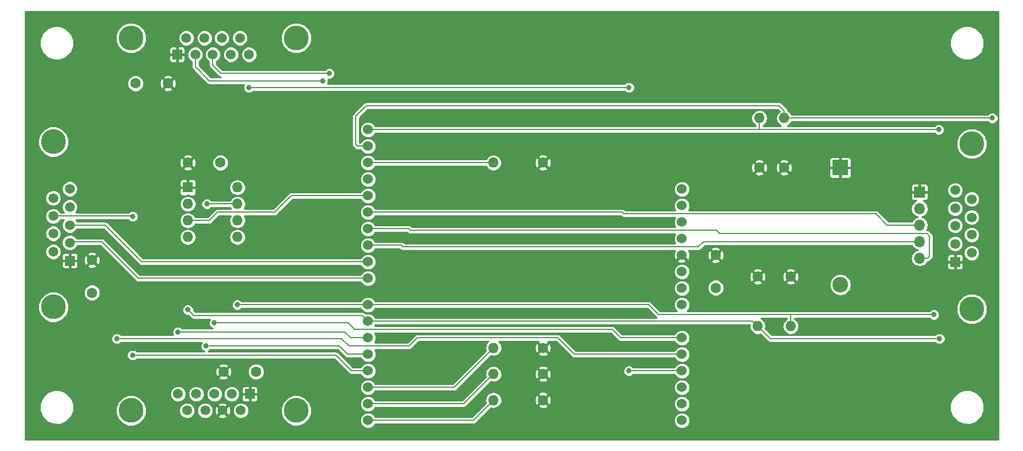
<source format=gbr>
G04 #@! TF.FileFunction,Copper,L1,Top,Signal*
%FSLAX46Y46*%
G04 Gerber Fmt 4.6, Leading zero omitted, Abs format (unit mm)*
G04 Created by KiCad (PCBNEW 4.0.2-stable) date 22/12/2017 23:20:32*
%MOMM*%
G01*
G04 APERTURE LIST*
%ADD10C,0.100000*%
%ADD11C,1.524000*%
%ADD12C,3.810000*%
%ADD13R,1.520000X1.520000*%
%ADD14C,1.520000*%
%ADD15C,1.600000*%
%ADD16R,1.600000X1.600000*%
%ADD17O,1.600000X1.600000*%
%ADD18R,1.700000X1.700000*%
%ADD19O,1.700000X1.700000*%
%ADD20R,2.400000X2.400000*%
%ADD21O,2.400000X2.400000*%
%ADD22C,0.800000*%
%ADD23C,0.200000*%
%ADD24C,0.250000*%
G04 APERTURE END LIST*
D10*
D11*
X175132000Y-76472000D03*
X175132000Y-81552000D03*
X175132000Y-84092000D03*
X175132000Y-86632000D03*
X175132000Y-89172000D03*
X175132000Y-91712000D03*
X175132000Y-94252000D03*
X175132000Y-99332000D03*
X175132000Y-101872000D03*
X175132000Y-104412000D03*
X175132000Y-106952000D03*
X175132000Y-109492000D03*
X175132000Y-112032000D03*
X126872000Y-112032000D03*
X126872000Y-109492000D03*
X126872000Y-106952000D03*
X126872000Y-104412000D03*
X126872000Y-101872000D03*
X126872000Y-99332000D03*
X126872000Y-96792000D03*
X126872000Y-94252000D03*
X126872000Y-90188000D03*
X126872000Y-87648000D03*
X126872000Y-85108000D03*
X126872000Y-82568000D03*
X126872000Y-80028000D03*
X126872000Y-77488000D03*
X126872000Y-74948000D03*
X126872000Y-72408000D03*
X126872000Y-69868000D03*
X126872000Y-67328000D03*
X175132000Y-79012000D03*
D12*
X90421000Y-110508000D03*
X115821000Y-110508000D03*
D13*
X108711000Y-107968000D03*
D14*
X105921000Y-107968000D03*
X103251000Y-107968000D03*
X100451000Y-107968000D03*
X97661000Y-107968000D03*
X107311000Y-110508000D03*
X104521000Y-110508000D03*
X101851000Y-110508000D03*
X99061000Y-110508000D03*
D15*
X96138000Y-60216000D03*
X91138000Y-60216000D03*
X104647000Y-104539000D03*
X109647000Y-104539000D03*
X99186000Y-72408000D03*
X104186000Y-72408000D03*
X84454000Y-87394000D03*
X84454000Y-92394000D03*
D16*
X99186000Y-76218000D03*
D17*
X106806000Y-83838000D03*
X99186000Y-78758000D03*
X106806000Y-81298000D03*
X99186000Y-81298000D03*
X106806000Y-78758000D03*
X99186000Y-83838000D03*
X106806000Y-76218000D03*
D18*
X211708000Y-76916500D03*
D19*
X211708000Y-79456500D03*
X211708000Y-81996500D03*
X211708000Y-84536500D03*
X211708000Y-87076500D03*
D12*
X78486000Y-69190000D03*
X78486000Y-94590000D03*
D13*
X81026000Y-87480000D03*
D14*
X81026000Y-84690000D03*
X81026000Y-82020000D03*
X81026000Y-79220000D03*
X81026000Y-76430000D03*
X78486000Y-86080000D03*
X78486000Y-83290000D03*
X78486000Y-80620000D03*
X78486000Y-77830000D03*
D12*
X115825000Y-53231000D03*
X90425000Y-53231000D03*
D13*
X97535000Y-55771000D03*
D14*
X100325000Y-55771000D03*
X102995000Y-55771000D03*
X105795000Y-55771000D03*
X108585000Y-55771000D03*
X98935000Y-53231000D03*
X101725000Y-53231000D03*
X104395000Y-53231000D03*
X107185000Y-53231000D03*
D12*
X219717000Y-94906200D03*
X219717000Y-69506200D03*
D13*
X217177000Y-87666200D03*
D14*
X217177000Y-84876200D03*
X217177000Y-82076200D03*
X217177000Y-79416200D03*
X217177000Y-76616200D03*
X219717000Y-78016200D03*
X219717000Y-80806200D03*
X219717000Y-83476200D03*
X219717000Y-86266200D03*
D15*
X153800000Y-104900000D03*
D17*
X146180000Y-104900000D03*
D15*
X153800000Y-108900000D03*
D17*
X146180000Y-108900000D03*
D15*
X153800000Y-100900000D03*
D17*
X146180000Y-100900000D03*
D15*
X187070000Y-73170000D03*
D17*
X187070000Y-65550000D03*
D15*
X190880000Y-73170000D03*
D17*
X190880000Y-65550000D03*
D15*
X186816000Y-89934000D03*
D17*
X186816000Y-97554000D03*
D15*
X191896000Y-89934000D03*
D17*
X191896000Y-97554000D03*
D15*
X153796000Y-72408000D03*
D17*
X146176000Y-72408000D03*
D15*
X180339000Y-86632000D03*
X180339000Y-91632000D03*
D20*
X199516000Y-73170000D03*
D21*
X199516000Y-91170000D03*
D22*
X222884000Y-65550000D03*
X214629000Y-67328000D03*
X99186000Y-95014000D03*
X214756000Y-99459000D03*
X213867000Y-95776000D03*
X106806000Y-94252000D03*
X97662000Y-98443000D03*
X101980000Y-100602000D03*
X90677000Y-80663000D03*
X90677000Y-101999000D03*
X120903000Y-58692000D03*
X119887000Y-59835000D03*
X102107000Y-78758000D03*
X103250000Y-97046000D03*
X88264000Y-99459000D03*
X167004000Y-104412000D03*
X167004000Y-60851000D03*
X108584000Y-60851000D03*
D23*
X126872000Y-63645000D02*
X126618000Y-63645000D01*
X125221000Y-69868000D02*
X126872000Y-69868000D01*
X124967000Y-69614000D02*
X125221000Y-69868000D01*
X124967000Y-65296000D02*
X124967000Y-69614000D01*
X126618000Y-63645000D02*
X124967000Y-65296000D01*
X190880000Y-65550000D02*
X190880000Y-64407000D01*
X190118000Y-63645000D02*
X126872000Y-63645000D01*
X190880000Y-64407000D02*
X190118000Y-63645000D01*
X222884000Y-65550000D02*
X190880000Y-65550000D01*
X187070000Y-67328000D02*
X214629000Y-67328000D01*
X126872000Y-67328000D02*
X187070000Y-67328000D01*
X187070000Y-67328000D02*
X187070000Y-65550000D01*
X126872000Y-96792000D02*
X125983000Y-95903000D01*
X100075000Y-95903000D02*
X125983000Y-95903000D01*
X100075000Y-95903000D02*
X99186000Y-95014000D01*
X186816000Y-97554000D02*
X185927000Y-96792000D01*
X185927000Y-96792000D02*
X126999000Y-96792000D01*
X126999000Y-96792000D02*
X126872000Y-96792000D01*
X188721000Y-99459000D02*
X186816000Y-97554000D01*
X203961000Y-99459000D02*
X188721000Y-99459000D01*
X214756000Y-99459000D02*
X203961000Y-99459000D01*
X191896000Y-95776000D02*
X213867000Y-95776000D01*
X191896000Y-97554000D02*
X191896000Y-95776000D01*
X170052000Y-94252000D02*
X171576000Y-95776000D01*
X171576000Y-95776000D02*
X191896000Y-95776000D01*
X170052000Y-94252000D02*
X126872000Y-94252000D01*
X126872000Y-94252000D02*
X106806000Y-94252000D01*
X97662000Y-98443000D02*
X123316000Y-98443000D01*
X126872000Y-99332000D02*
X124205000Y-99332000D01*
X124205000Y-99332000D02*
X123316000Y-98443000D01*
X101980000Y-100602000D02*
X122427000Y-100602000D01*
X122427000Y-100602000D02*
X123697000Y-101872000D01*
X126872000Y-101872000D02*
X123697000Y-101872000D01*
X91947000Y-90188000D02*
X91566000Y-90188000D01*
X91566000Y-90188000D02*
X85978000Y-84600000D01*
X126872000Y-90188000D02*
X91947000Y-90188000D01*
X81751000Y-84600000D02*
X81026000Y-84690000D01*
X85978000Y-84600000D02*
X81751000Y-84600000D01*
X92836000Y-87648000D02*
X92074000Y-87648000D01*
X92074000Y-87648000D02*
X86446000Y-82020000D01*
X81026000Y-82020000D02*
X86446000Y-82020000D01*
X92836000Y-87648000D02*
X126872000Y-87648000D01*
X126872000Y-104412000D02*
X124332000Y-104412000D01*
X90634000Y-80620000D02*
X78486000Y-80620000D01*
X90677000Y-80663000D02*
X90634000Y-80620000D01*
X121919000Y-101999000D02*
X90677000Y-101999000D01*
X124332000Y-104412000D02*
X121919000Y-101999000D01*
X104393000Y-58692000D02*
X104266000Y-58692000D01*
X102995000Y-57421000D02*
X102995000Y-55771000D01*
X104266000Y-58692000D02*
X102995000Y-57421000D01*
X146180000Y-104900000D02*
X146180000Y-104916000D01*
X146180000Y-104916000D02*
X141604000Y-109492000D01*
X141604000Y-109492000D02*
X138048000Y-109492000D01*
X120903000Y-58692000D02*
X113410000Y-58692000D01*
X113410000Y-58692000D02*
X104393000Y-58692000D01*
X126872000Y-109492000D02*
X138048000Y-109492000D01*
X103377000Y-59835000D02*
X102488000Y-59835000D01*
X100325000Y-57672000D02*
X100325000Y-55771000D01*
X102488000Y-59835000D02*
X100325000Y-57672000D01*
X146180000Y-108900000D02*
X146180000Y-108980000D01*
X146180000Y-108980000D02*
X143128000Y-112032000D01*
X143128000Y-112032000D02*
X139572000Y-112032000D01*
X103377000Y-59835000D02*
X107441000Y-59835000D01*
X107441000Y-59835000D02*
X119887000Y-59835000D01*
X139572000Y-112032000D02*
X126872000Y-112032000D01*
X135508000Y-106952000D02*
X140128000Y-106952000D01*
X140128000Y-106952000D02*
X146180000Y-100900000D01*
X135508000Y-106952000D02*
X126872000Y-106952000D01*
X126872000Y-80028000D02*
X165988000Y-80028000D01*
X206691500Y-81996500D02*
X211708000Y-81996500D01*
X204977000Y-80282000D02*
X206691500Y-81996500D01*
X166242000Y-80282000D02*
X204977000Y-80282000D01*
X165988000Y-80028000D02*
X166242000Y-80282000D01*
X211708000Y-87076500D02*
X212914500Y-87076500D01*
X133095000Y-82568000D02*
X126872000Y-82568000D01*
X133349000Y-82822000D02*
X133095000Y-82568000D01*
X180466000Y-82822000D02*
X133349000Y-82822000D01*
X180974000Y-83330000D02*
X180466000Y-82822000D01*
X212851000Y-83330000D02*
X180974000Y-83330000D01*
X213232000Y-83711000D02*
X212851000Y-83330000D01*
X213232000Y-86759000D02*
X213232000Y-83711000D01*
X212914500Y-87076500D02*
X213232000Y-86759000D01*
X211708000Y-84536500D02*
X208596500Y-84536500D01*
X208660000Y-84536500D02*
X208596500Y-84536500D01*
X208596500Y-84536500D02*
X178497500Y-84536500D01*
X132079000Y-85108000D02*
X126872000Y-85108000D01*
X132206000Y-85362000D02*
X132079000Y-85108000D01*
X177672000Y-85362000D02*
X132206000Y-85362000D01*
X178497500Y-84536500D02*
X177672000Y-85362000D01*
X126872000Y-77488000D02*
X115061000Y-77488000D01*
X115061000Y-77488000D02*
X112521000Y-80028000D01*
X102488000Y-81298000D02*
X99186000Y-81298000D01*
X112521000Y-80028000D02*
X103758000Y-80028000D01*
X103758000Y-80028000D02*
X102742000Y-81044000D01*
X102742000Y-81044000D02*
X102488000Y-81298000D01*
X106806000Y-78758000D02*
X102107000Y-78758000D01*
X125602000Y-98062000D02*
X124840000Y-98062000D01*
X123824000Y-97046000D02*
X103250000Y-97046000D01*
X124840000Y-98062000D02*
X123824000Y-97046000D01*
X165734000Y-99332000D02*
X175132000Y-99332000D01*
X164464000Y-98062000D02*
X165734000Y-99332000D01*
X125602000Y-98062000D02*
X164464000Y-98062000D01*
X132079000Y-100602000D02*
X133222000Y-100602000D01*
X156082000Y-99332000D02*
X158622000Y-101872000D01*
X134492000Y-99332000D02*
X156082000Y-99332000D01*
X133222000Y-100602000D02*
X134492000Y-99332000D01*
X124459000Y-100602000D02*
X123951000Y-100602000D01*
X123951000Y-100602000D02*
X122808000Y-99459000D01*
X122808000Y-99459000D02*
X118490000Y-99459000D01*
X122808000Y-99459000D02*
X118490000Y-99459000D01*
X118490000Y-99459000D02*
X88264000Y-99459000D01*
X132079000Y-100602000D02*
X124459000Y-100602000D01*
X175132000Y-101872000D02*
X158622000Y-101872000D01*
X167004000Y-60851000D02*
X108584000Y-60851000D01*
X167004000Y-104412000D02*
X175132000Y-104412000D01*
X146176000Y-72408000D02*
X126872000Y-72408000D01*
D24*
G36*
X223775000Y-114955000D02*
X74165000Y-114955000D01*
X74165000Y-110519854D01*
X76374545Y-110519854D01*
X76773336Y-111485001D01*
X77511115Y-112224069D01*
X78475564Y-112624544D01*
X79519854Y-112625455D01*
X80485001Y-112226664D01*
X81224069Y-111488885D01*
X81435653Y-110979334D01*
X88040588Y-110979334D01*
X88402158Y-111854400D01*
X89071078Y-112524489D01*
X89945512Y-112887586D01*
X90892334Y-112888412D01*
X91767400Y-112526842D01*
X92437489Y-111857922D01*
X92800586Y-110983488D01*
X92800787Y-110752579D01*
X97825786Y-110752579D01*
X98013408Y-111206657D01*
X98360515Y-111554371D01*
X98814266Y-111742785D01*
X99305579Y-111743214D01*
X99759657Y-111555592D01*
X100107371Y-111208485D01*
X100295785Y-110754734D01*
X100295786Y-110752579D01*
X100615786Y-110752579D01*
X100803408Y-111206657D01*
X101150515Y-111554371D01*
X101604266Y-111742785D01*
X102095579Y-111743214D01*
X102549657Y-111555592D01*
X102739877Y-111365704D01*
X103769362Y-111365704D01*
X103842854Y-111568985D01*
X104300497Y-111747737D01*
X104791709Y-111737751D01*
X105199146Y-111568985D01*
X105272638Y-111365704D01*
X104521000Y-110614066D01*
X103769362Y-111365704D01*
X102739877Y-111365704D01*
X102897371Y-111208485D01*
X103085785Y-110754734D01*
X103086192Y-110287497D01*
X103281263Y-110287497D01*
X103291249Y-110778709D01*
X103460015Y-111186146D01*
X103663296Y-111259638D01*
X104414934Y-110508000D01*
X104627066Y-110508000D01*
X105378704Y-111259638D01*
X105581985Y-111186146D01*
X105751333Y-110752579D01*
X106075786Y-110752579D01*
X106263408Y-111206657D01*
X106610515Y-111554371D01*
X107064266Y-111742785D01*
X107555579Y-111743214D01*
X108009657Y-111555592D01*
X108357371Y-111208485D01*
X108452522Y-110979334D01*
X113440588Y-110979334D01*
X113802158Y-111854400D01*
X114471078Y-112524489D01*
X115345512Y-112887586D01*
X116292334Y-112888412D01*
X117167400Y-112526842D01*
X117417703Y-112276975D01*
X125634786Y-112276975D01*
X125822711Y-112731789D01*
X126170381Y-113080066D01*
X126624866Y-113268785D01*
X127116975Y-113269214D01*
X127571789Y-113081289D01*
X127920066Y-112733619D01*
X127972643Y-112607000D01*
X143128000Y-112607000D01*
X143348043Y-112563231D01*
X143534586Y-112438586D01*
X143696197Y-112276975D01*
X173894786Y-112276975D01*
X174082711Y-112731789D01*
X174430381Y-113080066D01*
X174884866Y-113268785D01*
X175376975Y-113269214D01*
X175831789Y-113081289D01*
X176180066Y-112733619D01*
X176368785Y-112279134D01*
X176369214Y-111787025D01*
X176181289Y-111332211D01*
X175833619Y-110983934D01*
X175379134Y-110795215D01*
X174887025Y-110794786D01*
X174432211Y-110982711D01*
X174083934Y-111330381D01*
X173895215Y-111784866D01*
X173894786Y-112276975D01*
X143696197Y-112276975D01*
X145857378Y-110115795D01*
X146155021Y-110175000D01*
X146204979Y-110175000D01*
X146692900Y-110077946D01*
X147106540Y-109801561D01*
X147116534Y-109786603D01*
X153019463Y-109786603D01*
X153097840Y-109994037D01*
X153569958Y-110179463D01*
X154077099Y-110170103D01*
X154502160Y-109994037D01*
X154580537Y-109786603D01*
X154530909Y-109736975D01*
X173894786Y-109736975D01*
X174082711Y-110191789D01*
X174430381Y-110540066D01*
X174884866Y-110728785D01*
X175376975Y-110729214D01*
X175831789Y-110541289D01*
X175853261Y-110519854D01*
X216374545Y-110519854D01*
X216773336Y-111485001D01*
X217511115Y-112224069D01*
X218475564Y-112624544D01*
X219519854Y-112625455D01*
X220485001Y-112226664D01*
X221224069Y-111488885D01*
X221624544Y-110524436D01*
X221625455Y-109480146D01*
X221226664Y-108514999D01*
X220488885Y-107775931D01*
X219524436Y-107375456D01*
X218480146Y-107374545D01*
X217514999Y-107773336D01*
X216775931Y-108511115D01*
X216375456Y-109475564D01*
X216374545Y-110519854D01*
X175853261Y-110519854D01*
X176180066Y-110193619D01*
X176368785Y-109739134D01*
X176369214Y-109247025D01*
X176181289Y-108792211D01*
X175833619Y-108443934D01*
X175379134Y-108255215D01*
X174887025Y-108254786D01*
X174432211Y-108442711D01*
X174083934Y-108790381D01*
X173895215Y-109244866D01*
X173894786Y-109736975D01*
X154530909Y-109736975D01*
X153800000Y-109006066D01*
X153019463Y-109786603D01*
X147116534Y-109786603D01*
X147382925Y-109387921D01*
X147479979Y-108900000D01*
X147434221Y-108669958D01*
X152520537Y-108669958D01*
X152529897Y-109177099D01*
X152705963Y-109602160D01*
X152913397Y-109680537D01*
X153693934Y-108900000D01*
X153906066Y-108900000D01*
X154686603Y-109680537D01*
X154894037Y-109602160D01*
X155079463Y-109130042D01*
X155070103Y-108622901D01*
X154894037Y-108197840D01*
X154686603Y-108119463D01*
X153906066Y-108900000D01*
X153693934Y-108900000D01*
X152913397Y-108119463D01*
X152705963Y-108197840D01*
X152520537Y-108669958D01*
X147434221Y-108669958D01*
X147382925Y-108412079D01*
X147116535Y-108013397D01*
X153019463Y-108013397D01*
X153800000Y-108793934D01*
X154580537Y-108013397D01*
X154502160Y-107805963D01*
X154030042Y-107620537D01*
X153522901Y-107629897D01*
X153097840Y-107805963D01*
X153019463Y-108013397D01*
X147116535Y-108013397D01*
X147106540Y-107998439D01*
X146692900Y-107722054D01*
X146204979Y-107625000D01*
X146155021Y-107625000D01*
X145667100Y-107722054D01*
X145253460Y-107998439D01*
X144977075Y-108412079D01*
X144880021Y-108900000D01*
X144974061Y-109372767D01*
X142889828Y-111457000D01*
X127972851Y-111457000D01*
X127921289Y-111332211D01*
X127573619Y-110983934D01*
X127119134Y-110795215D01*
X126627025Y-110794786D01*
X126172211Y-110982711D01*
X125823934Y-111330381D01*
X125635215Y-111784866D01*
X125634786Y-112276975D01*
X117417703Y-112276975D01*
X117837489Y-111857922D01*
X118200586Y-110983488D01*
X118201412Y-110036666D01*
X118077583Y-109736975D01*
X125634786Y-109736975D01*
X125822711Y-110191789D01*
X126170381Y-110540066D01*
X126624866Y-110728785D01*
X127116975Y-110729214D01*
X127571789Y-110541289D01*
X127920066Y-110193619D01*
X127972643Y-110067000D01*
X141604000Y-110067000D01*
X141824043Y-110023231D01*
X142010586Y-109898586D01*
X144712197Y-107196975D01*
X173894786Y-107196975D01*
X174082711Y-107651789D01*
X174430381Y-108000066D01*
X174884866Y-108188785D01*
X175376975Y-108189214D01*
X175831789Y-108001289D01*
X176180066Y-107653619D01*
X176368785Y-107199134D01*
X176369214Y-106707025D01*
X176181289Y-106252211D01*
X175833619Y-105903934D01*
X175379134Y-105715215D01*
X174887025Y-105714786D01*
X174432211Y-105902711D01*
X174083934Y-106250381D01*
X173895215Y-106704866D01*
X173894786Y-107196975D01*
X144712197Y-107196975D01*
X145803996Y-106105177D01*
X146155021Y-106175000D01*
X146204979Y-106175000D01*
X146692900Y-106077946D01*
X147106540Y-105801561D01*
X147116534Y-105786603D01*
X153019463Y-105786603D01*
X153097840Y-105994037D01*
X153569958Y-106179463D01*
X154077099Y-106170103D01*
X154502160Y-105994037D01*
X154580537Y-105786603D01*
X153800000Y-105006066D01*
X153019463Y-105786603D01*
X147116534Y-105786603D01*
X147382925Y-105387921D01*
X147479979Y-104900000D01*
X147434221Y-104669958D01*
X152520537Y-104669958D01*
X152529897Y-105177099D01*
X152705963Y-105602160D01*
X152913397Y-105680537D01*
X153693934Y-104900000D01*
X153906066Y-104900000D01*
X154686603Y-105680537D01*
X154894037Y-105602160D01*
X155079463Y-105130042D01*
X155070103Y-104622901D01*
X155054522Y-104585285D01*
X166128849Y-104585285D01*
X166261779Y-104907000D01*
X166507705Y-105153356D01*
X166829188Y-105286848D01*
X167177285Y-105287151D01*
X167499000Y-105154221D01*
X167666513Y-104987000D01*
X174031149Y-104987000D01*
X174082711Y-105111789D01*
X174430381Y-105460066D01*
X174884866Y-105648785D01*
X175376975Y-105649214D01*
X175831789Y-105461289D01*
X176180066Y-105113619D01*
X176368785Y-104659134D01*
X176369214Y-104167025D01*
X176181289Y-103712211D01*
X175833619Y-103363934D01*
X175379134Y-103175215D01*
X174887025Y-103174786D01*
X174432211Y-103362711D01*
X174083934Y-103710381D01*
X174031357Y-103837000D01*
X167666361Y-103837000D01*
X167500295Y-103670644D01*
X167178812Y-103537152D01*
X166830715Y-103536849D01*
X166509000Y-103669779D01*
X166262644Y-103915705D01*
X166129152Y-104237188D01*
X166128849Y-104585285D01*
X155054522Y-104585285D01*
X154894037Y-104197840D01*
X154686603Y-104119463D01*
X153906066Y-104900000D01*
X153693934Y-104900000D01*
X152913397Y-104119463D01*
X152705963Y-104197840D01*
X152520537Y-104669958D01*
X147434221Y-104669958D01*
X147382925Y-104412079D01*
X147116535Y-104013397D01*
X153019463Y-104013397D01*
X153800000Y-104793934D01*
X154580537Y-104013397D01*
X154502160Y-103805963D01*
X154030042Y-103620537D01*
X153522901Y-103629897D01*
X153097840Y-103805963D01*
X153019463Y-104013397D01*
X147116535Y-104013397D01*
X147106540Y-103998439D01*
X146692900Y-103722054D01*
X146204979Y-103625000D01*
X146155021Y-103625000D01*
X145667100Y-103722054D01*
X145253460Y-103998439D01*
X144977075Y-104412079D01*
X144880021Y-104900000D01*
X144963442Y-105319385D01*
X141365828Y-108917000D01*
X127972851Y-108917000D01*
X127921289Y-108792211D01*
X127573619Y-108443934D01*
X127119134Y-108255215D01*
X126627025Y-108254786D01*
X126172211Y-108442711D01*
X125823934Y-108790381D01*
X125635215Y-109244866D01*
X125634786Y-109736975D01*
X118077583Y-109736975D01*
X117839842Y-109161600D01*
X117170922Y-108491511D01*
X116296488Y-108128414D01*
X115349666Y-108127588D01*
X114474600Y-108489158D01*
X113804511Y-109158078D01*
X113441414Y-110032512D01*
X113440588Y-110979334D01*
X108452522Y-110979334D01*
X108545785Y-110754734D01*
X108546214Y-110263421D01*
X108358592Y-109809343D01*
X108011485Y-109461629D01*
X107557734Y-109273215D01*
X107066421Y-109272786D01*
X106612343Y-109460408D01*
X106264629Y-109807515D01*
X106076215Y-110261266D01*
X106075786Y-110752579D01*
X105751333Y-110752579D01*
X105760737Y-110728503D01*
X105750751Y-110237291D01*
X105581985Y-109829854D01*
X105378704Y-109756362D01*
X104627066Y-110508000D01*
X104414934Y-110508000D01*
X103663296Y-109756362D01*
X103460015Y-109829854D01*
X103281263Y-110287497D01*
X103086192Y-110287497D01*
X103086214Y-110263421D01*
X102898592Y-109809343D01*
X102739823Y-109650296D01*
X103769362Y-109650296D01*
X104521000Y-110401934D01*
X105272638Y-109650296D01*
X105199146Y-109447015D01*
X104741503Y-109268263D01*
X104250291Y-109278249D01*
X103842854Y-109447015D01*
X103769362Y-109650296D01*
X102739823Y-109650296D01*
X102551485Y-109461629D01*
X102097734Y-109273215D01*
X101606421Y-109272786D01*
X101152343Y-109460408D01*
X100804629Y-109807515D01*
X100616215Y-110261266D01*
X100615786Y-110752579D01*
X100295786Y-110752579D01*
X100296214Y-110263421D01*
X100108592Y-109809343D01*
X99761485Y-109461629D01*
X99307734Y-109273215D01*
X98816421Y-109272786D01*
X98362343Y-109460408D01*
X98014629Y-109807515D01*
X97826215Y-110261266D01*
X97825786Y-110752579D01*
X92800787Y-110752579D01*
X92801412Y-110036666D01*
X92439842Y-109161600D01*
X91770922Y-108491511D01*
X91099180Y-108212579D01*
X96425786Y-108212579D01*
X96613408Y-108666657D01*
X96960515Y-109014371D01*
X97414266Y-109202785D01*
X97905579Y-109203214D01*
X98359657Y-109015592D01*
X98707371Y-108668485D01*
X98895785Y-108214734D01*
X98895786Y-108212579D01*
X99215786Y-108212579D01*
X99403408Y-108666657D01*
X99750515Y-109014371D01*
X100204266Y-109202785D01*
X100695579Y-109203214D01*
X101149657Y-109015592D01*
X101497371Y-108668485D01*
X101685785Y-108214734D01*
X101685786Y-108212579D01*
X102015786Y-108212579D01*
X102203408Y-108666657D01*
X102550515Y-109014371D01*
X103004266Y-109202785D01*
X103495579Y-109203214D01*
X103949657Y-109015592D01*
X104297371Y-108668485D01*
X104485785Y-108214734D01*
X104485786Y-108212579D01*
X104685786Y-108212579D01*
X104873408Y-108666657D01*
X105220515Y-109014371D01*
X105674266Y-109202785D01*
X106165579Y-109203214D01*
X106619657Y-109015592D01*
X106967371Y-108668485D01*
X107155785Y-108214734D01*
X107155831Y-108161750D01*
X107476000Y-108161750D01*
X107476000Y-108822484D01*
X107548315Y-108997066D01*
X107681934Y-109130686D01*
X107856517Y-109203000D01*
X108517250Y-109203000D01*
X108636000Y-109084250D01*
X108636000Y-108043000D01*
X108786000Y-108043000D01*
X108786000Y-109084250D01*
X108904750Y-109203000D01*
X109565483Y-109203000D01*
X109740066Y-109130686D01*
X109873685Y-108997066D01*
X109946000Y-108822484D01*
X109946000Y-108161750D01*
X109827250Y-108043000D01*
X108786000Y-108043000D01*
X108636000Y-108043000D01*
X107594750Y-108043000D01*
X107476000Y-108161750D01*
X107155831Y-108161750D01*
X107156214Y-107723421D01*
X106968592Y-107269343D01*
X106813038Y-107113516D01*
X107476000Y-107113516D01*
X107476000Y-107774250D01*
X107594750Y-107893000D01*
X108636000Y-107893000D01*
X108636000Y-106851750D01*
X108786000Y-106851750D01*
X108786000Y-107893000D01*
X109827250Y-107893000D01*
X109946000Y-107774250D01*
X109946000Y-107113516D01*
X109873685Y-106938934D01*
X109740066Y-106805314D01*
X109565483Y-106733000D01*
X108904750Y-106733000D01*
X108786000Y-106851750D01*
X108636000Y-106851750D01*
X108517250Y-106733000D01*
X107856517Y-106733000D01*
X107681934Y-106805314D01*
X107548315Y-106938934D01*
X107476000Y-107113516D01*
X106813038Y-107113516D01*
X106621485Y-106921629D01*
X106167734Y-106733215D01*
X105676421Y-106732786D01*
X105222343Y-106920408D01*
X104874629Y-107267515D01*
X104686215Y-107721266D01*
X104685786Y-108212579D01*
X104485786Y-108212579D01*
X104486214Y-107723421D01*
X104298592Y-107269343D01*
X103951485Y-106921629D01*
X103497734Y-106733215D01*
X103006421Y-106732786D01*
X102552343Y-106920408D01*
X102204629Y-107267515D01*
X102016215Y-107721266D01*
X102015786Y-108212579D01*
X101685786Y-108212579D01*
X101686214Y-107723421D01*
X101498592Y-107269343D01*
X101151485Y-106921629D01*
X100697734Y-106733215D01*
X100206421Y-106732786D01*
X99752343Y-106920408D01*
X99404629Y-107267515D01*
X99216215Y-107721266D01*
X99215786Y-108212579D01*
X98895786Y-108212579D01*
X98896214Y-107723421D01*
X98708592Y-107269343D01*
X98361485Y-106921629D01*
X97907734Y-106733215D01*
X97416421Y-106732786D01*
X96962343Y-106920408D01*
X96614629Y-107267515D01*
X96426215Y-107721266D01*
X96425786Y-108212579D01*
X91099180Y-108212579D01*
X90896488Y-108128414D01*
X89949666Y-108127588D01*
X89074600Y-108489158D01*
X88404511Y-109158078D01*
X88041414Y-110032512D01*
X88040588Y-110979334D01*
X81435653Y-110979334D01*
X81624544Y-110524436D01*
X81625455Y-109480146D01*
X81226664Y-108514999D01*
X80488885Y-107775931D01*
X79524436Y-107375456D01*
X78480146Y-107374545D01*
X77514999Y-107773336D01*
X76775931Y-108511115D01*
X76375456Y-109475564D01*
X76374545Y-110519854D01*
X74165000Y-110519854D01*
X74165000Y-105425603D01*
X103866463Y-105425603D01*
X103944840Y-105633037D01*
X104416958Y-105818463D01*
X104924099Y-105809103D01*
X105349160Y-105633037D01*
X105427537Y-105425603D01*
X104647000Y-104645066D01*
X103866463Y-105425603D01*
X74165000Y-105425603D01*
X74165000Y-104308958D01*
X103367537Y-104308958D01*
X103376897Y-104816099D01*
X103552963Y-105241160D01*
X103760397Y-105319537D01*
X104540934Y-104539000D01*
X104753066Y-104539000D01*
X105533603Y-105319537D01*
X105741037Y-105241160D01*
X105917642Y-104791501D01*
X108371779Y-104791501D01*
X108565477Y-105260286D01*
X108923827Y-105619262D01*
X109392274Y-105813778D01*
X109899501Y-105814221D01*
X110368286Y-105620523D01*
X110727262Y-105262173D01*
X110921778Y-104793726D01*
X110922221Y-104286499D01*
X110728523Y-103817714D01*
X110370173Y-103458738D01*
X109901726Y-103264222D01*
X109394499Y-103263779D01*
X108925714Y-103457477D01*
X108566738Y-103815827D01*
X108372222Y-104284274D01*
X108371779Y-104791501D01*
X105917642Y-104791501D01*
X105926463Y-104769042D01*
X105917103Y-104261901D01*
X105741037Y-103836840D01*
X105533603Y-103758463D01*
X104753066Y-104539000D01*
X104540934Y-104539000D01*
X103760397Y-103758463D01*
X103552963Y-103836840D01*
X103367537Y-104308958D01*
X74165000Y-104308958D01*
X74165000Y-103652397D01*
X103866463Y-103652397D01*
X104647000Y-104432934D01*
X105427537Y-103652397D01*
X105349160Y-103444963D01*
X104877042Y-103259537D01*
X104369901Y-103268897D01*
X103944840Y-103444963D01*
X103866463Y-103652397D01*
X74165000Y-103652397D01*
X74165000Y-99632285D01*
X87388849Y-99632285D01*
X87521779Y-99954000D01*
X87767705Y-100200356D01*
X88089188Y-100333848D01*
X88437285Y-100334151D01*
X88759000Y-100201221D01*
X88926513Y-100034000D01*
X101310474Y-100034000D01*
X101238644Y-100105705D01*
X101105152Y-100427188D01*
X101104849Y-100775285D01*
X101237779Y-101097000D01*
X101483705Y-101343356D01*
X101677916Y-101424000D01*
X91339361Y-101424000D01*
X91173295Y-101257644D01*
X90851812Y-101124152D01*
X90503715Y-101123849D01*
X90182000Y-101256779D01*
X89935644Y-101502705D01*
X89802152Y-101824188D01*
X89801849Y-102172285D01*
X89934779Y-102494000D01*
X90180705Y-102740356D01*
X90502188Y-102873848D01*
X90850285Y-102874151D01*
X91172000Y-102741221D01*
X91339513Y-102574000D01*
X121680828Y-102574000D01*
X123925413Y-104818586D01*
X124057734Y-104907000D01*
X124111957Y-104943231D01*
X124332000Y-104987000D01*
X125771149Y-104987000D01*
X125822711Y-105111789D01*
X126170381Y-105460066D01*
X126624866Y-105648785D01*
X127116975Y-105649214D01*
X127571789Y-105461289D01*
X127920066Y-105113619D01*
X128108785Y-104659134D01*
X128109214Y-104167025D01*
X127921289Y-103712211D01*
X127573619Y-103363934D01*
X127119134Y-103175215D01*
X126627025Y-103174786D01*
X126172211Y-103362711D01*
X125823934Y-103710381D01*
X125771357Y-103837000D01*
X124570173Y-103837000D01*
X122325586Y-101592414D01*
X122139043Y-101467769D01*
X121919000Y-101424000D01*
X102281920Y-101424000D01*
X102475000Y-101344221D01*
X102642513Y-101177000D01*
X122188828Y-101177000D01*
X123290413Y-102278586D01*
X123476957Y-102403231D01*
X123697000Y-102447000D01*
X125771149Y-102447000D01*
X125822711Y-102571789D01*
X126170381Y-102920066D01*
X126624866Y-103108785D01*
X127116975Y-103109214D01*
X127571789Y-102921289D01*
X127920066Y-102573619D01*
X128108785Y-102119134D01*
X128109214Y-101627025D01*
X127923268Y-101177000D01*
X133222000Y-101177000D01*
X133442043Y-101133231D01*
X133628586Y-101008586D01*
X134730173Y-99907000D01*
X145390308Y-99907000D01*
X145253460Y-99998439D01*
X144977075Y-100412079D01*
X144880021Y-100900000D01*
X144960788Y-101306039D01*
X139889828Y-106377000D01*
X127972851Y-106377000D01*
X127921289Y-106252211D01*
X127573619Y-105903934D01*
X127119134Y-105715215D01*
X126627025Y-105714786D01*
X126172211Y-105902711D01*
X125823934Y-106250381D01*
X125635215Y-106704866D01*
X125634786Y-107196975D01*
X125822711Y-107651789D01*
X126170381Y-108000066D01*
X126624866Y-108188785D01*
X127116975Y-108189214D01*
X127571789Y-108001289D01*
X127920066Y-107653619D01*
X127972643Y-107527000D01*
X140128000Y-107527000D01*
X140348043Y-107483231D01*
X140534586Y-107358586D01*
X145790651Y-102102522D01*
X146155021Y-102175000D01*
X146204979Y-102175000D01*
X146692900Y-102077946D01*
X147106540Y-101801561D01*
X147116534Y-101786603D01*
X153019463Y-101786603D01*
X153097840Y-101994037D01*
X153569958Y-102179463D01*
X154077099Y-102170103D01*
X154502160Y-101994037D01*
X154580537Y-101786603D01*
X153800000Y-101006066D01*
X153019463Y-101786603D01*
X147116534Y-101786603D01*
X147382925Y-101387921D01*
X147479979Y-100900000D01*
X147434221Y-100669958D01*
X152520537Y-100669958D01*
X152529897Y-101177099D01*
X152705963Y-101602160D01*
X152913397Y-101680537D01*
X153693934Y-100900000D01*
X153906066Y-100900000D01*
X154686603Y-101680537D01*
X154894037Y-101602160D01*
X155079463Y-101130042D01*
X155070103Y-100622901D01*
X154894037Y-100197840D01*
X154686603Y-100119463D01*
X153906066Y-100900000D01*
X153693934Y-100900000D01*
X152913397Y-100119463D01*
X152705963Y-100197840D01*
X152520537Y-100669958D01*
X147434221Y-100669958D01*
X147382925Y-100412079D01*
X147106540Y-99998439D01*
X146969692Y-99907000D01*
X153059664Y-99907000D01*
X153019463Y-100013397D01*
X153800000Y-100793934D01*
X154580537Y-100013397D01*
X154540336Y-99907000D01*
X155843828Y-99907000D01*
X158215413Y-102278586D01*
X158401957Y-102403231D01*
X158622000Y-102447000D01*
X174031149Y-102447000D01*
X174082711Y-102571789D01*
X174430381Y-102920066D01*
X174884866Y-103108785D01*
X175376975Y-103109214D01*
X175831789Y-102921289D01*
X176180066Y-102573619D01*
X176368785Y-102119134D01*
X176369214Y-101627025D01*
X176181289Y-101172211D01*
X175833619Y-100823934D01*
X175379134Y-100635215D01*
X174887025Y-100634786D01*
X174432211Y-100822711D01*
X174083934Y-101170381D01*
X174031357Y-101297000D01*
X158860173Y-101297000D01*
X156488586Y-98925414D01*
X156302043Y-98800769D01*
X156082000Y-98757000D01*
X134492000Y-98757000D01*
X134271957Y-98800769D01*
X134085413Y-98925414D01*
X132983828Y-100027000D01*
X127922814Y-100027000D01*
X128108785Y-99579134D01*
X128109214Y-99087025D01*
X127923268Y-98637000D01*
X164225828Y-98637000D01*
X165327413Y-99738586D01*
X165428250Y-99805963D01*
X165513957Y-99863231D01*
X165734000Y-99907000D01*
X174031149Y-99907000D01*
X174082711Y-100031789D01*
X174430381Y-100380066D01*
X174884866Y-100568785D01*
X175376975Y-100569214D01*
X175831789Y-100381289D01*
X176180066Y-100033619D01*
X176368785Y-99579134D01*
X176369214Y-99087025D01*
X176181289Y-98632211D01*
X175833619Y-98283934D01*
X175379134Y-98095215D01*
X174887025Y-98094786D01*
X174432211Y-98282711D01*
X174083934Y-98630381D01*
X174031357Y-98757000D01*
X165972173Y-98757000D01*
X164870586Y-97655414D01*
X164684043Y-97530769D01*
X164675255Y-97529021D01*
X164464000Y-97487000D01*
X127922814Y-97487000D01*
X127972643Y-97367000D01*
X185573228Y-97367000D01*
X185541000Y-97529021D01*
X185541000Y-97578979D01*
X185638054Y-98066900D01*
X185914439Y-98480540D01*
X186328079Y-98756925D01*
X186816000Y-98853979D01*
X187222040Y-98773212D01*
X188314414Y-99865587D01*
X188500957Y-99990231D01*
X188721000Y-100034000D01*
X214093639Y-100034000D01*
X214259705Y-100200356D01*
X214581188Y-100333848D01*
X214929285Y-100334151D01*
X215251000Y-100201221D01*
X215497356Y-99955295D01*
X215630848Y-99633812D01*
X215631151Y-99285715D01*
X215498221Y-98964000D01*
X215252295Y-98717644D01*
X214930812Y-98584152D01*
X214582715Y-98583849D01*
X214261000Y-98716779D01*
X214093487Y-98884000D01*
X188959173Y-98884000D01*
X188018522Y-97943349D01*
X188091000Y-97578979D01*
X188091000Y-97529021D01*
X187993946Y-97041100D01*
X187717561Y-96627460D01*
X187303921Y-96351075D01*
X187303544Y-96351000D01*
X191321000Y-96351000D01*
X191321000Y-96409259D01*
X190994439Y-96627460D01*
X190718054Y-97041100D01*
X190621000Y-97529021D01*
X190621000Y-97578979D01*
X190718054Y-98066900D01*
X190994439Y-98480540D01*
X191408079Y-98756925D01*
X191896000Y-98853979D01*
X192383921Y-98756925D01*
X192797561Y-98480540D01*
X193073946Y-98066900D01*
X193171000Y-97578979D01*
X193171000Y-97529021D01*
X193073946Y-97041100D01*
X192797561Y-96627460D01*
X192471000Y-96409259D01*
X192471000Y-96351000D01*
X213204639Y-96351000D01*
X213370705Y-96517356D01*
X213692188Y-96650848D01*
X214040285Y-96651151D01*
X214362000Y-96518221D01*
X214608356Y-96272295D01*
X214741848Y-95950812D01*
X214742151Y-95602715D01*
X214649109Y-95377534D01*
X217336588Y-95377534D01*
X217698158Y-96252600D01*
X218367078Y-96922689D01*
X219241512Y-97285786D01*
X220188334Y-97286612D01*
X221063400Y-96925042D01*
X221733489Y-96256122D01*
X222096586Y-95381688D01*
X222097412Y-94434866D01*
X221735842Y-93559800D01*
X221066922Y-92889711D01*
X220192488Y-92526614D01*
X219245666Y-92525788D01*
X218370600Y-92887358D01*
X217700511Y-93556278D01*
X217337414Y-94430712D01*
X217336588Y-95377534D01*
X214649109Y-95377534D01*
X214609221Y-95281000D01*
X214363295Y-95034644D01*
X214041812Y-94901152D01*
X213693715Y-94900849D01*
X213372000Y-95033779D01*
X213204487Y-95201000D01*
X175932253Y-95201000D01*
X176180066Y-94953619D01*
X176368785Y-94499134D01*
X176369214Y-94007025D01*
X176181289Y-93552211D01*
X175833619Y-93203934D01*
X175379134Y-93015215D01*
X174887025Y-93014786D01*
X174432211Y-93202711D01*
X174083934Y-93550381D01*
X173895215Y-94004866D01*
X173894786Y-94496975D01*
X174082711Y-94951789D01*
X174331488Y-95201000D01*
X171814173Y-95201000D01*
X170458586Y-93845414D01*
X170272043Y-93720769D01*
X170052000Y-93677000D01*
X127972851Y-93677000D01*
X127921289Y-93552211D01*
X127573619Y-93203934D01*
X127119134Y-93015215D01*
X126627025Y-93014786D01*
X126172211Y-93202711D01*
X125823934Y-93550381D01*
X125771357Y-93677000D01*
X107468361Y-93677000D01*
X107302295Y-93510644D01*
X106980812Y-93377152D01*
X106632715Y-93376849D01*
X106311000Y-93509779D01*
X106064644Y-93755705D01*
X105931152Y-94077188D01*
X105930849Y-94425285D01*
X106063779Y-94747000D01*
X106309705Y-94993356D01*
X106631188Y-95126848D01*
X106979285Y-95127151D01*
X107301000Y-94994221D01*
X107468513Y-94827000D01*
X125771149Y-94827000D01*
X125822711Y-94951789D01*
X126170381Y-95300066D01*
X126624866Y-95488785D01*
X127116975Y-95489214D01*
X127571789Y-95301289D01*
X127920066Y-94953619D01*
X127972643Y-94827000D01*
X169813828Y-94827000D01*
X171169413Y-96182586D01*
X171220917Y-96217000D01*
X127972851Y-96217000D01*
X127921289Y-96092211D01*
X127573619Y-95743934D01*
X127119134Y-95555215D01*
X126627025Y-95554786D01*
X126500314Y-95607142D01*
X126389586Y-95496414D01*
X126203043Y-95371769D01*
X125983000Y-95328000D01*
X100313173Y-95328000D01*
X100060946Y-95075774D01*
X100061151Y-94840715D01*
X99928221Y-94519000D01*
X99682295Y-94272644D01*
X99360812Y-94139152D01*
X99012715Y-94138849D01*
X98691000Y-94271779D01*
X98444644Y-94517705D01*
X98311152Y-94839188D01*
X98310849Y-95187285D01*
X98443779Y-95509000D01*
X98689705Y-95755356D01*
X99011188Y-95888848D01*
X99247882Y-95889054D01*
X99668414Y-96309587D01*
X99830359Y-96417795D01*
X99854957Y-96434231D01*
X100075000Y-96478000D01*
X102580474Y-96478000D01*
X102508644Y-96549705D01*
X102375152Y-96871188D01*
X102374849Y-97219285D01*
X102507779Y-97541000D01*
X102753705Y-97787356D01*
X102947916Y-97868000D01*
X98324361Y-97868000D01*
X98158295Y-97701644D01*
X97836812Y-97568152D01*
X97488715Y-97567849D01*
X97167000Y-97700779D01*
X96920644Y-97946705D01*
X96787152Y-98268188D01*
X96786849Y-98616285D01*
X96897467Y-98884000D01*
X88926361Y-98884000D01*
X88760295Y-98717644D01*
X88438812Y-98584152D01*
X88090715Y-98583849D01*
X87769000Y-98716779D01*
X87522644Y-98962705D01*
X87389152Y-99284188D01*
X87388849Y-99632285D01*
X74165000Y-99632285D01*
X74165000Y-95061334D01*
X76105588Y-95061334D01*
X76467158Y-95936400D01*
X77136078Y-96606489D01*
X78010512Y-96969586D01*
X78957334Y-96970412D01*
X79832400Y-96608842D01*
X80502489Y-95939922D01*
X80865586Y-95065488D01*
X80866412Y-94118666D01*
X80504842Y-93243600D01*
X79908785Y-92646501D01*
X83178779Y-92646501D01*
X83372477Y-93115286D01*
X83730827Y-93474262D01*
X84199274Y-93668778D01*
X84706501Y-93669221D01*
X85175286Y-93475523D01*
X85534262Y-93117173D01*
X85728778Y-92648726D01*
X85729221Y-92141499D01*
X85652978Y-91956975D01*
X173894786Y-91956975D01*
X174082711Y-92411789D01*
X174430381Y-92760066D01*
X174884866Y-92948785D01*
X175376975Y-92949214D01*
X175831789Y-92761289D01*
X176180066Y-92413619D01*
X176368785Y-91959134D01*
X176368850Y-91884501D01*
X179063779Y-91884501D01*
X179257477Y-92353286D01*
X179615827Y-92712262D01*
X180084274Y-92906778D01*
X180591501Y-92907221D01*
X181060286Y-92713523D01*
X181419262Y-92355173D01*
X181613778Y-91886726D01*
X181614221Y-91379499D01*
X181420523Y-90910714D01*
X181330570Y-90820603D01*
X186035463Y-90820603D01*
X186113840Y-91028037D01*
X186585958Y-91213463D01*
X187093099Y-91204103D01*
X187518160Y-91028037D01*
X187596537Y-90820603D01*
X191115463Y-90820603D01*
X191193840Y-91028037D01*
X191665958Y-91213463D01*
X192173099Y-91204103D01*
X192334653Y-91137185D01*
X197841000Y-91137185D01*
X197841000Y-91202815D01*
X197968502Y-91843810D01*
X198331596Y-92387219D01*
X198875005Y-92750313D01*
X199516000Y-92877815D01*
X200156995Y-92750313D01*
X200700404Y-92387219D01*
X201063498Y-91843810D01*
X201191000Y-91202815D01*
X201191000Y-91137185D01*
X201063498Y-90496190D01*
X200700404Y-89952781D01*
X200156995Y-89589687D01*
X199516000Y-89462185D01*
X198875005Y-89589687D01*
X198331596Y-89952781D01*
X197968502Y-90496190D01*
X197841000Y-91137185D01*
X192334653Y-91137185D01*
X192598160Y-91028037D01*
X192676537Y-90820603D01*
X191896000Y-90040066D01*
X191115463Y-90820603D01*
X187596537Y-90820603D01*
X186816000Y-90040066D01*
X186035463Y-90820603D01*
X181330570Y-90820603D01*
X181062173Y-90551738D01*
X180593726Y-90357222D01*
X180086499Y-90356779D01*
X179617714Y-90550477D01*
X179258738Y-90908827D01*
X179064222Y-91377274D01*
X179063779Y-91884501D01*
X176368850Y-91884501D01*
X176369214Y-91467025D01*
X176181289Y-91012211D01*
X175833619Y-90663934D01*
X175379134Y-90475215D01*
X174887025Y-90474786D01*
X174432211Y-90662711D01*
X174083934Y-91010381D01*
X173895215Y-91464866D01*
X173894786Y-91956975D01*
X85652978Y-91956975D01*
X85535523Y-91672714D01*
X85177173Y-91313738D01*
X84708726Y-91119222D01*
X84201499Y-91118779D01*
X83732714Y-91312477D01*
X83373738Y-91670827D01*
X83179222Y-92139274D01*
X83178779Y-92646501D01*
X79908785Y-92646501D01*
X79835922Y-92573511D01*
X78961488Y-92210414D01*
X78014666Y-92209588D01*
X77139600Y-92571158D01*
X76469511Y-93240078D01*
X76106414Y-94114512D01*
X76105588Y-95061334D01*
X74165000Y-95061334D01*
X74165000Y-87673750D01*
X79791000Y-87673750D01*
X79791000Y-88334483D01*
X79863314Y-88509066D01*
X79996934Y-88642685D01*
X80171516Y-88715000D01*
X80832250Y-88715000D01*
X80951000Y-88596250D01*
X80951000Y-87555000D01*
X81101000Y-87555000D01*
X81101000Y-88596250D01*
X81219750Y-88715000D01*
X81880484Y-88715000D01*
X82055066Y-88642685D01*
X82188686Y-88509066D01*
X82261000Y-88334483D01*
X82261000Y-88280603D01*
X83673463Y-88280603D01*
X83751840Y-88488037D01*
X84223958Y-88673463D01*
X84731099Y-88664103D01*
X85156160Y-88488037D01*
X85234537Y-88280603D01*
X84454000Y-87500066D01*
X83673463Y-88280603D01*
X82261000Y-88280603D01*
X82261000Y-87673750D01*
X82142250Y-87555000D01*
X81101000Y-87555000D01*
X80951000Y-87555000D01*
X79909750Y-87555000D01*
X79791000Y-87673750D01*
X74165000Y-87673750D01*
X74165000Y-86324579D01*
X77250786Y-86324579D01*
X77438408Y-86778657D01*
X77785515Y-87126371D01*
X78239266Y-87314785D01*
X78730579Y-87315214D01*
X79184657Y-87127592D01*
X79532371Y-86780485D01*
X79596719Y-86625517D01*
X79791000Y-86625517D01*
X79791000Y-87286250D01*
X79909750Y-87405000D01*
X80951000Y-87405000D01*
X80951000Y-86363750D01*
X81101000Y-86363750D01*
X81101000Y-87405000D01*
X82142250Y-87405000D01*
X82261000Y-87286250D01*
X82261000Y-87163958D01*
X83174537Y-87163958D01*
X83183897Y-87671099D01*
X83359963Y-88096160D01*
X83567397Y-88174537D01*
X84347934Y-87394000D01*
X84560066Y-87394000D01*
X85340603Y-88174537D01*
X85548037Y-88096160D01*
X85733463Y-87624042D01*
X85724103Y-87116901D01*
X85548037Y-86691840D01*
X85340603Y-86613463D01*
X84560066Y-87394000D01*
X84347934Y-87394000D01*
X83567397Y-86613463D01*
X83359963Y-86691840D01*
X83174537Y-87163958D01*
X82261000Y-87163958D01*
X82261000Y-86625517D01*
X82212074Y-86507397D01*
X83673463Y-86507397D01*
X84454000Y-87287934D01*
X85234537Y-86507397D01*
X85156160Y-86299963D01*
X84684042Y-86114537D01*
X84176901Y-86123897D01*
X83751840Y-86299963D01*
X83673463Y-86507397D01*
X82212074Y-86507397D01*
X82188686Y-86450934D01*
X82055066Y-86317315D01*
X81880484Y-86245000D01*
X81219750Y-86245000D01*
X81101000Y-86363750D01*
X80951000Y-86363750D01*
X80832250Y-86245000D01*
X80171516Y-86245000D01*
X79996934Y-86317315D01*
X79863314Y-86450934D01*
X79791000Y-86625517D01*
X79596719Y-86625517D01*
X79720785Y-86326734D01*
X79721214Y-85835421D01*
X79533592Y-85381343D01*
X79186485Y-85033629D01*
X78947947Y-84934579D01*
X79790786Y-84934579D01*
X79978408Y-85388657D01*
X80325515Y-85736371D01*
X80779266Y-85924785D01*
X81270579Y-85925214D01*
X81724657Y-85737592D01*
X82072371Y-85390485D01*
X82161848Y-85175000D01*
X85739828Y-85175000D01*
X91159413Y-90594586D01*
X91338932Y-90714537D01*
X91345957Y-90719231D01*
X91566000Y-90763000D01*
X125771149Y-90763000D01*
X125822711Y-90887789D01*
X126170381Y-91236066D01*
X126624866Y-91424785D01*
X127116975Y-91425214D01*
X127571789Y-91237289D01*
X127920066Y-90889619D01*
X128108785Y-90435134D01*
X128109214Y-89943025D01*
X127921289Y-89488211D01*
X127850178Y-89416975D01*
X173894786Y-89416975D01*
X174082711Y-89871789D01*
X174430381Y-90220066D01*
X174884866Y-90408785D01*
X175376975Y-90409214D01*
X175831789Y-90221289D01*
X176180066Y-89873619D01*
X176250515Y-89703958D01*
X185536537Y-89703958D01*
X185545897Y-90211099D01*
X185721963Y-90636160D01*
X185929397Y-90714537D01*
X186709934Y-89934000D01*
X186922066Y-89934000D01*
X187702603Y-90714537D01*
X187910037Y-90636160D01*
X188095463Y-90164042D01*
X188086972Y-89703958D01*
X190616537Y-89703958D01*
X190625897Y-90211099D01*
X190801963Y-90636160D01*
X191009397Y-90714537D01*
X191789934Y-89934000D01*
X192002066Y-89934000D01*
X192782603Y-90714537D01*
X192990037Y-90636160D01*
X193175463Y-90164042D01*
X193166103Y-89656901D01*
X192990037Y-89231840D01*
X192782603Y-89153463D01*
X192002066Y-89934000D01*
X191789934Y-89934000D01*
X191009397Y-89153463D01*
X190801963Y-89231840D01*
X190616537Y-89703958D01*
X188086972Y-89703958D01*
X188086103Y-89656901D01*
X187910037Y-89231840D01*
X187702603Y-89153463D01*
X186922066Y-89934000D01*
X186709934Y-89934000D01*
X185929397Y-89153463D01*
X185721963Y-89231840D01*
X185536537Y-89703958D01*
X176250515Y-89703958D01*
X176368785Y-89419134D01*
X176369109Y-89047397D01*
X186035463Y-89047397D01*
X186816000Y-89827934D01*
X187596537Y-89047397D01*
X191115463Y-89047397D01*
X191896000Y-89827934D01*
X192676537Y-89047397D01*
X192598160Y-88839963D01*
X192126042Y-88654537D01*
X191618901Y-88663897D01*
X191193840Y-88839963D01*
X191115463Y-89047397D01*
X187596537Y-89047397D01*
X187518160Y-88839963D01*
X187046042Y-88654537D01*
X186538901Y-88663897D01*
X186113840Y-88839963D01*
X186035463Y-89047397D01*
X176369109Y-89047397D01*
X176369214Y-88927025D01*
X176181289Y-88472211D01*
X175833619Y-88123934D01*
X175379134Y-87935215D01*
X174887025Y-87934786D01*
X174432211Y-88122711D01*
X174083934Y-88470381D01*
X173895215Y-88924866D01*
X173894786Y-89416975D01*
X127850178Y-89416975D01*
X127573619Y-89139934D01*
X127119134Y-88951215D01*
X126627025Y-88950786D01*
X126172211Y-89138711D01*
X125823934Y-89486381D01*
X125771357Y-89613000D01*
X91804173Y-89613000D01*
X86384586Y-84193414D01*
X86198043Y-84068769D01*
X85978000Y-84025000D01*
X82087499Y-84025000D01*
X82073592Y-83991343D01*
X81726485Y-83643629D01*
X81272734Y-83455215D01*
X80781421Y-83454786D01*
X80327343Y-83642408D01*
X79979629Y-83989515D01*
X79791215Y-84443266D01*
X79790786Y-84934579D01*
X78947947Y-84934579D01*
X78732734Y-84845215D01*
X78241421Y-84844786D01*
X77787343Y-85032408D01*
X77439629Y-85379515D01*
X77251215Y-85833266D01*
X77250786Y-86324579D01*
X74165000Y-86324579D01*
X74165000Y-83534579D01*
X77250786Y-83534579D01*
X77438408Y-83988657D01*
X77785515Y-84336371D01*
X78239266Y-84524785D01*
X78730579Y-84525214D01*
X79184657Y-84337592D01*
X79532371Y-83990485D01*
X79720785Y-83536734D01*
X79721214Y-83045421D01*
X79533592Y-82591343D01*
X79186485Y-82243629D01*
X78732734Y-82055215D01*
X78241421Y-82054786D01*
X77787343Y-82242408D01*
X77439629Y-82589515D01*
X77251215Y-83043266D01*
X77250786Y-83534579D01*
X74165000Y-83534579D01*
X74165000Y-80864579D01*
X77250786Y-80864579D01*
X77438408Y-81318657D01*
X77785515Y-81666371D01*
X78239266Y-81854785D01*
X78730579Y-81855214D01*
X79184657Y-81667592D01*
X79532371Y-81320485D01*
X79584477Y-81195000D01*
X80104362Y-81195000D01*
X79979629Y-81319515D01*
X79791215Y-81773266D01*
X79790786Y-82264579D01*
X79978408Y-82718657D01*
X80325515Y-83066371D01*
X80779266Y-83254785D01*
X81270579Y-83255214D01*
X81724657Y-83067592D01*
X82072371Y-82720485D01*
X82124477Y-82595000D01*
X86207828Y-82595000D01*
X91667414Y-88054586D01*
X91853957Y-88179231D01*
X92074000Y-88223000D01*
X125771149Y-88223000D01*
X125822711Y-88347789D01*
X126170381Y-88696066D01*
X126624866Y-88884785D01*
X127116975Y-88885214D01*
X127571789Y-88697289D01*
X127920066Y-88349619D01*
X128108785Y-87895134D01*
X128109137Y-87491149D01*
X174378917Y-87491149D01*
X174452654Y-87694638D01*
X174911020Y-87873724D01*
X175403028Y-87863769D01*
X175811346Y-87694638D01*
X175875134Y-87518603D01*
X179558463Y-87518603D01*
X179636840Y-87726037D01*
X180108958Y-87911463D01*
X180616099Y-87902103D01*
X181041160Y-87726037D01*
X181119537Y-87518603D01*
X180339000Y-86738066D01*
X179558463Y-87518603D01*
X175875134Y-87518603D01*
X175885083Y-87491149D01*
X175132000Y-86738066D01*
X174378917Y-87491149D01*
X128109137Y-87491149D01*
X128109214Y-87403025D01*
X127921289Y-86948211D01*
X127573619Y-86599934D01*
X127119134Y-86411215D01*
X126627025Y-86410786D01*
X126172211Y-86598711D01*
X125823934Y-86946381D01*
X125771357Y-87073000D01*
X92312172Y-87073000D01*
X86852586Y-81613414D01*
X86666043Y-81488769D01*
X86446000Y-81445000D01*
X82124686Y-81445000D01*
X82073592Y-81321343D01*
X81947470Y-81195000D01*
X89971714Y-81195000D01*
X90180705Y-81404356D01*
X90502188Y-81537848D01*
X90850285Y-81538151D01*
X91172000Y-81405221D01*
X91418356Y-81159295D01*
X91551848Y-80837812D01*
X91552151Y-80489715D01*
X91419221Y-80168000D01*
X91173295Y-79921644D01*
X90851812Y-79788152D01*
X90503715Y-79787849D01*
X90182000Y-79920779D01*
X90057562Y-80045000D01*
X81947638Y-80045000D01*
X82072371Y-79920485D01*
X82260785Y-79466734D01*
X82261214Y-78975421D01*
X82171378Y-78758000D01*
X97886021Y-78758000D01*
X97983075Y-79245921D01*
X98259460Y-79659561D01*
X98673100Y-79935946D01*
X99135884Y-80028000D01*
X98673100Y-80120054D01*
X98259460Y-80396439D01*
X97983075Y-80810079D01*
X97886021Y-81298000D01*
X97983075Y-81785921D01*
X98259460Y-82199561D01*
X98673100Y-82475946D01*
X99135884Y-82568000D01*
X98673100Y-82660054D01*
X98259460Y-82936439D01*
X97983075Y-83350079D01*
X97886021Y-83838000D01*
X97983075Y-84325921D01*
X98259460Y-84739561D01*
X98673100Y-85015946D01*
X99161021Y-85113000D01*
X99210979Y-85113000D01*
X99698900Y-85015946D01*
X100112540Y-84739561D01*
X100388925Y-84325921D01*
X100485979Y-83838000D01*
X100388925Y-83350079D01*
X100112540Y-82936439D01*
X99698900Y-82660054D01*
X99236116Y-82568000D01*
X99698900Y-82475946D01*
X100112540Y-82199561D01*
X100330741Y-81873000D01*
X102488000Y-81873000D01*
X102708043Y-81829231D01*
X102894586Y-81704586D01*
X103148586Y-81450587D01*
X103148588Y-81450584D01*
X103996172Y-80603000D01*
X105741441Y-80603000D01*
X105603075Y-80810079D01*
X105506021Y-81298000D01*
X105603075Y-81785921D01*
X105879460Y-82199561D01*
X106293100Y-82475946D01*
X106755884Y-82568000D01*
X106293100Y-82660054D01*
X105879460Y-82936439D01*
X105603075Y-83350079D01*
X105506021Y-83838000D01*
X105603075Y-84325921D01*
X105879460Y-84739561D01*
X106293100Y-85015946D01*
X106781021Y-85113000D01*
X106830979Y-85113000D01*
X107318900Y-85015946D01*
X107732540Y-84739561D01*
X108008925Y-84325921D01*
X108105979Y-83838000D01*
X108008925Y-83350079D01*
X107732540Y-82936439D01*
X107318900Y-82660054D01*
X106856116Y-82568000D01*
X107318900Y-82475946D01*
X107732540Y-82199561D01*
X108008925Y-81785921D01*
X108105979Y-81298000D01*
X108008925Y-80810079D01*
X107870559Y-80603000D01*
X112521000Y-80603000D01*
X112741043Y-80559231D01*
X112927586Y-80434586D01*
X113089197Y-80272975D01*
X125634786Y-80272975D01*
X125822711Y-80727789D01*
X126170381Y-81076066D01*
X126624866Y-81264785D01*
X127116975Y-81265214D01*
X127571789Y-81077289D01*
X127920066Y-80729619D01*
X127972643Y-80603000D01*
X165749827Y-80603000D01*
X165835413Y-80688586D01*
X165979386Y-80784786D01*
X166021957Y-80813231D01*
X166242000Y-80857000D01*
X174081186Y-80857000D01*
X173895215Y-81304866D01*
X173894786Y-81796975D01*
X174080732Y-82247000D01*
X133587172Y-82247000D01*
X133501586Y-82161414D01*
X133315043Y-82036769D01*
X133095000Y-81993000D01*
X127972851Y-81993000D01*
X127921289Y-81868211D01*
X127573619Y-81519934D01*
X127119134Y-81331215D01*
X126627025Y-81330786D01*
X126172211Y-81518711D01*
X125823934Y-81866381D01*
X125635215Y-82320866D01*
X125634786Y-82812975D01*
X125822711Y-83267789D01*
X126170381Y-83616066D01*
X126624866Y-83804785D01*
X127116975Y-83805214D01*
X127571789Y-83617289D01*
X127920066Y-83269619D01*
X127972643Y-83143000D01*
X132856827Y-83143000D01*
X132942413Y-83228586D01*
X133124240Y-83350079D01*
X133128957Y-83353231D01*
X133349000Y-83397000D01*
X174081186Y-83397000D01*
X173895215Y-83844866D01*
X173894786Y-84336975D01*
X174080732Y-84787000D01*
X132543740Y-84787000D01*
X132536786Y-84778039D01*
X132485586Y-84701414D01*
X132468409Y-84689937D01*
X132455741Y-84673614D01*
X132375676Y-84627974D01*
X132299043Y-84576769D01*
X132278777Y-84572738D01*
X132260831Y-84562508D01*
X132169397Y-84550981D01*
X132079000Y-84533000D01*
X127972851Y-84533000D01*
X127921289Y-84408211D01*
X127573619Y-84059934D01*
X127119134Y-83871215D01*
X126627025Y-83870786D01*
X126172211Y-84058711D01*
X125823934Y-84406381D01*
X125635215Y-84860866D01*
X125634786Y-85352975D01*
X125822711Y-85807789D01*
X126170381Y-86156066D01*
X126624866Y-86344785D01*
X127116975Y-86345214D01*
X127571789Y-86157289D01*
X127920066Y-85809619D01*
X127972643Y-85683000D01*
X131741260Y-85683000D01*
X131748211Y-85691956D01*
X131799414Y-85768586D01*
X131816591Y-85780063D01*
X131829259Y-85796386D01*
X131909328Y-85842029D01*
X131985957Y-85893231D01*
X132006221Y-85897262D01*
X132024169Y-85907493D01*
X132115611Y-85919021D01*
X132206000Y-85937000D01*
X174112562Y-85937000D01*
X174069362Y-85952654D01*
X173890276Y-86411020D01*
X173900231Y-86903028D01*
X174069362Y-87311346D01*
X174272851Y-87385083D01*
X175025934Y-86632000D01*
X175011792Y-86617858D01*
X175117858Y-86511792D01*
X175132000Y-86525934D01*
X175146143Y-86511792D01*
X175252209Y-86617858D01*
X175238066Y-86632000D01*
X175991149Y-87385083D01*
X176194638Y-87311346D01*
X176373724Y-86852980D01*
X176364599Y-86401958D01*
X179059537Y-86401958D01*
X179068897Y-86909099D01*
X179244963Y-87334160D01*
X179452397Y-87412537D01*
X180232934Y-86632000D01*
X180445066Y-86632000D01*
X181225603Y-87412537D01*
X181433037Y-87334160D01*
X181618463Y-86862042D01*
X181609103Y-86354901D01*
X181433037Y-85929840D01*
X181225603Y-85851463D01*
X180445066Y-86632000D01*
X180232934Y-86632000D01*
X179452397Y-85851463D01*
X179244963Y-85929840D01*
X179059537Y-86401958D01*
X176364599Y-86401958D01*
X176363769Y-86360972D01*
X176194638Y-85952654D01*
X176151438Y-85937000D01*
X177672000Y-85937000D01*
X177892043Y-85893231D01*
X178078586Y-85768586D01*
X178101775Y-85745397D01*
X179558463Y-85745397D01*
X180339000Y-86525934D01*
X181119537Y-85745397D01*
X181041160Y-85537963D01*
X180569042Y-85352537D01*
X180061901Y-85361897D01*
X179636840Y-85537963D01*
X179558463Y-85745397D01*
X178101775Y-85745397D01*
X178735673Y-85111500D01*
X210503301Y-85111500D01*
X210745126Y-85473416D01*
X211174986Y-85760640D01*
X211405539Y-85806500D01*
X211174986Y-85852360D01*
X210745126Y-86139584D01*
X210457902Y-86569444D01*
X210357042Y-87076500D01*
X210457902Y-87583556D01*
X210745126Y-88013416D01*
X211174986Y-88300640D01*
X211682042Y-88401500D01*
X211733958Y-88401500D01*
X212241014Y-88300640D01*
X212670874Y-88013416D01*
X212773416Y-87859950D01*
X215942000Y-87859950D01*
X215942000Y-88520683D01*
X216014314Y-88695266D01*
X216147934Y-88828885D01*
X216322516Y-88901200D01*
X216983250Y-88901200D01*
X217102000Y-88782450D01*
X217102000Y-87741200D01*
X217252000Y-87741200D01*
X217252000Y-88782450D01*
X217370750Y-88901200D01*
X218031484Y-88901200D01*
X218206066Y-88828885D01*
X218339686Y-88695266D01*
X218412000Y-88520683D01*
X218412000Y-87859950D01*
X218293250Y-87741200D01*
X217252000Y-87741200D01*
X217102000Y-87741200D01*
X216060750Y-87741200D01*
X215942000Y-87859950D01*
X212773416Y-87859950D01*
X212912699Y-87651500D01*
X212914500Y-87651500D01*
X213134543Y-87607731D01*
X213321086Y-87483086D01*
X213638587Y-87165586D01*
X213763231Y-86979043D01*
X213796514Y-86811717D01*
X215942000Y-86811717D01*
X215942000Y-87472450D01*
X216060750Y-87591200D01*
X217102000Y-87591200D01*
X217102000Y-86549950D01*
X217252000Y-86549950D01*
X217252000Y-87591200D01*
X218293250Y-87591200D01*
X218412000Y-87472450D01*
X218412000Y-86811717D01*
X218339686Y-86637134D01*
X218213331Y-86510779D01*
X218481786Y-86510779D01*
X218669408Y-86964857D01*
X219016515Y-87312571D01*
X219470266Y-87500985D01*
X219961579Y-87501414D01*
X220415657Y-87313792D01*
X220763371Y-86966685D01*
X220951785Y-86512934D01*
X220952214Y-86021621D01*
X220764592Y-85567543D01*
X220417485Y-85219829D01*
X219963734Y-85031415D01*
X219472421Y-85030986D01*
X219018343Y-85218608D01*
X218670629Y-85565715D01*
X218482215Y-86019466D01*
X218481786Y-86510779D01*
X218213331Y-86510779D01*
X218206066Y-86503515D01*
X218031484Y-86431200D01*
X217370750Y-86431200D01*
X217252000Y-86549950D01*
X217102000Y-86549950D01*
X216983250Y-86431200D01*
X216322516Y-86431200D01*
X216147934Y-86503515D01*
X216014314Y-86637134D01*
X215942000Y-86811717D01*
X213796514Y-86811717D01*
X213807000Y-86759000D01*
X213807000Y-85120779D01*
X215941786Y-85120779D01*
X216129408Y-85574857D01*
X216476515Y-85922571D01*
X216930266Y-86110985D01*
X217421579Y-86111414D01*
X217875657Y-85923792D01*
X218223371Y-85576685D01*
X218411785Y-85122934D01*
X218412214Y-84631621D01*
X218224592Y-84177543D01*
X217877485Y-83829829D01*
X217614864Y-83720779D01*
X218481786Y-83720779D01*
X218669408Y-84174857D01*
X219016515Y-84522571D01*
X219470266Y-84710985D01*
X219961579Y-84711414D01*
X220415657Y-84523792D01*
X220763371Y-84176685D01*
X220951785Y-83722934D01*
X220952214Y-83231621D01*
X220764592Y-82777543D01*
X220417485Y-82429829D01*
X219963734Y-82241415D01*
X219472421Y-82240986D01*
X219018343Y-82428608D01*
X218670629Y-82775715D01*
X218482215Y-83229466D01*
X218481786Y-83720779D01*
X217614864Y-83720779D01*
X217423734Y-83641415D01*
X216932421Y-83640986D01*
X216478343Y-83828608D01*
X216130629Y-84175715D01*
X215942215Y-84629466D01*
X215941786Y-85120779D01*
X213807000Y-85120779D01*
X213807000Y-83711000D01*
X213763231Y-83490957D01*
X213739062Y-83454786D01*
X213638586Y-83304413D01*
X213257586Y-82923414D01*
X213071043Y-82798769D01*
X212851000Y-82755000D01*
X212790088Y-82755000D01*
X212958098Y-82503556D01*
X212994454Y-82320779D01*
X215941786Y-82320779D01*
X216129408Y-82774857D01*
X216476515Y-83122571D01*
X216930266Y-83310985D01*
X217421579Y-83311414D01*
X217875657Y-83123792D01*
X218223371Y-82776685D01*
X218411785Y-82322934D01*
X218412214Y-81831621D01*
X218224592Y-81377543D01*
X217898399Y-81050779D01*
X218481786Y-81050779D01*
X218669408Y-81504857D01*
X219016515Y-81852571D01*
X219470266Y-82040985D01*
X219961579Y-82041414D01*
X220415657Y-81853792D01*
X220763371Y-81506685D01*
X220951785Y-81052934D01*
X220952214Y-80561621D01*
X220764592Y-80107543D01*
X220417485Y-79759829D01*
X219963734Y-79571415D01*
X219472421Y-79570986D01*
X219018343Y-79758608D01*
X218670629Y-80105715D01*
X218482215Y-80559466D01*
X218481786Y-81050779D01*
X217898399Y-81050779D01*
X217877485Y-81029829D01*
X217423734Y-80841415D01*
X216932421Y-80840986D01*
X216478343Y-81028608D01*
X216130629Y-81375715D01*
X215942215Y-81829466D01*
X215941786Y-82320779D01*
X212994454Y-82320779D01*
X213058958Y-81996500D01*
X212958098Y-81489444D01*
X212670874Y-81059584D01*
X212241014Y-80772360D01*
X212010461Y-80726500D01*
X212241014Y-80680640D01*
X212670874Y-80393416D01*
X212958098Y-79963556D01*
X213018324Y-79660779D01*
X215941786Y-79660779D01*
X216129408Y-80114857D01*
X216476515Y-80462571D01*
X216930266Y-80650985D01*
X217421579Y-80651414D01*
X217875657Y-80463792D01*
X218223371Y-80116685D01*
X218411785Y-79662934D01*
X218412214Y-79171621D01*
X218224592Y-78717543D01*
X217877485Y-78369829D01*
X217614864Y-78260779D01*
X218481786Y-78260779D01*
X218669408Y-78714857D01*
X219016515Y-79062571D01*
X219470266Y-79250985D01*
X219961579Y-79251414D01*
X220415657Y-79063792D01*
X220763371Y-78716685D01*
X220951785Y-78262934D01*
X220952214Y-77771621D01*
X220764592Y-77317543D01*
X220417485Y-76969829D01*
X219963734Y-76781415D01*
X219472421Y-76780986D01*
X219018343Y-76968608D01*
X218670629Y-77315715D01*
X218482215Y-77769466D01*
X218481786Y-78260779D01*
X217614864Y-78260779D01*
X217423734Y-78181415D01*
X216932421Y-78180986D01*
X216478343Y-78368608D01*
X216130629Y-78715715D01*
X215942215Y-79169466D01*
X215941786Y-79660779D01*
X213018324Y-79660779D01*
X213058958Y-79456500D01*
X212958098Y-78949444D01*
X212670874Y-78519584D01*
X212254693Y-78241500D01*
X212652483Y-78241500D01*
X212827066Y-78169186D01*
X212960685Y-78035566D01*
X213033000Y-77860984D01*
X213033000Y-77110250D01*
X212914250Y-76991500D01*
X211783000Y-76991500D01*
X211783000Y-77011500D01*
X211633000Y-77011500D01*
X211633000Y-76991500D01*
X210501750Y-76991500D01*
X210383000Y-77110250D01*
X210383000Y-77860984D01*
X210455315Y-78035566D01*
X210588934Y-78169186D01*
X210763517Y-78241500D01*
X211161307Y-78241500D01*
X210745126Y-78519584D01*
X210457902Y-78949444D01*
X210357042Y-79456500D01*
X210457902Y-79963556D01*
X210745126Y-80393416D01*
X211174986Y-80680640D01*
X211405539Y-80726500D01*
X211174986Y-80772360D01*
X210745126Y-81059584D01*
X210503301Y-81421500D01*
X206929673Y-81421500D01*
X205383586Y-79875414D01*
X205197043Y-79750769D01*
X204977000Y-79707000D01*
X176182814Y-79707000D01*
X176368785Y-79259134D01*
X176369214Y-78767025D01*
X176181289Y-78312211D01*
X175833619Y-77963934D01*
X175379134Y-77775215D01*
X174887025Y-77774786D01*
X174432211Y-77962711D01*
X174083934Y-78310381D01*
X173895215Y-78764866D01*
X173894786Y-79256975D01*
X174080732Y-79707000D01*
X166480172Y-79707000D01*
X166394586Y-79621414D01*
X166208043Y-79496769D01*
X165988000Y-79453000D01*
X127972851Y-79453000D01*
X127921289Y-79328211D01*
X127573619Y-78979934D01*
X127119134Y-78791215D01*
X126627025Y-78790786D01*
X126172211Y-78978711D01*
X125823934Y-79326381D01*
X125635215Y-79780866D01*
X125634786Y-80272975D01*
X113089197Y-80272975D01*
X115299173Y-78063000D01*
X125771149Y-78063000D01*
X125822711Y-78187789D01*
X126170381Y-78536066D01*
X126624866Y-78724785D01*
X127116975Y-78725214D01*
X127571789Y-78537289D01*
X127920066Y-78189619D01*
X128108785Y-77735134D01*
X128109214Y-77243025D01*
X127921289Y-76788211D01*
X127850178Y-76716975D01*
X173894786Y-76716975D01*
X174082711Y-77171789D01*
X174430381Y-77520066D01*
X174884866Y-77708785D01*
X175376975Y-77709214D01*
X175831789Y-77521289D01*
X176180066Y-77173619D01*
X176309968Y-76860779D01*
X215941786Y-76860779D01*
X216129408Y-77314857D01*
X216476515Y-77662571D01*
X216930266Y-77850985D01*
X217421579Y-77851414D01*
X217875657Y-77663792D01*
X218223371Y-77316685D01*
X218411785Y-76862934D01*
X218412214Y-76371621D01*
X218224592Y-75917543D01*
X217877485Y-75569829D01*
X217423734Y-75381415D01*
X216932421Y-75380986D01*
X216478343Y-75568608D01*
X216130629Y-75915715D01*
X215942215Y-76369466D01*
X215941786Y-76860779D01*
X176309968Y-76860779D01*
X176368785Y-76719134D01*
X176369214Y-76227025D01*
X176263847Y-75972016D01*
X210383000Y-75972016D01*
X210383000Y-76722750D01*
X210501750Y-76841500D01*
X211633000Y-76841500D01*
X211633000Y-75710250D01*
X211783000Y-75710250D01*
X211783000Y-76841500D01*
X212914250Y-76841500D01*
X213033000Y-76722750D01*
X213033000Y-75972016D01*
X212960685Y-75797434D01*
X212827066Y-75663814D01*
X212652483Y-75591500D01*
X211901750Y-75591500D01*
X211783000Y-75710250D01*
X211633000Y-75710250D01*
X211514250Y-75591500D01*
X210763517Y-75591500D01*
X210588934Y-75663814D01*
X210455315Y-75797434D01*
X210383000Y-75972016D01*
X176263847Y-75972016D01*
X176181289Y-75772211D01*
X175833619Y-75423934D01*
X175379134Y-75235215D01*
X174887025Y-75234786D01*
X174432211Y-75422711D01*
X174083934Y-75770381D01*
X173895215Y-76224866D01*
X173894786Y-76716975D01*
X127850178Y-76716975D01*
X127573619Y-76439934D01*
X127119134Y-76251215D01*
X126627025Y-76250786D01*
X126172211Y-76438711D01*
X125823934Y-76786381D01*
X125771357Y-76913000D01*
X115061000Y-76913000D01*
X114840957Y-76956769D01*
X114654413Y-77081414D01*
X112282828Y-79453000D01*
X107870559Y-79453000D01*
X108008925Y-79245921D01*
X108105979Y-78758000D01*
X108008925Y-78270079D01*
X107732540Y-77856439D01*
X107318900Y-77580054D01*
X106856116Y-77488000D01*
X107318900Y-77395946D01*
X107732540Y-77119561D01*
X108008925Y-76705921D01*
X108105979Y-76218000D01*
X108008925Y-75730079D01*
X107732540Y-75316439D01*
X107547763Y-75192975D01*
X125634786Y-75192975D01*
X125822711Y-75647789D01*
X126170381Y-75996066D01*
X126624866Y-76184785D01*
X127116975Y-76185214D01*
X127571789Y-75997289D01*
X127920066Y-75649619D01*
X128108785Y-75195134D01*
X128109214Y-74703025D01*
X127921289Y-74248211D01*
X127730015Y-74056603D01*
X186289463Y-74056603D01*
X186367840Y-74264037D01*
X186839958Y-74449463D01*
X187347099Y-74440103D01*
X187772160Y-74264037D01*
X187850537Y-74056603D01*
X190099463Y-74056603D01*
X190177840Y-74264037D01*
X190649958Y-74449463D01*
X191157099Y-74440103D01*
X191582160Y-74264037D01*
X191660537Y-74056603D01*
X190880000Y-73276066D01*
X190099463Y-74056603D01*
X187850537Y-74056603D01*
X187070000Y-73276066D01*
X186289463Y-74056603D01*
X127730015Y-74056603D01*
X127573619Y-73899934D01*
X127119134Y-73711215D01*
X126627025Y-73710786D01*
X126172211Y-73898711D01*
X125823934Y-74246381D01*
X125635215Y-74700866D01*
X125634786Y-75192975D01*
X107547763Y-75192975D01*
X107318900Y-75040054D01*
X106830979Y-74943000D01*
X106781021Y-74943000D01*
X106293100Y-75040054D01*
X105879460Y-75316439D01*
X105603075Y-75730079D01*
X105506021Y-76218000D01*
X105603075Y-76705921D01*
X105879460Y-77119561D01*
X106293100Y-77395946D01*
X106755884Y-77488000D01*
X106293100Y-77580054D01*
X105879460Y-77856439D01*
X105661259Y-78183000D01*
X102769361Y-78183000D01*
X102603295Y-78016644D01*
X102281812Y-77883152D01*
X101933715Y-77882849D01*
X101612000Y-78015779D01*
X101365644Y-78261705D01*
X101232152Y-78583188D01*
X101231849Y-78931285D01*
X101364779Y-79253000D01*
X101610705Y-79499356D01*
X101932188Y-79632848D01*
X102280285Y-79633151D01*
X102602000Y-79500221D01*
X102769513Y-79333000D01*
X105661259Y-79333000D01*
X105741441Y-79453000D01*
X103758000Y-79453000D01*
X103537957Y-79496769D01*
X103351414Y-79621414D01*
X102335416Y-80637412D01*
X102335413Y-80637414D01*
X102249827Y-80723000D01*
X100330741Y-80723000D01*
X100112540Y-80396439D01*
X99698900Y-80120054D01*
X99236116Y-80028000D01*
X99698900Y-79935946D01*
X100112540Y-79659561D01*
X100388925Y-79245921D01*
X100485979Y-78758000D01*
X100388925Y-78270079D01*
X100112540Y-77856439D01*
X99698900Y-77580054D01*
X99261002Y-77492950D01*
X99261002Y-77374252D01*
X99379750Y-77493000D01*
X100080483Y-77493000D01*
X100255066Y-77420686D01*
X100388685Y-77287066D01*
X100461000Y-77112484D01*
X100461000Y-76411750D01*
X100342250Y-76293000D01*
X99261000Y-76293000D01*
X99261000Y-76313000D01*
X99111000Y-76313000D01*
X99111000Y-76293000D01*
X98029750Y-76293000D01*
X97911000Y-76411750D01*
X97911000Y-77112484D01*
X97983315Y-77287066D01*
X98116934Y-77420686D01*
X98291517Y-77493000D01*
X98992250Y-77493000D01*
X99110998Y-77374252D01*
X99110998Y-77492950D01*
X98673100Y-77580054D01*
X98259460Y-77856439D01*
X97983075Y-78270079D01*
X97886021Y-78758000D01*
X82171378Y-78758000D01*
X82073592Y-78521343D01*
X81726485Y-78173629D01*
X81272734Y-77985215D01*
X80781421Y-77984786D01*
X80327343Y-78172408D01*
X79979629Y-78519515D01*
X79791215Y-78973266D01*
X79790786Y-79464579D01*
X79978408Y-79918657D01*
X80104530Y-80045000D01*
X79584686Y-80045000D01*
X79533592Y-79921343D01*
X79186485Y-79573629D01*
X78732734Y-79385215D01*
X78241421Y-79384786D01*
X77787343Y-79572408D01*
X77439629Y-79919515D01*
X77251215Y-80373266D01*
X77250786Y-80864579D01*
X74165000Y-80864579D01*
X74165000Y-78074579D01*
X77250786Y-78074579D01*
X77438408Y-78528657D01*
X77785515Y-78876371D01*
X78239266Y-79064785D01*
X78730579Y-79065214D01*
X79184657Y-78877592D01*
X79532371Y-78530485D01*
X79720785Y-78076734D01*
X79721214Y-77585421D01*
X79533592Y-77131343D01*
X79186485Y-76783629D01*
X78923864Y-76674579D01*
X79790786Y-76674579D01*
X79978408Y-77128657D01*
X80325515Y-77476371D01*
X80779266Y-77664785D01*
X81270579Y-77665214D01*
X81724657Y-77477592D01*
X82072371Y-77130485D01*
X82260785Y-76676734D01*
X82261214Y-76185421D01*
X82073592Y-75731343D01*
X81726485Y-75383629D01*
X81581717Y-75323516D01*
X97911000Y-75323516D01*
X97911000Y-76024250D01*
X98029750Y-76143000D01*
X99111000Y-76143000D01*
X99111000Y-75061750D01*
X99261000Y-75061750D01*
X99261000Y-76143000D01*
X100342250Y-76143000D01*
X100461000Y-76024250D01*
X100461000Y-75323516D01*
X100388685Y-75148934D01*
X100255066Y-75015314D01*
X100080483Y-74943000D01*
X99379750Y-74943000D01*
X99261000Y-75061750D01*
X99111000Y-75061750D01*
X98992250Y-74943000D01*
X98291517Y-74943000D01*
X98116934Y-75015314D01*
X97983315Y-75148934D01*
X97911000Y-75323516D01*
X81581717Y-75323516D01*
X81272734Y-75195215D01*
X80781421Y-75194786D01*
X80327343Y-75382408D01*
X79979629Y-75729515D01*
X79791215Y-76183266D01*
X79790786Y-76674579D01*
X78923864Y-76674579D01*
X78732734Y-76595215D01*
X78241421Y-76594786D01*
X77787343Y-76782408D01*
X77439629Y-77129515D01*
X77251215Y-77583266D01*
X77250786Y-78074579D01*
X74165000Y-78074579D01*
X74165000Y-73294603D01*
X98405463Y-73294603D01*
X98483840Y-73502037D01*
X98955958Y-73687463D01*
X99463099Y-73678103D01*
X99888160Y-73502037D01*
X99966537Y-73294603D01*
X99186000Y-72514066D01*
X98405463Y-73294603D01*
X74165000Y-73294603D01*
X74165000Y-72177958D01*
X97906537Y-72177958D01*
X97915897Y-72685099D01*
X98091963Y-73110160D01*
X98299397Y-73188537D01*
X99079934Y-72408000D01*
X99292066Y-72408000D01*
X100072603Y-73188537D01*
X100280037Y-73110160D01*
X100456642Y-72660501D01*
X102910779Y-72660501D01*
X103104477Y-73129286D01*
X103462827Y-73488262D01*
X103931274Y-73682778D01*
X104438501Y-73683221D01*
X104907286Y-73489523D01*
X105266262Y-73131173D01*
X105460778Y-72662726D01*
X105460786Y-72652975D01*
X125634786Y-72652975D01*
X125822711Y-73107789D01*
X126170381Y-73456066D01*
X126624866Y-73644785D01*
X127116975Y-73645214D01*
X127571789Y-73457289D01*
X127920066Y-73109619D01*
X127972643Y-72983000D01*
X145031259Y-72983000D01*
X145249460Y-73309561D01*
X145663100Y-73585946D01*
X146151021Y-73683000D01*
X146200979Y-73683000D01*
X146688900Y-73585946D01*
X147102540Y-73309561D01*
X147112534Y-73294603D01*
X153015463Y-73294603D01*
X153093840Y-73502037D01*
X153565958Y-73687463D01*
X154073099Y-73678103D01*
X154498160Y-73502037D01*
X154576537Y-73294603D01*
X153796000Y-72514066D01*
X153015463Y-73294603D01*
X147112534Y-73294603D01*
X147378925Y-72895921D01*
X147475979Y-72408000D01*
X147430221Y-72177958D01*
X152516537Y-72177958D01*
X152525897Y-72685099D01*
X152701963Y-73110160D01*
X152909397Y-73188537D01*
X153689934Y-72408000D01*
X153902066Y-72408000D01*
X154682603Y-73188537D01*
X154890037Y-73110160D01*
X154956884Y-72939958D01*
X185790537Y-72939958D01*
X185799897Y-73447099D01*
X185975963Y-73872160D01*
X186183397Y-73950537D01*
X186963934Y-73170000D01*
X187176066Y-73170000D01*
X187956603Y-73950537D01*
X188164037Y-73872160D01*
X188349463Y-73400042D01*
X188340972Y-72939958D01*
X189600537Y-72939958D01*
X189609897Y-73447099D01*
X189785963Y-73872160D01*
X189993397Y-73950537D01*
X190773934Y-73170000D01*
X190986066Y-73170000D01*
X191766603Y-73950537D01*
X191974037Y-73872160D01*
X192159463Y-73400042D01*
X192158794Y-73363750D01*
X197841000Y-73363750D01*
X197841000Y-74464483D01*
X197913314Y-74639066D01*
X198046934Y-74772685D01*
X198221516Y-74845000D01*
X199322250Y-74845000D01*
X199441000Y-74726250D01*
X199441000Y-73245000D01*
X199591000Y-73245000D01*
X199591000Y-74726250D01*
X199709750Y-74845000D01*
X200810484Y-74845000D01*
X200985066Y-74772685D01*
X201118686Y-74639066D01*
X201191000Y-74464483D01*
X201191000Y-73363750D01*
X201072250Y-73245000D01*
X199591000Y-73245000D01*
X199441000Y-73245000D01*
X197959750Y-73245000D01*
X197841000Y-73363750D01*
X192158794Y-73363750D01*
X192150103Y-72892901D01*
X191974037Y-72467840D01*
X191766603Y-72389463D01*
X190986066Y-73170000D01*
X190773934Y-73170000D01*
X189993397Y-72389463D01*
X189785963Y-72467840D01*
X189600537Y-72939958D01*
X188340972Y-72939958D01*
X188340103Y-72892901D01*
X188164037Y-72467840D01*
X187956603Y-72389463D01*
X187176066Y-73170000D01*
X186963934Y-73170000D01*
X186183397Y-72389463D01*
X185975963Y-72467840D01*
X185790537Y-72939958D01*
X154956884Y-72939958D01*
X155075463Y-72638042D01*
X155068918Y-72283397D01*
X186289463Y-72283397D01*
X187070000Y-73063934D01*
X187850537Y-72283397D01*
X190099463Y-72283397D01*
X190880000Y-73063934D01*
X191660537Y-72283397D01*
X191582160Y-72075963D01*
X191110042Y-71890537D01*
X190602901Y-71899897D01*
X190177840Y-72075963D01*
X190099463Y-72283397D01*
X187850537Y-72283397D01*
X187772160Y-72075963D01*
X187300042Y-71890537D01*
X186792901Y-71899897D01*
X186367840Y-72075963D01*
X186289463Y-72283397D01*
X155068918Y-72283397D01*
X155066103Y-72130901D01*
X154960320Y-71875517D01*
X197841000Y-71875517D01*
X197841000Y-72976250D01*
X197959750Y-73095000D01*
X199441000Y-73095000D01*
X199441000Y-71613750D01*
X199591000Y-71613750D01*
X199591000Y-73095000D01*
X201072250Y-73095000D01*
X201191000Y-72976250D01*
X201191000Y-71875517D01*
X201118686Y-71700934D01*
X200985066Y-71567315D01*
X200810484Y-71495000D01*
X199709750Y-71495000D01*
X199591000Y-71613750D01*
X199441000Y-71613750D01*
X199322250Y-71495000D01*
X198221516Y-71495000D01*
X198046934Y-71567315D01*
X197913314Y-71700934D01*
X197841000Y-71875517D01*
X154960320Y-71875517D01*
X154890037Y-71705840D01*
X154682603Y-71627463D01*
X153902066Y-72408000D01*
X153689934Y-72408000D01*
X152909397Y-71627463D01*
X152701963Y-71705840D01*
X152516537Y-72177958D01*
X147430221Y-72177958D01*
X147378925Y-71920079D01*
X147112535Y-71521397D01*
X153015463Y-71521397D01*
X153796000Y-72301934D01*
X154576537Y-71521397D01*
X154498160Y-71313963D01*
X154026042Y-71128537D01*
X153518901Y-71137897D01*
X153093840Y-71313963D01*
X153015463Y-71521397D01*
X147112535Y-71521397D01*
X147102540Y-71506439D01*
X146688900Y-71230054D01*
X146200979Y-71133000D01*
X146151021Y-71133000D01*
X145663100Y-71230054D01*
X145249460Y-71506439D01*
X145031259Y-71833000D01*
X127972851Y-71833000D01*
X127921289Y-71708211D01*
X127573619Y-71359934D01*
X127119134Y-71171215D01*
X126627025Y-71170786D01*
X126172211Y-71358711D01*
X125823934Y-71706381D01*
X125635215Y-72160866D01*
X125634786Y-72652975D01*
X105460786Y-72652975D01*
X105461221Y-72155499D01*
X105267523Y-71686714D01*
X104909173Y-71327738D01*
X104440726Y-71133222D01*
X103933499Y-71132779D01*
X103464714Y-71326477D01*
X103105738Y-71684827D01*
X102911222Y-72153274D01*
X102910779Y-72660501D01*
X100456642Y-72660501D01*
X100465463Y-72638042D01*
X100456103Y-72130901D01*
X100280037Y-71705840D01*
X100072603Y-71627463D01*
X99292066Y-72408000D01*
X99079934Y-72408000D01*
X98299397Y-71627463D01*
X98091963Y-71705840D01*
X97906537Y-72177958D01*
X74165000Y-72177958D01*
X74165000Y-69661334D01*
X76105588Y-69661334D01*
X76467158Y-70536400D01*
X77136078Y-71206489D01*
X78010512Y-71569586D01*
X78957334Y-71570412D01*
X79075959Y-71521397D01*
X98405463Y-71521397D01*
X99186000Y-72301934D01*
X99966537Y-71521397D01*
X99888160Y-71313963D01*
X99416042Y-71128537D01*
X98908901Y-71137897D01*
X98483840Y-71313963D01*
X98405463Y-71521397D01*
X79075959Y-71521397D01*
X79832400Y-71208842D01*
X80502489Y-70539922D01*
X80865586Y-69665488D01*
X80866412Y-68718666D01*
X80504842Y-67843600D01*
X79835922Y-67173511D01*
X78961488Y-66810414D01*
X78014666Y-66809588D01*
X77139600Y-67171158D01*
X76469511Y-67840078D01*
X76106414Y-68714512D01*
X76105588Y-69661334D01*
X74165000Y-69661334D01*
X74165000Y-65296000D01*
X124392000Y-65296000D01*
X124392000Y-69614000D01*
X124402242Y-69665488D01*
X124435769Y-69834043D01*
X124560414Y-70020586D01*
X124814413Y-70274586D01*
X125000957Y-70399231D01*
X125221000Y-70443000D01*
X125771149Y-70443000D01*
X125822711Y-70567789D01*
X126170381Y-70916066D01*
X126624866Y-71104785D01*
X127116975Y-71105214D01*
X127571789Y-70917289D01*
X127920066Y-70569619D01*
X128108785Y-70115134D01*
X128108904Y-69977534D01*
X217336588Y-69977534D01*
X217698158Y-70852600D01*
X218367078Y-71522689D01*
X219241512Y-71885786D01*
X220188334Y-71886612D01*
X221063400Y-71525042D01*
X221733489Y-70856122D01*
X222096586Y-69981688D01*
X222097412Y-69034866D01*
X221735842Y-68159800D01*
X221066922Y-67489711D01*
X220192488Y-67126614D01*
X219245666Y-67125788D01*
X218370600Y-67487358D01*
X217700511Y-68156278D01*
X217337414Y-69030712D01*
X217336588Y-69977534D01*
X128108904Y-69977534D01*
X128109214Y-69623025D01*
X127921289Y-69168211D01*
X127573619Y-68819934D01*
X127119134Y-68631215D01*
X126627025Y-68630786D01*
X126172211Y-68818711D01*
X125823934Y-69166381D01*
X125771357Y-69293000D01*
X125542000Y-69293000D01*
X125542000Y-65534172D01*
X126856173Y-64220000D01*
X189879828Y-64220000D01*
X190161182Y-64501355D01*
X189978439Y-64623460D01*
X189702054Y-65037100D01*
X189605000Y-65525021D01*
X189605000Y-65574979D01*
X189702054Y-66062900D01*
X189978439Y-66476540D01*
X190392079Y-66752925D01*
X190392456Y-66753000D01*
X187645000Y-66753000D01*
X187645000Y-66694741D01*
X187971561Y-66476540D01*
X188247946Y-66062900D01*
X188345000Y-65574979D01*
X188345000Y-65525021D01*
X188247946Y-65037100D01*
X187971561Y-64623460D01*
X187557921Y-64347075D01*
X187070000Y-64250021D01*
X186582079Y-64347075D01*
X186168439Y-64623460D01*
X185892054Y-65037100D01*
X185795000Y-65525021D01*
X185795000Y-65574979D01*
X185892054Y-66062900D01*
X186168439Y-66476540D01*
X186495000Y-66694741D01*
X186495000Y-66753000D01*
X127972851Y-66753000D01*
X127921289Y-66628211D01*
X127573619Y-66279934D01*
X127119134Y-66091215D01*
X126627025Y-66090786D01*
X126172211Y-66278711D01*
X125823934Y-66626381D01*
X125635215Y-67080866D01*
X125634786Y-67572975D01*
X125822711Y-68027789D01*
X126170381Y-68376066D01*
X126624866Y-68564785D01*
X127116975Y-68565214D01*
X127571789Y-68377289D01*
X127920066Y-68029619D01*
X127972643Y-67903000D01*
X213966639Y-67903000D01*
X214132705Y-68069356D01*
X214454188Y-68202848D01*
X214802285Y-68203151D01*
X215124000Y-68070221D01*
X215370356Y-67824295D01*
X215503848Y-67502812D01*
X215504151Y-67154715D01*
X215371221Y-66833000D01*
X215125295Y-66586644D01*
X214803812Y-66453152D01*
X214455715Y-66452849D01*
X214134000Y-66585779D01*
X213966487Y-66753000D01*
X191367544Y-66753000D01*
X191367921Y-66752925D01*
X191781561Y-66476540D01*
X192016452Y-66125000D01*
X222221639Y-66125000D01*
X222387705Y-66291356D01*
X222709188Y-66424848D01*
X223057285Y-66425151D01*
X223379000Y-66292221D01*
X223625356Y-66046295D01*
X223758848Y-65724812D01*
X223759151Y-65376715D01*
X223626221Y-65055000D01*
X223380295Y-64808644D01*
X223058812Y-64675152D01*
X222710715Y-64674849D01*
X222389000Y-64807779D01*
X222221487Y-64975000D01*
X192016452Y-64975000D01*
X191781561Y-64623460D01*
X191454601Y-64404992D01*
X191411231Y-64186957D01*
X191404064Y-64176231D01*
X191286587Y-64000414D01*
X190524586Y-63238414D01*
X190338043Y-63113769D01*
X190118000Y-63070000D01*
X126618000Y-63070000D01*
X126397957Y-63113769D01*
X126211414Y-63238413D01*
X124560414Y-64889414D01*
X124435769Y-65075957D01*
X124392000Y-65296000D01*
X74165000Y-65296000D01*
X74165000Y-60468501D01*
X89862779Y-60468501D01*
X90056477Y-60937286D01*
X90414827Y-61296262D01*
X90883274Y-61490778D01*
X91390501Y-61491221D01*
X91859286Y-61297523D01*
X92054546Y-61102603D01*
X95357463Y-61102603D01*
X95435840Y-61310037D01*
X95907958Y-61495463D01*
X96415099Y-61486103D01*
X96840160Y-61310037D01*
X96918537Y-61102603D01*
X96138000Y-60322066D01*
X95357463Y-61102603D01*
X92054546Y-61102603D01*
X92218262Y-60939173D01*
X92412778Y-60470726D01*
X92413201Y-59985958D01*
X94858537Y-59985958D01*
X94867897Y-60493099D01*
X95043963Y-60918160D01*
X95251397Y-60996537D01*
X96031934Y-60216000D01*
X96244066Y-60216000D01*
X97024603Y-60996537D01*
X97232037Y-60918160D01*
X97417463Y-60446042D01*
X97408103Y-59938901D01*
X97232037Y-59513840D01*
X97024603Y-59435463D01*
X96244066Y-60216000D01*
X96031934Y-60216000D01*
X95251397Y-59435463D01*
X95043963Y-59513840D01*
X94858537Y-59985958D01*
X92413201Y-59985958D01*
X92413221Y-59963499D01*
X92219523Y-59494714D01*
X92054495Y-59329397D01*
X95357463Y-59329397D01*
X96138000Y-60109934D01*
X96918537Y-59329397D01*
X96840160Y-59121963D01*
X96368042Y-58936537D01*
X95860901Y-58945897D01*
X95435840Y-59121963D01*
X95357463Y-59329397D01*
X92054495Y-59329397D01*
X91861173Y-59135738D01*
X91392726Y-58941222D01*
X90885499Y-58940779D01*
X90416714Y-59134477D01*
X90057738Y-59492827D01*
X89863222Y-59961274D01*
X89862779Y-60468501D01*
X74165000Y-60468501D01*
X74165000Y-54519854D01*
X76374545Y-54519854D01*
X76773336Y-55485001D01*
X77511115Y-56224069D01*
X78475564Y-56624544D01*
X79519854Y-56625455D01*
X80485001Y-56226664D01*
X80747372Y-55964750D01*
X96300000Y-55964750D01*
X96300000Y-56625484D01*
X96372315Y-56800066D01*
X96505934Y-56933686D01*
X96680517Y-57006000D01*
X97341250Y-57006000D01*
X97460000Y-56887250D01*
X97460000Y-55846000D01*
X97610000Y-55846000D01*
X97610000Y-56887250D01*
X97728750Y-57006000D01*
X98389483Y-57006000D01*
X98564066Y-56933686D01*
X98697685Y-56800066D01*
X98770000Y-56625484D01*
X98770000Y-56015579D01*
X99089786Y-56015579D01*
X99277408Y-56469657D01*
X99624515Y-56817371D01*
X99750000Y-56869477D01*
X99750000Y-57672000D01*
X99780948Y-57827586D01*
X99793769Y-57892043D01*
X99918414Y-58078586D01*
X102081414Y-60241586D01*
X102267957Y-60366231D01*
X102488000Y-60410000D01*
X107819683Y-60410000D01*
X107709152Y-60676188D01*
X107708849Y-61024285D01*
X107841779Y-61346000D01*
X108087705Y-61592356D01*
X108409188Y-61725848D01*
X108757285Y-61726151D01*
X109079000Y-61593221D01*
X109246513Y-61426000D01*
X166341639Y-61426000D01*
X166507705Y-61592356D01*
X166829188Y-61725848D01*
X167177285Y-61726151D01*
X167499000Y-61593221D01*
X167745356Y-61347295D01*
X167878848Y-61025812D01*
X167879151Y-60677715D01*
X167746221Y-60356000D01*
X167500295Y-60109644D01*
X167178812Y-59976152D01*
X166830715Y-59975849D01*
X166509000Y-60108779D01*
X166341487Y-60276000D01*
X120651317Y-60276000D01*
X120761848Y-60009812D01*
X120762151Y-59661715D01*
X120721868Y-59564224D01*
X120728188Y-59566848D01*
X121076285Y-59567151D01*
X121398000Y-59434221D01*
X121644356Y-59188295D01*
X121777848Y-58866812D01*
X121778151Y-58518715D01*
X121645221Y-58197000D01*
X121399295Y-57950644D01*
X121077812Y-57817152D01*
X120729715Y-57816849D01*
X120408000Y-57949779D01*
X120240487Y-58117000D01*
X104504173Y-58117000D01*
X103570000Y-57182828D01*
X103570000Y-56869686D01*
X103693657Y-56818592D01*
X104041371Y-56471485D01*
X104229785Y-56017734D01*
X104229786Y-56015579D01*
X104559786Y-56015579D01*
X104747408Y-56469657D01*
X105094515Y-56817371D01*
X105548266Y-57005785D01*
X106039579Y-57006214D01*
X106493657Y-56818592D01*
X106841371Y-56471485D01*
X107029785Y-56017734D01*
X107029786Y-56015579D01*
X107349786Y-56015579D01*
X107537408Y-56469657D01*
X107884515Y-56817371D01*
X108338266Y-57005785D01*
X108829579Y-57006214D01*
X109283657Y-56818592D01*
X109631371Y-56471485D01*
X109819785Y-56017734D01*
X109820214Y-55526421D01*
X109632592Y-55072343D01*
X109285485Y-54724629D01*
X108831734Y-54536215D01*
X108340421Y-54535786D01*
X107886343Y-54723408D01*
X107538629Y-55070515D01*
X107350215Y-55524266D01*
X107349786Y-56015579D01*
X107029786Y-56015579D01*
X107030214Y-55526421D01*
X106842592Y-55072343D01*
X106495485Y-54724629D01*
X106041734Y-54536215D01*
X105550421Y-54535786D01*
X105096343Y-54723408D01*
X104748629Y-55070515D01*
X104560215Y-55524266D01*
X104559786Y-56015579D01*
X104229786Y-56015579D01*
X104230214Y-55526421D01*
X104042592Y-55072343D01*
X103695485Y-54724629D01*
X103241734Y-54536215D01*
X102750421Y-54535786D01*
X102296343Y-54723408D01*
X101948629Y-55070515D01*
X101760215Y-55524266D01*
X101759786Y-56015579D01*
X101947408Y-56469657D01*
X102294515Y-56817371D01*
X102420000Y-56869477D01*
X102420000Y-57421000D01*
X102463769Y-57641043D01*
X102588414Y-57827586D01*
X103859413Y-59098586D01*
X103913128Y-59134477D01*
X104045957Y-59223231D01*
X104230808Y-59260000D01*
X102726172Y-59260000D01*
X100900000Y-57433828D01*
X100900000Y-56869686D01*
X101023657Y-56818592D01*
X101371371Y-56471485D01*
X101559785Y-56017734D01*
X101560214Y-55526421D01*
X101372592Y-55072343D01*
X101025485Y-54724629D01*
X100571734Y-54536215D01*
X100080421Y-54535786D01*
X99626343Y-54723408D01*
X99278629Y-55070515D01*
X99090215Y-55524266D01*
X99089786Y-56015579D01*
X98770000Y-56015579D01*
X98770000Y-55964750D01*
X98651250Y-55846000D01*
X97610000Y-55846000D01*
X97460000Y-55846000D01*
X96418750Y-55846000D01*
X96300000Y-55964750D01*
X80747372Y-55964750D01*
X81224069Y-55488885D01*
X81624544Y-54524436D01*
X81625261Y-53702334D01*
X88044588Y-53702334D01*
X88406158Y-54577400D01*
X89075078Y-55247489D01*
X89949512Y-55610586D01*
X90896334Y-55611412D01*
X91771400Y-55249842D01*
X92105308Y-54916516D01*
X96300000Y-54916516D01*
X96300000Y-55577250D01*
X96418750Y-55696000D01*
X97460000Y-55696000D01*
X97460000Y-54654750D01*
X97610000Y-54654750D01*
X97610000Y-55696000D01*
X98651250Y-55696000D01*
X98770000Y-55577250D01*
X98770000Y-54916516D01*
X98697685Y-54741934D01*
X98564066Y-54608314D01*
X98389483Y-54536000D01*
X97728750Y-54536000D01*
X97610000Y-54654750D01*
X97460000Y-54654750D01*
X97341250Y-54536000D01*
X96680517Y-54536000D01*
X96505934Y-54608314D01*
X96372315Y-54741934D01*
X96300000Y-54916516D01*
X92105308Y-54916516D01*
X92441489Y-54580922D01*
X92804586Y-53706488D01*
X92804787Y-53475579D01*
X97699786Y-53475579D01*
X97887408Y-53929657D01*
X98234515Y-54277371D01*
X98688266Y-54465785D01*
X99179579Y-54466214D01*
X99633657Y-54278592D01*
X99981371Y-53931485D01*
X100169785Y-53477734D01*
X100169786Y-53475579D01*
X100489786Y-53475579D01*
X100677408Y-53929657D01*
X101024515Y-54277371D01*
X101478266Y-54465785D01*
X101969579Y-54466214D01*
X102423657Y-54278592D01*
X102771371Y-53931485D01*
X102959785Y-53477734D01*
X102959786Y-53475579D01*
X103159786Y-53475579D01*
X103347408Y-53929657D01*
X103694515Y-54277371D01*
X104148266Y-54465785D01*
X104639579Y-54466214D01*
X105093657Y-54278592D01*
X105441371Y-53931485D01*
X105629785Y-53477734D01*
X105629786Y-53475579D01*
X105949786Y-53475579D01*
X106137408Y-53929657D01*
X106484515Y-54277371D01*
X106938266Y-54465785D01*
X107429579Y-54466214D01*
X107883657Y-54278592D01*
X108231371Y-53931485D01*
X108326522Y-53702334D01*
X113444588Y-53702334D01*
X113806158Y-54577400D01*
X114475078Y-55247489D01*
X115349512Y-55610586D01*
X116296334Y-55611412D01*
X117171400Y-55249842D01*
X117841489Y-54580922D01*
X117866846Y-54519854D01*
X216374545Y-54519854D01*
X216773336Y-55485001D01*
X217511115Y-56224069D01*
X218475564Y-56624544D01*
X219519854Y-56625455D01*
X220485001Y-56226664D01*
X221224069Y-55488885D01*
X221624544Y-54524436D01*
X221625455Y-53480146D01*
X221226664Y-52514999D01*
X220488885Y-51775931D01*
X219524436Y-51375456D01*
X218480146Y-51374545D01*
X217514999Y-51773336D01*
X216775931Y-52511115D01*
X216375456Y-53475564D01*
X216374545Y-54519854D01*
X117866846Y-54519854D01*
X118204586Y-53706488D01*
X118205412Y-52759666D01*
X117843842Y-51884600D01*
X117174922Y-51214511D01*
X116300488Y-50851414D01*
X115353666Y-50850588D01*
X114478600Y-51212158D01*
X113808511Y-51881078D01*
X113445414Y-52755512D01*
X113444588Y-53702334D01*
X108326522Y-53702334D01*
X108419785Y-53477734D01*
X108420214Y-52986421D01*
X108232592Y-52532343D01*
X107885485Y-52184629D01*
X107431734Y-51996215D01*
X106940421Y-51995786D01*
X106486343Y-52183408D01*
X106138629Y-52530515D01*
X105950215Y-52984266D01*
X105949786Y-53475579D01*
X105629786Y-53475579D01*
X105630214Y-52986421D01*
X105442592Y-52532343D01*
X105095485Y-52184629D01*
X104641734Y-51996215D01*
X104150421Y-51995786D01*
X103696343Y-52183408D01*
X103348629Y-52530515D01*
X103160215Y-52984266D01*
X103159786Y-53475579D01*
X102959786Y-53475579D01*
X102960214Y-52986421D01*
X102772592Y-52532343D01*
X102425485Y-52184629D01*
X101971734Y-51996215D01*
X101480421Y-51995786D01*
X101026343Y-52183408D01*
X100678629Y-52530515D01*
X100490215Y-52984266D01*
X100489786Y-53475579D01*
X100169786Y-53475579D01*
X100170214Y-52986421D01*
X99982592Y-52532343D01*
X99635485Y-52184629D01*
X99181734Y-51996215D01*
X98690421Y-51995786D01*
X98236343Y-52183408D01*
X97888629Y-52530515D01*
X97700215Y-52984266D01*
X97699786Y-53475579D01*
X92804787Y-53475579D01*
X92805412Y-52759666D01*
X92443842Y-51884600D01*
X91774922Y-51214511D01*
X90900488Y-50851414D01*
X89953666Y-50850588D01*
X89078600Y-51212158D01*
X88408511Y-51881078D01*
X88045414Y-52755512D01*
X88044588Y-53702334D01*
X81625261Y-53702334D01*
X81625455Y-53480146D01*
X81226664Y-52514999D01*
X80488885Y-51775931D01*
X79524436Y-51375456D01*
X78480146Y-51374545D01*
X77514999Y-51773336D01*
X76775931Y-52511115D01*
X76375456Y-53475564D01*
X76374545Y-54519854D01*
X74165000Y-54519854D01*
X74165000Y-49165000D01*
X223775000Y-49165000D01*
X223775000Y-114955000D01*
X223775000Y-114955000D01*
G37*
X223775000Y-114955000D02*
X74165000Y-114955000D01*
X74165000Y-110519854D01*
X76374545Y-110519854D01*
X76773336Y-111485001D01*
X77511115Y-112224069D01*
X78475564Y-112624544D01*
X79519854Y-112625455D01*
X80485001Y-112226664D01*
X81224069Y-111488885D01*
X81435653Y-110979334D01*
X88040588Y-110979334D01*
X88402158Y-111854400D01*
X89071078Y-112524489D01*
X89945512Y-112887586D01*
X90892334Y-112888412D01*
X91767400Y-112526842D01*
X92437489Y-111857922D01*
X92800586Y-110983488D01*
X92800787Y-110752579D01*
X97825786Y-110752579D01*
X98013408Y-111206657D01*
X98360515Y-111554371D01*
X98814266Y-111742785D01*
X99305579Y-111743214D01*
X99759657Y-111555592D01*
X100107371Y-111208485D01*
X100295785Y-110754734D01*
X100295786Y-110752579D01*
X100615786Y-110752579D01*
X100803408Y-111206657D01*
X101150515Y-111554371D01*
X101604266Y-111742785D01*
X102095579Y-111743214D01*
X102549657Y-111555592D01*
X102739877Y-111365704D01*
X103769362Y-111365704D01*
X103842854Y-111568985D01*
X104300497Y-111747737D01*
X104791709Y-111737751D01*
X105199146Y-111568985D01*
X105272638Y-111365704D01*
X104521000Y-110614066D01*
X103769362Y-111365704D01*
X102739877Y-111365704D01*
X102897371Y-111208485D01*
X103085785Y-110754734D01*
X103086192Y-110287497D01*
X103281263Y-110287497D01*
X103291249Y-110778709D01*
X103460015Y-111186146D01*
X103663296Y-111259638D01*
X104414934Y-110508000D01*
X104627066Y-110508000D01*
X105378704Y-111259638D01*
X105581985Y-111186146D01*
X105751333Y-110752579D01*
X106075786Y-110752579D01*
X106263408Y-111206657D01*
X106610515Y-111554371D01*
X107064266Y-111742785D01*
X107555579Y-111743214D01*
X108009657Y-111555592D01*
X108357371Y-111208485D01*
X108452522Y-110979334D01*
X113440588Y-110979334D01*
X113802158Y-111854400D01*
X114471078Y-112524489D01*
X115345512Y-112887586D01*
X116292334Y-112888412D01*
X117167400Y-112526842D01*
X117417703Y-112276975D01*
X125634786Y-112276975D01*
X125822711Y-112731789D01*
X126170381Y-113080066D01*
X126624866Y-113268785D01*
X127116975Y-113269214D01*
X127571789Y-113081289D01*
X127920066Y-112733619D01*
X127972643Y-112607000D01*
X143128000Y-112607000D01*
X143348043Y-112563231D01*
X143534586Y-112438586D01*
X143696197Y-112276975D01*
X173894786Y-112276975D01*
X174082711Y-112731789D01*
X174430381Y-113080066D01*
X174884866Y-113268785D01*
X175376975Y-113269214D01*
X175831789Y-113081289D01*
X176180066Y-112733619D01*
X176368785Y-112279134D01*
X176369214Y-111787025D01*
X176181289Y-111332211D01*
X175833619Y-110983934D01*
X175379134Y-110795215D01*
X174887025Y-110794786D01*
X174432211Y-110982711D01*
X174083934Y-111330381D01*
X173895215Y-111784866D01*
X173894786Y-112276975D01*
X143696197Y-112276975D01*
X145857378Y-110115795D01*
X146155021Y-110175000D01*
X146204979Y-110175000D01*
X146692900Y-110077946D01*
X147106540Y-109801561D01*
X147116534Y-109786603D01*
X153019463Y-109786603D01*
X153097840Y-109994037D01*
X153569958Y-110179463D01*
X154077099Y-110170103D01*
X154502160Y-109994037D01*
X154580537Y-109786603D01*
X154530909Y-109736975D01*
X173894786Y-109736975D01*
X174082711Y-110191789D01*
X174430381Y-110540066D01*
X174884866Y-110728785D01*
X175376975Y-110729214D01*
X175831789Y-110541289D01*
X175853261Y-110519854D01*
X216374545Y-110519854D01*
X216773336Y-111485001D01*
X217511115Y-112224069D01*
X218475564Y-112624544D01*
X219519854Y-112625455D01*
X220485001Y-112226664D01*
X221224069Y-111488885D01*
X221624544Y-110524436D01*
X221625455Y-109480146D01*
X221226664Y-108514999D01*
X220488885Y-107775931D01*
X219524436Y-107375456D01*
X218480146Y-107374545D01*
X217514999Y-107773336D01*
X216775931Y-108511115D01*
X216375456Y-109475564D01*
X216374545Y-110519854D01*
X175853261Y-110519854D01*
X176180066Y-110193619D01*
X176368785Y-109739134D01*
X176369214Y-109247025D01*
X176181289Y-108792211D01*
X175833619Y-108443934D01*
X175379134Y-108255215D01*
X174887025Y-108254786D01*
X174432211Y-108442711D01*
X174083934Y-108790381D01*
X173895215Y-109244866D01*
X173894786Y-109736975D01*
X154530909Y-109736975D01*
X153800000Y-109006066D01*
X153019463Y-109786603D01*
X147116534Y-109786603D01*
X147382925Y-109387921D01*
X147479979Y-108900000D01*
X147434221Y-108669958D01*
X152520537Y-108669958D01*
X152529897Y-109177099D01*
X152705963Y-109602160D01*
X152913397Y-109680537D01*
X153693934Y-108900000D01*
X153906066Y-108900000D01*
X154686603Y-109680537D01*
X154894037Y-109602160D01*
X155079463Y-109130042D01*
X155070103Y-108622901D01*
X154894037Y-108197840D01*
X154686603Y-108119463D01*
X153906066Y-108900000D01*
X153693934Y-108900000D01*
X152913397Y-108119463D01*
X152705963Y-108197840D01*
X152520537Y-108669958D01*
X147434221Y-108669958D01*
X147382925Y-108412079D01*
X147116535Y-108013397D01*
X153019463Y-108013397D01*
X153800000Y-108793934D01*
X154580537Y-108013397D01*
X154502160Y-107805963D01*
X154030042Y-107620537D01*
X153522901Y-107629897D01*
X153097840Y-107805963D01*
X153019463Y-108013397D01*
X147116535Y-108013397D01*
X147106540Y-107998439D01*
X146692900Y-107722054D01*
X146204979Y-107625000D01*
X146155021Y-107625000D01*
X145667100Y-107722054D01*
X145253460Y-107998439D01*
X144977075Y-108412079D01*
X144880021Y-108900000D01*
X144974061Y-109372767D01*
X142889828Y-111457000D01*
X127972851Y-111457000D01*
X127921289Y-111332211D01*
X127573619Y-110983934D01*
X127119134Y-110795215D01*
X126627025Y-110794786D01*
X126172211Y-110982711D01*
X125823934Y-111330381D01*
X125635215Y-111784866D01*
X125634786Y-112276975D01*
X117417703Y-112276975D01*
X117837489Y-111857922D01*
X118200586Y-110983488D01*
X118201412Y-110036666D01*
X118077583Y-109736975D01*
X125634786Y-109736975D01*
X125822711Y-110191789D01*
X126170381Y-110540066D01*
X126624866Y-110728785D01*
X127116975Y-110729214D01*
X127571789Y-110541289D01*
X127920066Y-110193619D01*
X127972643Y-110067000D01*
X141604000Y-110067000D01*
X141824043Y-110023231D01*
X142010586Y-109898586D01*
X144712197Y-107196975D01*
X173894786Y-107196975D01*
X174082711Y-107651789D01*
X174430381Y-108000066D01*
X174884866Y-108188785D01*
X175376975Y-108189214D01*
X175831789Y-108001289D01*
X176180066Y-107653619D01*
X176368785Y-107199134D01*
X176369214Y-106707025D01*
X176181289Y-106252211D01*
X175833619Y-105903934D01*
X175379134Y-105715215D01*
X174887025Y-105714786D01*
X174432211Y-105902711D01*
X174083934Y-106250381D01*
X173895215Y-106704866D01*
X173894786Y-107196975D01*
X144712197Y-107196975D01*
X145803996Y-106105177D01*
X146155021Y-106175000D01*
X146204979Y-106175000D01*
X146692900Y-106077946D01*
X147106540Y-105801561D01*
X147116534Y-105786603D01*
X153019463Y-105786603D01*
X153097840Y-105994037D01*
X153569958Y-106179463D01*
X154077099Y-106170103D01*
X154502160Y-105994037D01*
X154580537Y-105786603D01*
X153800000Y-105006066D01*
X153019463Y-105786603D01*
X147116534Y-105786603D01*
X147382925Y-105387921D01*
X147479979Y-104900000D01*
X147434221Y-104669958D01*
X152520537Y-104669958D01*
X152529897Y-105177099D01*
X152705963Y-105602160D01*
X152913397Y-105680537D01*
X153693934Y-104900000D01*
X153906066Y-104900000D01*
X154686603Y-105680537D01*
X154894037Y-105602160D01*
X155079463Y-105130042D01*
X155070103Y-104622901D01*
X155054522Y-104585285D01*
X166128849Y-104585285D01*
X166261779Y-104907000D01*
X166507705Y-105153356D01*
X166829188Y-105286848D01*
X167177285Y-105287151D01*
X167499000Y-105154221D01*
X167666513Y-104987000D01*
X174031149Y-104987000D01*
X174082711Y-105111789D01*
X174430381Y-105460066D01*
X174884866Y-105648785D01*
X175376975Y-105649214D01*
X175831789Y-105461289D01*
X176180066Y-105113619D01*
X176368785Y-104659134D01*
X176369214Y-104167025D01*
X176181289Y-103712211D01*
X175833619Y-103363934D01*
X175379134Y-103175215D01*
X174887025Y-103174786D01*
X174432211Y-103362711D01*
X174083934Y-103710381D01*
X174031357Y-103837000D01*
X167666361Y-103837000D01*
X167500295Y-103670644D01*
X167178812Y-103537152D01*
X166830715Y-103536849D01*
X166509000Y-103669779D01*
X166262644Y-103915705D01*
X166129152Y-104237188D01*
X166128849Y-104585285D01*
X155054522Y-104585285D01*
X154894037Y-104197840D01*
X154686603Y-104119463D01*
X153906066Y-104900000D01*
X153693934Y-104900000D01*
X152913397Y-104119463D01*
X152705963Y-104197840D01*
X152520537Y-104669958D01*
X147434221Y-104669958D01*
X147382925Y-104412079D01*
X147116535Y-104013397D01*
X153019463Y-104013397D01*
X153800000Y-104793934D01*
X154580537Y-104013397D01*
X154502160Y-103805963D01*
X154030042Y-103620537D01*
X153522901Y-103629897D01*
X153097840Y-103805963D01*
X153019463Y-104013397D01*
X147116535Y-104013397D01*
X147106540Y-103998439D01*
X146692900Y-103722054D01*
X146204979Y-103625000D01*
X146155021Y-103625000D01*
X145667100Y-103722054D01*
X145253460Y-103998439D01*
X144977075Y-104412079D01*
X144880021Y-104900000D01*
X144963442Y-105319385D01*
X141365828Y-108917000D01*
X127972851Y-108917000D01*
X127921289Y-108792211D01*
X127573619Y-108443934D01*
X127119134Y-108255215D01*
X126627025Y-108254786D01*
X126172211Y-108442711D01*
X125823934Y-108790381D01*
X125635215Y-109244866D01*
X125634786Y-109736975D01*
X118077583Y-109736975D01*
X117839842Y-109161600D01*
X117170922Y-108491511D01*
X116296488Y-108128414D01*
X115349666Y-108127588D01*
X114474600Y-108489158D01*
X113804511Y-109158078D01*
X113441414Y-110032512D01*
X113440588Y-110979334D01*
X108452522Y-110979334D01*
X108545785Y-110754734D01*
X108546214Y-110263421D01*
X108358592Y-109809343D01*
X108011485Y-109461629D01*
X107557734Y-109273215D01*
X107066421Y-109272786D01*
X106612343Y-109460408D01*
X106264629Y-109807515D01*
X106076215Y-110261266D01*
X106075786Y-110752579D01*
X105751333Y-110752579D01*
X105760737Y-110728503D01*
X105750751Y-110237291D01*
X105581985Y-109829854D01*
X105378704Y-109756362D01*
X104627066Y-110508000D01*
X104414934Y-110508000D01*
X103663296Y-109756362D01*
X103460015Y-109829854D01*
X103281263Y-110287497D01*
X103086192Y-110287497D01*
X103086214Y-110263421D01*
X102898592Y-109809343D01*
X102739823Y-109650296D01*
X103769362Y-109650296D01*
X104521000Y-110401934D01*
X105272638Y-109650296D01*
X105199146Y-109447015D01*
X104741503Y-109268263D01*
X104250291Y-109278249D01*
X103842854Y-109447015D01*
X103769362Y-109650296D01*
X102739823Y-109650296D01*
X102551485Y-109461629D01*
X102097734Y-109273215D01*
X101606421Y-109272786D01*
X101152343Y-109460408D01*
X100804629Y-109807515D01*
X100616215Y-110261266D01*
X100615786Y-110752579D01*
X100295786Y-110752579D01*
X100296214Y-110263421D01*
X100108592Y-109809343D01*
X99761485Y-109461629D01*
X99307734Y-109273215D01*
X98816421Y-109272786D01*
X98362343Y-109460408D01*
X98014629Y-109807515D01*
X97826215Y-110261266D01*
X97825786Y-110752579D01*
X92800787Y-110752579D01*
X92801412Y-110036666D01*
X92439842Y-109161600D01*
X91770922Y-108491511D01*
X91099180Y-108212579D01*
X96425786Y-108212579D01*
X96613408Y-108666657D01*
X96960515Y-109014371D01*
X97414266Y-109202785D01*
X97905579Y-109203214D01*
X98359657Y-109015592D01*
X98707371Y-108668485D01*
X98895785Y-108214734D01*
X98895786Y-108212579D01*
X99215786Y-108212579D01*
X99403408Y-108666657D01*
X99750515Y-109014371D01*
X100204266Y-109202785D01*
X100695579Y-109203214D01*
X101149657Y-109015592D01*
X101497371Y-108668485D01*
X101685785Y-108214734D01*
X101685786Y-108212579D01*
X102015786Y-108212579D01*
X102203408Y-108666657D01*
X102550515Y-109014371D01*
X103004266Y-109202785D01*
X103495579Y-109203214D01*
X103949657Y-109015592D01*
X104297371Y-108668485D01*
X104485785Y-108214734D01*
X104485786Y-108212579D01*
X104685786Y-108212579D01*
X104873408Y-108666657D01*
X105220515Y-109014371D01*
X105674266Y-109202785D01*
X106165579Y-109203214D01*
X106619657Y-109015592D01*
X106967371Y-108668485D01*
X107155785Y-108214734D01*
X107155831Y-108161750D01*
X107476000Y-108161750D01*
X107476000Y-108822484D01*
X107548315Y-108997066D01*
X107681934Y-109130686D01*
X107856517Y-109203000D01*
X108517250Y-109203000D01*
X108636000Y-109084250D01*
X108636000Y-108043000D01*
X108786000Y-108043000D01*
X108786000Y-109084250D01*
X108904750Y-109203000D01*
X109565483Y-109203000D01*
X109740066Y-109130686D01*
X109873685Y-108997066D01*
X109946000Y-108822484D01*
X109946000Y-108161750D01*
X109827250Y-108043000D01*
X108786000Y-108043000D01*
X108636000Y-108043000D01*
X107594750Y-108043000D01*
X107476000Y-108161750D01*
X107155831Y-108161750D01*
X107156214Y-107723421D01*
X106968592Y-107269343D01*
X106813038Y-107113516D01*
X107476000Y-107113516D01*
X107476000Y-107774250D01*
X107594750Y-107893000D01*
X108636000Y-107893000D01*
X108636000Y-106851750D01*
X108786000Y-106851750D01*
X108786000Y-107893000D01*
X109827250Y-107893000D01*
X109946000Y-107774250D01*
X109946000Y-107113516D01*
X109873685Y-106938934D01*
X109740066Y-106805314D01*
X109565483Y-106733000D01*
X108904750Y-106733000D01*
X108786000Y-106851750D01*
X108636000Y-106851750D01*
X108517250Y-106733000D01*
X107856517Y-106733000D01*
X107681934Y-106805314D01*
X107548315Y-106938934D01*
X107476000Y-107113516D01*
X106813038Y-107113516D01*
X106621485Y-106921629D01*
X106167734Y-106733215D01*
X105676421Y-106732786D01*
X105222343Y-106920408D01*
X104874629Y-107267515D01*
X104686215Y-107721266D01*
X104685786Y-108212579D01*
X104485786Y-108212579D01*
X104486214Y-107723421D01*
X104298592Y-107269343D01*
X103951485Y-106921629D01*
X103497734Y-106733215D01*
X103006421Y-106732786D01*
X102552343Y-106920408D01*
X102204629Y-107267515D01*
X102016215Y-107721266D01*
X102015786Y-108212579D01*
X101685786Y-108212579D01*
X101686214Y-107723421D01*
X101498592Y-107269343D01*
X101151485Y-106921629D01*
X100697734Y-106733215D01*
X100206421Y-106732786D01*
X99752343Y-106920408D01*
X99404629Y-107267515D01*
X99216215Y-107721266D01*
X99215786Y-108212579D01*
X98895786Y-108212579D01*
X98896214Y-107723421D01*
X98708592Y-107269343D01*
X98361485Y-106921629D01*
X97907734Y-106733215D01*
X97416421Y-106732786D01*
X96962343Y-106920408D01*
X96614629Y-107267515D01*
X96426215Y-107721266D01*
X96425786Y-108212579D01*
X91099180Y-108212579D01*
X90896488Y-108128414D01*
X89949666Y-108127588D01*
X89074600Y-108489158D01*
X88404511Y-109158078D01*
X88041414Y-110032512D01*
X88040588Y-110979334D01*
X81435653Y-110979334D01*
X81624544Y-110524436D01*
X81625455Y-109480146D01*
X81226664Y-108514999D01*
X80488885Y-107775931D01*
X79524436Y-107375456D01*
X78480146Y-107374545D01*
X77514999Y-107773336D01*
X76775931Y-108511115D01*
X76375456Y-109475564D01*
X76374545Y-110519854D01*
X74165000Y-110519854D01*
X74165000Y-105425603D01*
X103866463Y-105425603D01*
X103944840Y-105633037D01*
X104416958Y-105818463D01*
X104924099Y-105809103D01*
X105349160Y-105633037D01*
X105427537Y-105425603D01*
X104647000Y-104645066D01*
X103866463Y-105425603D01*
X74165000Y-105425603D01*
X74165000Y-104308958D01*
X103367537Y-104308958D01*
X103376897Y-104816099D01*
X103552963Y-105241160D01*
X103760397Y-105319537D01*
X104540934Y-104539000D01*
X104753066Y-104539000D01*
X105533603Y-105319537D01*
X105741037Y-105241160D01*
X105917642Y-104791501D01*
X108371779Y-104791501D01*
X108565477Y-105260286D01*
X108923827Y-105619262D01*
X109392274Y-105813778D01*
X109899501Y-105814221D01*
X110368286Y-105620523D01*
X110727262Y-105262173D01*
X110921778Y-104793726D01*
X110922221Y-104286499D01*
X110728523Y-103817714D01*
X110370173Y-103458738D01*
X109901726Y-103264222D01*
X109394499Y-103263779D01*
X108925714Y-103457477D01*
X108566738Y-103815827D01*
X108372222Y-104284274D01*
X108371779Y-104791501D01*
X105917642Y-104791501D01*
X105926463Y-104769042D01*
X105917103Y-104261901D01*
X105741037Y-103836840D01*
X105533603Y-103758463D01*
X104753066Y-104539000D01*
X104540934Y-104539000D01*
X103760397Y-103758463D01*
X103552963Y-103836840D01*
X103367537Y-104308958D01*
X74165000Y-104308958D01*
X74165000Y-103652397D01*
X103866463Y-103652397D01*
X104647000Y-104432934D01*
X105427537Y-103652397D01*
X105349160Y-103444963D01*
X104877042Y-103259537D01*
X104369901Y-103268897D01*
X103944840Y-103444963D01*
X103866463Y-103652397D01*
X74165000Y-103652397D01*
X74165000Y-99632285D01*
X87388849Y-99632285D01*
X87521779Y-99954000D01*
X87767705Y-100200356D01*
X88089188Y-100333848D01*
X88437285Y-100334151D01*
X88759000Y-100201221D01*
X88926513Y-100034000D01*
X101310474Y-100034000D01*
X101238644Y-100105705D01*
X101105152Y-100427188D01*
X101104849Y-100775285D01*
X101237779Y-101097000D01*
X101483705Y-101343356D01*
X101677916Y-101424000D01*
X91339361Y-101424000D01*
X91173295Y-101257644D01*
X90851812Y-101124152D01*
X90503715Y-101123849D01*
X90182000Y-101256779D01*
X89935644Y-101502705D01*
X89802152Y-101824188D01*
X89801849Y-102172285D01*
X89934779Y-102494000D01*
X90180705Y-102740356D01*
X90502188Y-102873848D01*
X90850285Y-102874151D01*
X91172000Y-102741221D01*
X91339513Y-102574000D01*
X121680828Y-102574000D01*
X123925413Y-104818586D01*
X124057734Y-104907000D01*
X124111957Y-104943231D01*
X124332000Y-104987000D01*
X125771149Y-104987000D01*
X125822711Y-105111789D01*
X126170381Y-105460066D01*
X126624866Y-105648785D01*
X127116975Y-105649214D01*
X127571789Y-105461289D01*
X127920066Y-105113619D01*
X128108785Y-104659134D01*
X128109214Y-104167025D01*
X127921289Y-103712211D01*
X127573619Y-103363934D01*
X127119134Y-103175215D01*
X126627025Y-103174786D01*
X126172211Y-103362711D01*
X125823934Y-103710381D01*
X125771357Y-103837000D01*
X124570173Y-103837000D01*
X122325586Y-101592414D01*
X122139043Y-101467769D01*
X121919000Y-101424000D01*
X102281920Y-101424000D01*
X102475000Y-101344221D01*
X102642513Y-101177000D01*
X122188828Y-101177000D01*
X123290413Y-102278586D01*
X123476957Y-102403231D01*
X123697000Y-102447000D01*
X125771149Y-102447000D01*
X125822711Y-102571789D01*
X126170381Y-102920066D01*
X126624866Y-103108785D01*
X127116975Y-103109214D01*
X127571789Y-102921289D01*
X127920066Y-102573619D01*
X128108785Y-102119134D01*
X128109214Y-101627025D01*
X127923268Y-101177000D01*
X133222000Y-101177000D01*
X133442043Y-101133231D01*
X133628586Y-101008586D01*
X134730173Y-99907000D01*
X145390308Y-99907000D01*
X145253460Y-99998439D01*
X144977075Y-100412079D01*
X144880021Y-100900000D01*
X144960788Y-101306039D01*
X139889828Y-106377000D01*
X127972851Y-106377000D01*
X127921289Y-106252211D01*
X127573619Y-105903934D01*
X127119134Y-105715215D01*
X126627025Y-105714786D01*
X126172211Y-105902711D01*
X125823934Y-106250381D01*
X125635215Y-106704866D01*
X125634786Y-107196975D01*
X125822711Y-107651789D01*
X126170381Y-108000066D01*
X126624866Y-108188785D01*
X127116975Y-108189214D01*
X127571789Y-108001289D01*
X127920066Y-107653619D01*
X127972643Y-107527000D01*
X140128000Y-107527000D01*
X140348043Y-107483231D01*
X140534586Y-107358586D01*
X145790651Y-102102522D01*
X146155021Y-102175000D01*
X146204979Y-102175000D01*
X146692900Y-102077946D01*
X147106540Y-101801561D01*
X147116534Y-101786603D01*
X153019463Y-101786603D01*
X153097840Y-101994037D01*
X153569958Y-102179463D01*
X154077099Y-102170103D01*
X154502160Y-101994037D01*
X154580537Y-101786603D01*
X153800000Y-101006066D01*
X153019463Y-101786603D01*
X147116534Y-101786603D01*
X147382925Y-101387921D01*
X147479979Y-100900000D01*
X147434221Y-100669958D01*
X152520537Y-100669958D01*
X152529897Y-101177099D01*
X152705963Y-101602160D01*
X152913397Y-101680537D01*
X153693934Y-100900000D01*
X153906066Y-100900000D01*
X154686603Y-101680537D01*
X154894037Y-101602160D01*
X155079463Y-101130042D01*
X155070103Y-100622901D01*
X154894037Y-100197840D01*
X154686603Y-100119463D01*
X153906066Y-100900000D01*
X153693934Y-100900000D01*
X152913397Y-100119463D01*
X152705963Y-100197840D01*
X152520537Y-100669958D01*
X147434221Y-100669958D01*
X147382925Y-100412079D01*
X147106540Y-99998439D01*
X146969692Y-99907000D01*
X153059664Y-99907000D01*
X153019463Y-100013397D01*
X153800000Y-100793934D01*
X154580537Y-100013397D01*
X154540336Y-99907000D01*
X155843828Y-99907000D01*
X158215413Y-102278586D01*
X158401957Y-102403231D01*
X158622000Y-102447000D01*
X174031149Y-102447000D01*
X174082711Y-102571789D01*
X174430381Y-102920066D01*
X174884866Y-103108785D01*
X175376975Y-103109214D01*
X175831789Y-102921289D01*
X176180066Y-102573619D01*
X176368785Y-102119134D01*
X176369214Y-101627025D01*
X176181289Y-101172211D01*
X175833619Y-100823934D01*
X175379134Y-100635215D01*
X174887025Y-100634786D01*
X174432211Y-100822711D01*
X174083934Y-101170381D01*
X174031357Y-101297000D01*
X158860173Y-101297000D01*
X156488586Y-98925414D01*
X156302043Y-98800769D01*
X156082000Y-98757000D01*
X134492000Y-98757000D01*
X134271957Y-98800769D01*
X134085413Y-98925414D01*
X132983828Y-100027000D01*
X127922814Y-100027000D01*
X128108785Y-99579134D01*
X128109214Y-99087025D01*
X127923268Y-98637000D01*
X164225828Y-98637000D01*
X165327413Y-99738586D01*
X165428250Y-99805963D01*
X165513957Y-99863231D01*
X165734000Y-99907000D01*
X174031149Y-99907000D01*
X174082711Y-100031789D01*
X174430381Y-100380066D01*
X174884866Y-100568785D01*
X175376975Y-100569214D01*
X175831789Y-100381289D01*
X176180066Y-100033619D01*
X176368785Y-99579134D01*
X176369214Y-99087025D01*
X176181289Y-98632211D01*
X175833619Y-98283934D01*
X175379134Y-98095215D01*
X174887025Y-98094786D01*
X174432211Y-98282711D01*
X174083934Y-98630381D01*
X174031357Y-98757000D01*
X165972173Y-98757000D01*
X164870586Y-97655414D01*
X164684043Y-97530769D01*
X164675255Y-97529021D01*
X164464000Y-97487000D01*
X127922814Y-97487000D01*
X127972643Y-97367000D01*
X185573228Y-97367000D01*
X185541000Y-97529021D01*
X185541000Y-97578979D01*
X185638054Y-98066900D01*
X185914439Y-98480540D01*
X186328079Y-98756925D01*
X186816000Y-98853979D01*
X187222040Y-98773212D01*
X188314414Y-99865587D01*
X188500957Y-99990231D01*
X188721000Y-100034000D01*
X214093639Y-100034000D01*
X214259705Y-100200356D01*
X214581188Y-100333848D01*
X214929285Y-100334151D01*
X215251000Y-100201221D01*
X215497356Y-99955295D01*
X215630848Y-99633812D01*
X215631151Y-99285715D01*
X215498221Y-98964000D01*
X215252295Y-98717644D01*
X214930812Y-98584152D01*
X214582715Y-98583849D01*
X214261000Y-98716779D01*
X214093487Y-98884000D01*
X188959173Y-98884000D01*
X188018522Y-97943349D01*
X188091000Y-97578979D01*
X188091000Y-97529021D01*
X187993946Y-97041100D01*
X187717561Y-96627460D01*
X187303921Y-96351075D01*
X187303544Y-96351000D01*
X191321000Y-96351000D01*
X191321000Y-96409259D01*
X190994439Y-96627460D01*
X190718054Y-97041100D01*
X190621000Y-97529021D01*
X190621000Y-97578979D01*
X190718054Y-98066900D01*
X190994439Y-98480540D01*
X191408079Y-98756925D01*
X191896000Y-98853979D01*
X192383921Y-98756925D01*
X192797561Y-98480540D01*
X193073946Y-98066900D01*
X193171000Y-97578979D01*
X193171000Y-97529021D01*
X193073946Y-97041100D01*
X192797561Y-96627460D01*
X192471000Y-96409259D01*
X192471000Y-96351000D01*
X213204639Y-96351000D01*
X213370705Y-96517356D01*
X213692188Y-96650848D01*
X214040285Y-96651151D01*
X214362000Y-96518221D01*
X214608356Y-96272295D01*
X214741848Y-95950812D01*
X214742151Y-95602715D01*
X214649109Y-95377534D01*
X217336588Y-95377534D01*
X217698158Y-96252600D01*
X218367078Y-96922689D01*
X219241512Y-97285786D01*
X220188334Y-97286612D01*
X221063400Y-96925042D01*
X221733489Y-96256122D01*
X222096586Y-95381688D01*
X222097412Y-94434866D01*
X221735842Y-93559800D01*
X221066922Y-92889711D01*
X220192488Y-92526614D01*
X219245666Y-92525788D01*
X218370600Y-92887358D01*
X217700511Y-93556278D01*
X217337414Y-94430712D01*
X217336588Y-95377534D01*
X214649109Y-95377534D01*
X214609221Y-95281000D01*
X214363295Y-95034644D01*
X214041812Y-94901152D01*
X213693715Y-94900849D01*
X213372000Y-95033779D01*
X213204487Y-95201000D01*
X175932253Y-95201000D01*
X176180066Y-94953619D01*
X176368785Y-94499134D01*
X176369214Y-94007025D01*
X176181289Y-93552211D01*
X175833619Y-93203934D01*
X175379134Y-93015215D01*
X174887025Y-93014786D01*
X174432211Y-93202711D01*
X174083934Y-93550381D01*
X173895215Y-94004866D01*
X173894786Y-94496975D01*
X174082711Y-94951789D01*
X174331488Y-95201000D01*
X171814173Y-95201000D01*
X170458586Y-93845414D01*
X170272043Y-93720769D01*
X170052000Y-93677000D01*
X127972851Y-93677000D01*
X127921289Y-93552211D01*
X127573619Y-93203934D01*
X127119134Y-93015215D01*
X126627025Y-93014786D01*
X126172211Y-93202711D01*
X125823934Y-93550381D01*
X125771357Y-93677000D01*
X107468361Y-93677000D01*
X107302295Y-93510644D01*
X106980812Y-93377152D01*
X106632715Y-93376849D01*
X106311000Y-93509779D01*
X106064644Y-93755705D01*
X105931152Y-94077188D01*
X105930849Y-94425285D01*
X106063779Y-94747000D01*
X106309705Y-94993356D01*
X106631188Y-95126848D01*
X106979285Y-95127151D01*
X107301000Y-94994221D01*
X107468513Y-94827000D01*
X125771149Y-94827000D01*
X125822711Y-94951789D01*
X126170381Y-95300066D01*
X126624866Y-95488785D01*
X127116975Y-95489214D01*
X127571789Y-95301289D01*
X127920066Y-94953619D01*
X127972643Y-94827000D01*
X169813828Y-94827000D01*
X171169413Y-96182586D01*
X171220917Y-96217000D01*
X127972851Y-96217000D01*
X127921289Y-96092211D01*
X127573619Y-95743934D01*
X127119134Y-95555215D01*
X126627025Y-95554786D01*
X126500314Y-95607142D01*
X126389586Y-95496414D01*
X126203043Y-95371769D01*
X125983000Y-95328000D01*
X100313173Y-95328000D01*
X100060946Y-95075774D01*
X100061151Y-94840715D01*
X99928221Y-94519000D01*
X99682295Y-94272644D01*
X99360812Y-94139152D01*
X99012715Y-94138849D01*
X98691000Y-94271779D01*
X98444644Y-94517705D01*
X98311152Y-94839188D01*
X98310849Y-95187285D01*
X98443779Y-95509000D01*
X98689705Y-95755356D01*
X99011188Y-95888848D01*
X99247882Y-95889054D01*
X99668414Y-96309587D01*
X99830359Y-96417795D01*
X99854957Y-96434231D01*
X100075000Y-96478000D01*
X102580474Y-96478000D01*
X102508644Y-96549705D01*
X102375152Y-96871188D01*
X102374849Y-97219285D01*
X102507779Y-97541000D01*
X102753705Y-97787356D01*
X102947916Y-97868000D01*
X98324361Y-97868000D01*
X98158295Y-97701644D01*
X97836812Y-97568152D01*
X97488715Y-97567849D01*
X97167000Y-97700779D01*
X96920644Y-97946705D01*
X96787152Y-98268188D01*
X96786849Y-98616285D01*
X96897467Y-98884000D01*
X88926361Y-98884000D01*
X88760295Y-98717644D01*
X88438812Y-98584152D01*
X88090715Y-98583849D01*
X87769000Y-98716779D01*
X87522644Y-98962705D01*
X87389152Y-99284188D01*
X87388849Y-99632285D01*
X74165000Y-99632285D01*
X74165000Y-95061334D01*
X76105588Y-95061334D01*
X76467158Y-95936400D01*
X77136078Y-96606489D01*
X78010512Y-96969586D01*
X78957334Y-96970412D01*
X79832400Y-96608842D01*
X80502489Y-95939922D01*
X80865586Y-95065488D01*
X80866412Y-94118666D01*
X80504842Y-93243600D01*
X79908785Y-92646501D01*
X83178779Y-92646501D01*
X83372477Y-93115286D01*
X83730827Y-93474262D01*
X84199274Y-93668778D01*
X84706501Y-93669221D01*
X85175286Y-93475523D01*
X85534262Y-93117173D01*
X85728778Y-92648726D01*
X85729221Y-92141499D01*
X85652978Y-91956975D01*
X173894786Y-91956975D01*
X174082711Y-92411789D01*
X174430381Y-92760066D01*
X174884866Y-92948785D01*
X175376975Y-92949214D01*
X175831789Y-92761289D01*
X176180066Y-92413619D01*
X176368785Y-91959134D01*
X176368850Y-91884501D01*
X179063779Y-91884501D01*
X179257477Y-92353286D01*
X179615827Y-92712262D01*
X180084274Y-92906778D01*
X180591501Y-92907221D01*
X181060286Y-92713523D01*
X181419262Y-92355173D01*
X181613778Y-91886726D01*
X181614221Y-91379499D01*
X181420523Y-90910714D01*
X181330570Y-90820603D01*
X186035463Y-90820603D01*
X186113840Y-91028037D01*
X186585958Y-91213463D01*
X187093099Y-91204103D01*
X187518160Y-91028037D01*
X187596537Y-90820603D01*
X191115463Y-90820603D01*
X191193840Y-91028037D01*
X191665958Y-91213463D01*
X192173099Y-91204103D01*
X192334653Y-91137185D01*
X197841000Y-91137185D01*
X197841000Y-91202815D01*
X197968502Y-91843810D01*
X198331596Y-92387219D01*
X198875005Y-92750313D01*
X199516000Y-92877815D01*
X200156995Y-92750313D01*
X200700404Y-92387219D01*
X201063498Y-91843810D01*
X201191000Y-91202815D01*
X201191000Y-91137185D01*
X201063498Y-90496190D01*
X200700404Y-89952781D01*
X200156995Y-89589687D01*
X199516000Y-89462185D01*
X198875005Y-89589687D01*
X198331596Y-89952781D01*
X197968502Y-90496190D01*
X197841000Y-91137185D01*
X192334653Y-91137185D01*
X192598160Y-91028037D01*
X192676537Y-90820603D01*
X191896000Y-90040066D01*
X191115463Y-90820603D01*
X187596537Y-90820603D01*
X186816000Y-90040066D01*
X186035463Y-90820603D01*
X181330570Y-90820603D01*
X181062173Y-90551738D01*
X180593726Y-90357222D01*
X180086499Y-90356779D01*
X179617714Y-90550477D01*
X179258738Y-90908827D01*
X179064222Y-91377274D01*
X179063779Y-91884501D01*
X176368850Y-91884501D01*
X176369214Y-91467025D01*
X176181289Y-91012211D01*
X175833619Y-90663934D01*
X175379134Y-90475215D01*
X174887025Y-90474786D01*
X174432211Y-90662711D01*
X174083934Y-91010381D01*
X173895215Y-91464866D01*
X173894786Y-91956975D01*
X85652978Y-91956975D01*
X85535523Y-91672714D01*
X85177173Y-91313738D01*
X84708726Y-91119222D01*
X84201499Y-91118779D01*
X83732714Y-91312477D01*
X83373738Y-91670827D01*
X83179222Y-92139274D01*
X83178779Y-92646501D01*
X79908785Y-92646501D01*
X79835922Y-92573511D01*
X78961488Y-92210414D01*
X78014666Y-92209588D01*
X77139600Y-92571158D01*
X76469511Y-93240078D01*
X76106414Y-94114512D01*
X76105588Y-95061334D01*
X74165000Y-95061334D01*
X74165000Y-87673750D01*
X79791000Y-87673750D01*
X79791000Y-88334483D01*
X79863314Y-88509066D01*
X79996934Y-88642685D01*
X80171516Y-88715000D01*
X80832250Y-88715000D01*
X80951000Y-88596250D01*
X80951000Y-87555000D01*
X81101000Y-87555000D01*
X81101000Y-88596250D01*
X81219750Y-88715000D01*
X81880484Y-88715000D01*
X82055066Y-88642685D01*
X82188686Y-88509066D01*
X82261000Y-88334483D01*
X82261000Y-88280603D01*
X83673463Y-88280603D01*
X83751840Y-88488037D01*
X84223958Y-88673463D01*
X84731099Y-88664103D01*
X85156160Y-88488037D01*
X85234537Y-88280603D01*
X84454000Y-87500066D01*
X83673463Y-88280603D01*
X82261000Y-88280603D01*
X82261000Y-87673750D01*
X82142250Y-87555000D01*
X81101000Y-87555000D01*
X80951000Y-87555000D01*
X79909750Y-87555000D01*
X79791000Y-87673750D01*
X74165000Y-87673750D01*
X74165000Y-86324579D01*
X77250786Y-86324579D01*
X77438408Y-86778657D01*
X77785515Y-87126371D01*
X78239266Y-87314785D01*
X78730579Y-87315214D01*
X79184657Y-87127592D01*
X79532371Y-86780485D01*
X79596719Y-86625517D01*
X79791000Y-86625517D01*
X79791000Y-87286250D01*
X79909750Y-87405000D01*
X80951000Y-87405000D01*
X80951000Y-86363750D01*
X81101000Y-86363750D01*
X81101000Y-87405000D01*
X82142250Y-87405000D01*
X82261000Y-87286250D01*
X82261000Y-87163958D01*
X83174537Y-87163958D01*
X83183897Y-87671099D01*
X83359963Y-88096160D01*
X83567397Y-88174537D01*
X84347934Y-87394000D01*
X84560066Y-87394000D01*
X85340603Y-88174537D01*
X85548037Y-88096160D01*
X85733463Y-87624042D01*
X85724103Y-87116901D01*
X85548037Y-86691840D01*
X85340603Y-86613463D01*
X84560066Y-87394000D01*
X84347934Y-87394000D01*
X83567397Y-86613463D01*
X83359963Y-86691840D01*
X83174537Y-87163958D01*
X82261000Y-87163958D01*
X82261000Y-86625517D01*
X82212074Y-86507397D01*
X83673463Y-86507397D01*
X84454000Y-87287934D01*
X85234537Y-86507397D01*
X85156160Y-86299963D01*
X84684042Y-86114537D01*
X84176901Y-86123897D01*
X83751840Y-86299963D01*
X83673463Y-86507397D01*
X82212074Y-86507397D01*
X82188686Y-86450934D01*
X82055066Y-86317315D01*
X81880484Y-86245000D01*
X81219750Y-86245000D01*
X81101000Y-86363750D01*
X80951000Y-86363750D01*
X80832250Y-86245000D01*
X80171516Y-86245000D01*
X79996934Y-86317315D01*
X79863314Y-86450934D01*
X79791000Y-86625517D01*
X79596719Y-86625517D01*
X79720785Y-86326734D01*
X79721214Y-85835421D01*
X79533592Y-85381343D01*
X79186485Y-85033629D01*
X78947947Y-84934579D01*
X79790786Y-84934579D01*
X79978408Y-85388657D01*
X80325515Y-85736371D01*
X80779266Y-85924785D01*
X81270579Y-85925214D01*
X81724657Y-85737592D01*
X82072371Y-85390485D01*
X82161848Y-85175000D01*
X85739828Y-85175000D01*
X91159413Y-90594586D01*
X91338932Y-90714537D01*
X91345957Y-90719231D01*
X91566000Y-90763000D01*
X125771149Y-90763000D01*
X125822711Y-90887789D01*
X126170381Y-91236066D01*
X126624866Y-91424785D01*
X127116975Y-91425214D01*
X127571789Y-91237289D01*
X127920066Y-90889619D01*
X128108785Y-90435134D01*
X128109214Y-89943025D01*
X127921289Y-89488211D01*
X127850178Y-89416975D01*
X173894786Y-89416975D01*
X174082711Y-89871789D01*
X174430381Y-90220066D01*
X174884866Y-90408785D01*
X175376975Y-90409214D01*
X175831789Y-90221289D01*
X176180066Y-89873619D01*
X176250515Y-89703958D01*
X185536537Y-89703958D01*
X185545897Y-90211099D01*
X185721963Y-90636160D01*
X185929397Y-90714537D01*
X186709934Y-89934000D01*
X186922066Y-89934000D01*
X187702603Y-90714537D01*
X187910037Y-90636160D01*
X188095463Y-90164042D01*
X188086972Y-89703958D01*
X190616537Y-89703958D01*
X190625897Y-90211099D01*
X190801963Y-90636160D01*
X191009397Y-90714537D01*
X191789934Y-89934000D01*
X192002066Y-89934000D01*
X192782603Y-90714537D01*
X192990037Y-90636160D01*
X193175463Y-90164042D01*
X193166103Y-89656901D01*
X192990037Y-89231840D01*
X192782603Y-89153463D01*
X192002066Y-89934000D01*
X191789934Y-89934000D01*
X191009397Y-89153463D01*
X190801963Y-89231840D01*
X190616537Y-89703958D01*
X188086972Y-89703958D01*
X188086103Y-89656901D01*
X187910037Y-89231840D01*
X187702603Y-89153463D01*
X186922066Y-89934000D01*
X186709934Y-89934000D01*
X185929397Y-89153463D01*
X185721963Y-89231840D01*
X185536537Y-89703958D01*
X176250515Y-89703958D01*
X176368785Y-89419134D01*
X176369109Y-89047397D01*
X186035463Y-89047397D01*
X186816000Y-89827934D01*
X187596537Y-89047397D01*
X191115463Y-89047397D01*
X191896000Y-89827934D01*
X192676537Y-89047397D01*
X192598160Y-88839963D01*
X192126042Y-88654537D01*
X191618901Y-88663897D01*
X191193840Y-88839963D01*
X191115463Y-89047397D01*
X187596537Y-89047397D01*
X187518160Y-88839963D01*
X187046042Y-88654537D01*
X186538901Y-88663897D01*
X186113840Y-88839963D01*
X186035463Y-89047397D01*
X176369109Y-89047397D01*
X176369214Y-88927025D01*
X176181289Y-88472211D01*
X175833619Y-88123934D01*
X175379134Y-87935215D01*
X174887025Y-87934786D01*
X174432211Y-88122711D01*
X174083934Y-88470381D01*
X173895215Y-88924866D01*
X173894786Y-89416975D01*
X127850178Y-89416975D01*
X127573619Y-89139934D01*
X127119134Y-88951215D01*
X126627025Y-88950786D01*
X126172211Y-89138711D01*
X125823934Y-89486381D01*
X125771357Y-89613000D01*
X91804173Y-89613000D01*
X86384586Y-84193414D01*
X86198043Y-84068769D01*
X85978000Y-84025000D01*
X82087499Y-84025000D01*
X82073592Y-83991343D01*
X81726485Y-83643629D01*
X81272734Y-83455215D01*
X80781421Y-83454786D01*
X80327343Y-83642408D01*
X79979629Y-83989515D01*
X79791215Y-84443266D01*
X79790786Y-84934579D01*
X78947947Y-84934579D01*
X78732734Y-84845215D01*
X78241421Y-84844786D01*
X77787343Y-85032408D01*
X77439629Y-85379515D01*
X77251215Y-85833266D01*
X77250786Y-86324579D01*
X74165000Y-86324579D01*
X74165000Y-83534579D01*
X77250786Y-83534579D01*
X77438408Y-83988657D01*
X77785515Y-84336371D01*
X78239266Y-84524785D01*
X78730579Y-84525214D01*
X79184657Y-84337592D01*
X79532371Y-83990485D01*
X79720785Y-83536734D01*
X79721214Y-83045421D01*
X79533592Y-82591343D01*
X79186485Y-82243629D01*
X78732734Y-82055215D01*
X78241421Y-82054786D01*
X77787343Y-82242408D01*
X77439629Y-82589515D01*
X77251215Y-83043266D01*
X77250786Y-83534579D01*
X74165000Y-83534579D01*
X74165000Y-80864579D01*
X77250786Y-80864579D01*
X77438408Y-81318657D01*
X77785515Y-81666371D01*
X78239266Y-81854785D01*
X78730579Y-81855214D01*
X79184657Y-81667592D01*
X79532371Y-81320485D01*
X79584477Y-81195000D01*
X80104362Y-81195000D01*
X79979629Y-81319515D01*
X79791215Y-81773266D01*
X79790786Y-82264579D01*
X79978408Y-82718657D01*
X80325515Y-83066371D01*
X80779266Y-83254785D01*
X81270579Y-83255214D01*
X81724657Y-83067592D01*
X82072371Y-82720485D01*
X82124477Y-82595000D01*
X86207828Y-82595000D01*
X91667414Y-88054586D01*
X91853957Y-88179231D01*
X92074000Y-88223000D01*
X125771149Y-88223000D01*
X125822711Y-88347789D01*
X126170381Y-88696066D01*
X126624866Y-88884785D01*
X127116975Y-88885214D01*
X127571789Y-88697289D01*
X127920066Y-88349619D01*
X128108785Y-87895134D01*
X128109137Y-87491149D01*
X174378917Y-87491149D01*
X174452654Y-87694638D01*
X174911020Y-87873724D01*
X175403028Y-87863769D01*
X175811346Y-87694638D01*
X175875134Y-87518603D01*
X179558463Y-87518603D01*
X179636840Y-87726037D01*
X180108958Y-87911463D01*
X180616099Y-87902103D01*
X181041160Y-87726037D01*
X181119537Y-87518603D01*
X180339000Y-86738066D01*
X179558463Y-87518603D01*
X175875134Y-87518603D01*
X175885083Y-87491149D01*
X175132000Y-86738066D01*
X174378917Y-87491149D01*
X128109137Y-87491149D01*
X128109214Y-87403025D01*
X127921289Y-86948211D01*
X127573619Y-86599934D01*
X127119134Y-86411215D01*
X126627025Y-86410786D01*
X126172211Y-86598711D01*
X125823934Y-86946381D01*
X125771357Y-87073000D01*
X92312172Y-87073000D01*
X86852586Y-81613414D01*
X86666043Y-81488769D01*
X86446000Y-81445000D01*
X82124686Y-81445000D01*
X82073592Y-81321343D01*
X81947470Y-81195000D01*
X89971714Y-81195000D01*
X90180705Y-81404356D01*
X90502188Y-81537848D01*
X90850285Y-81538151D01*
X91172000Y-81405221D01*
X91418356Y-81159295D01*
X91551848Y-80837812D01*
X91552151Y-80489715D01*
X91419221Y-80168000D01*
X91173295Y-79921644D01*
X90851812Y-79788152D01*
X90503715Y-79787849D01*
X90182000Y-79920779D01*
X90057562Y-80045000D01*
X81947638Y-80045000D01*
X82072371Y-79920485D01*
X82260785Y-79466734D01*
X82261214Y-78975421D01*
X82171378Y-78758000D01*
X97886021Y-78758000D01*
X97983075Y-79245921D01*
X98259460Y-79659561D01*
X98673100Y-79935946D01*
X99135884Y-80028000D01*
X98673100Y-80120054D01*
X98259460Y-80396439D01*
X97983075Y-80810079D01*
X97886021Y-81298000D01*
X97983075Y-81785921D01*
X98259460Y-82199561D01*
X98673100Y-82475946D01*
X99135884Y-82568000D01*
X98673100Y-82660054D01*
X98259460Y-82936439D01*
X97983075Y-83350079D01*
X97886021Y-83838000D01*
X97983075Y-84325921D01*
X98259460Y-84739561D01*
X98673100Y-85015946D01*
X99161021Y-85113000D01*
X99210979Y-85113000D01*
X99698900Y-85015946D01*
X100112540Y-84739561D01*
X100388925Y-84325921D01*
X100485979Y-83838000D01*
X100388925Y-83350079D01*
X100112540Y-82936439D01*
X99698900Y-82660054D01*
X99236116Y-82568000D01*
X99698900Y-82475946D01*
X100112540Y-82199561D01*
X100330741Y-81873000D01*
X102488000Y-81873000D01*
X102708043Y-81829231D01*
X102894586Y-81704586D01*
X103148586Y-81450587D01*
X103148588Y-81450584D01*
X103996172Y-80603000D01*
X105741441Y-80603000D01*
X105603075Y-80810079D01*
X105506021Y-81298000D01*
X105603075Y-81785921D01*
X105879460Y-82199561D01*
X106293100Y-82475946D01*
X106755884Y-82568000D01*
X106293100Y-82660054D01*
X105879460Y-82936439D01*
X105603075Y-83350079D01*
X105506021Y-83838000D01*
X105603075Y-84325921D01*
X105879460Y-84739561D01*
X106293100Y-85015946D01*
X106781021Y-85113000D01*
X106830979Y-85113000D01*
X107318900Y-85015946D01*
X107732540Y-84739561D01*
X108008925Y-84325921D01*
X108105979Y-83838000D01*
X108008925Y-83350079D01*
X107732540Y-82936439D01*
X107318900Y-82660054D01*
X106856116Y-82568000D01*
X107318900Y-82475946D01*
X107732540Y-82199561D01*
X108008925Y-81785921D01*
X108105979Y-81298000D01*
X108008925Y-80810079D01*
X107870559Y-80603000D01*
X112521000Y-80603000D01*
X112741043Y-80559231D01*
X112927586Y-80434586D01*
X113089197Y-80272975D01*
X125634786Y-80272975D01*
X125822711Y-80727789D01*
X126170381Y-81076066D01*
X126624866Y-81264785D01*
X127116975Y-81265214D01*
X127571789Y-81077289D01*
X127920066Y-80729619D01*
X127972643Y-80603000D01*
X165749827Y-80603000D01*
X165835413Y-80688586D01*
X165979386Y-80784786D01*
X166021957Y-80813231D01*
X166242000Y-80857000D01*
X174081186Y-80857000D01*
X173895215Y-81304866D01*
X173894786Y-81796975D01*
X174080732Y-82247000D01*
X133587172Y-82247000D01*
X133501586Y-82161414D01*
X133315043Y-82036769D01*
X133095000Y-81993000D01*
X127972851Y-81993000D01*
X127921289Y-81868211D01*
X127573619Y-81519934D01*
X127119134Y-81331215D01*
X126627025Y-81330786D01*
X126172211Y-81518711D01*
X125823934Y-81866381D01*
X125635215Y-82320866D01*
X125634786Y-82812975D01*
X125822711Y-83267789D01*
X126170381Y-83616066D01*
X126624866Y-83804785D01*
X127116975Y-83805214D01*
X127571789Y-83617289D01*
X127920066Y-83269619D01*
X127972643Y-83143000D01*
X132856827Y-83143000D01*
X132942413Y-83228586D01*
X133124240Y-83350079D01*
X133128957Y-83353231D01*
X133349000Y-83397000D01*
X174081186Y-83397000D01*
X173895215Y-83844866D01*
X173894786Y-84336975D01*
X174080732Y-84787000D01*
X132543740Y-84787000D01*
X132536786Y-84778039D01*
X132485586Y-84701414D01*
X132468409Y-84689937D01*
X132455741Y-84673614D01*
X132375676Y-84627974D01*
X132299043Y-84576769D01*
X132278777Y-84572738D01*
X132260831Y-84562508D01*
X132169397Y-84550981D01*
X132079000Y-84533000D01*
X127972851Y-84533000D01*
X127921289Y-84408211D01*
X127573619Y-84059934D01*
X127119134Y-83871215D01*
X126627025Y-83870786D01*
X126172211Y-84058711D01*
X125823934Y-84406381D01*
X125635215Y-84860866D01*
X125634786Y-85352975D01*
X125822711Y-85807789D01*
X126170381Y-86156066D01*
X126624866Y-86344785D01*
X127116975Y-86345214D01*
X127571789Y-86157289D01*
X127920066Y-85809619D01*
X127972643Y-85683000D01*
X131741260Y-85683000D01*
X131748211Y-85691956D01*
X131799414Y-85768586D01*
X131816591Y-85780063D01*
X131829259Y-85796386D01*
X131909328Y-85842029D01*
X131985957Y-85893231D01*
X132006221Y-85897262D01*
X132024169Y-85907493D01*
X132115611Y-85919021D01*
X132206000Y-85937000D01*
X174112562Y-85937000D01*
X174069362Y-85952654D01*
X173890276Y-86411020D01*
X173900231Y-86903028D01*
X174069362Y-87311346D01*
X174272851Y-87385083D01*
X175025934Y-86632000D01*
X175011792Y-86617858D01*
X175117858Y-86511792D01*
X175132000Y-86525934D01*
X175146143Y-86511792D01*
X175252209Y-86617858D01*
X175238066Y-86632000D01*
X175991149Y-87385083D01*
X176194638Y-87311346D01*
X176373724Y-86852980D01*
X176364599Y-86401958D01*
X179059537Y-86401958D01*
X179068897Y-86909099D01*
X179244963Y-87334160D01*
X179452397Y-87412537D01*
X180232934Y-86632000D01*
X180445066Y-86632000D01*
X181225603Y-87412537D01*
X181433037Y-87334160D01*
X181618463Y-86862042D01*
X181609103Y-86354901D01*
X181433037Y-85929840D01*
X181225603Y-85851463D01*
X180445066Y-86632000D01*
X180232934Y-86632000D01*
X179452397Y-85851463D01*
X179244963Y-85929840D01*
X179059537Y-86401958D01*
X176364599Y-86401958D01*
X176363769Y-86360972D01*
X176194638Y-85952654D01*
X176151438Y-85937000D01*
X177672000Y-85937000D01*
X177892043Y-85893231D01*
X178078586Y-85768586D01*
X178101775Y-85745397D01*
X179558463Y-85745397D01*
X180339000Y-86525934D01*
X181119537Y-85745397D01*
X181041160Y-85537963D01*
X180569042Y-85352537D01*
X180061901Y-85361897D01*
X179636840Y-85537963D01*
X179558463Y-85745397D01*
X178101775Y-85745397D01*
X178735673Y-85111500D01*
X210503301Y-85111500D01*
X210745126Y-85473416D01*
X211174986Y-85760640D01*
X211405539Y-85806500D01*
X211174986Y-85852360D01*
X210745126Y-86139584D01*
X210457902Y-86569444D01*
X210357042Y-87076500D01*
X210457902Y-87583556D01*
X210745126Y-88013416D01*
X211174986Y-88300640D01*
X211682042Y-88401500D01*
X211733958Y-88401500D01*
X212241014Y-88300640D01*
X212670874Y-88013416D01*
X212773416Y-87859950D01*
X215942000Y-87859950D01*
X215942000Y-88520683D01*
X216014314Y-88695266D01*
X216147934Y-88828885D01*
X216322516Y-88901200D01*
X216983250Y-88901200D01*
X217102000Y-88782450D01*
X217102000Y-87741200D01*
X217252000Y-87741200D01*
X217252000Y-88782450D01*
X217370750Y-88901200D01*
X218031484Y-88901200D01*
X218206066Y-88828885D01*
X218339686Y-88695266D01*
X218412000Y-88520683D01*
X218412000Y-87859950D01*
X218293250Y-87741200D01*
X217252000Y-87741200D01*
X217102000Y-87741200D01*
X216060750Y-87741200D01*
X215942000Y-87859950D01*
X212773416Y-87859950D01*
X212912699Y-87651500D01*
X212914500Y-87651500D01*
X213134543Y-87607731D01*
X213321086Y-87483086D01*
X213638587Y-87165586D01*
X213763231Y-86979043D01*
X213796514Y-86811717D01*
X215942000Y-86811717D01*
X215942000Y-87472450D01*
X216060750Y-87591200D01*
X217102000Y-87591200D01*
X217102000Y-86549950D01*
X217252000Y-86549950D01*
X217252000Y-87591200D01*
X218293250Y-87591200D01*
X218412000Y-87472450D01*
X218412000Y-86811717D01*
X218339686Y-86637134D01*
X218213331Y-86510779D01*
X218481786Y-86510779D01*
X218669408Y-86964857D01*
X219016515Y-87312571D01*
X219470266Y-87500985D01*
X219961579Y-87501414D01*
X220415657Y-87313792D01*
X220763371Y-86966685D01*
X220951785Y-86512934D01*
X220952214Y-86021621D01*
X220764592Y-85567543D01*
X220417485Y-85219829D01*
X219963734Y-85031415D01*
X219472421Y-85030986D01*
X219018343Y-85218608D01*
X218670629Y-85565715D01*
X218482215Y-86019466D01*
X218481786Y-86510779D01*
X218213331Y-86510779D01*
X218206066Y-86503515D01*
X218031484Y-86431200D01*
X217370750Y-86431200D01*
X217252000Y-86549950D01*
X217102000Y-86549950D01*
X216983250Y-86431200D01*
X216322516Y-86431200D01*
X216147934Y-86503515D01*
X216014314Y-86637134D01*
X215942000Y-86811717D01*
X213796514Y-86811717D01*
X213807000Y-86759000D01*
X213807000Y-85120779D01*
X215941786Y-85120779D01*
X216129408Y-85574857D01*
X216476515Y-85922571D01*
X216930266Y-86110985D01*
X217421579Y-86111414D01*
X217875657Y-85923792D01*
X218223371Y-85576685D01*
X218411785Y-85122934D01*
X218412214Y-84631621D01*
X218224592Y-84177543D01*
X217877485Y-83829829D01*
X217614864Y-83720779D01*
X218481786Y-83720779D01*
X218669408Y-84174857D01*
X219016515Y-84522571D01*
X219470266Y-84710985D01*
X219961579Y-84711414D01*
X220415657Y-84523792D01*
X220763371Y-84176685D01*
X220951785Y-83722934D01*
X220952214Y-83231621D01*
X220764592Y-82777543D01*
X220417485Y-82429829D01*
X219963734Y-82241415D01*
X219472421Y-82240986D01*
X219018343Y-82428608D01*
X218670629Y-82775715D01*
X218482215Y-83229466D01*
X218481786Y-83720779D01*
X217614864Y-83720779D01*
X217423734Y-83641415D01*
X216932421Y-83640986D01*
X216478343Y-83828608D01*
X216130629Y-84175715D01*
X215942215Y-84629466D01*
X215941786Y-85120779D01*
X213807000Y-85120779D01*
X213807000Y-83711000D01*
X213763231Y-83490957D01*
X213739062Y-83454786D01*
X213638586Y-83304413D01*
X213257586Y-82923414D01*
X213071043Y-82798769D01*
X212851000Y-82755000D01*
X212790088Y-82755000D01*
X212958098Y-82503556D01*
X212994454Y-82320779D01*
X215941786Y-82320779D01*
X216129408Y-82774857D01*
X216476515Y-83122571D01*
X216930266Y-83310985D01*
X217421579Y-83311414D01*
X217875657Y-83123792D01*
X218223371Y-82776685D01*
X218411785Y-82322934D01*
X218412214Y-81831621D01*
X218224592Y-81377543D01*
X217898399Y-81050779D01*
X218481786Y-81050779D01*
X218669408Y-81504857D01*
X219016515Y-81852571D01*
X219470266Y-82040985D01*
X219961579Y-82041414D01*
X220415657Y-81853792D01*
X220763371Y-81506685D01*
X220951785Y-81052934D01*
X220952214Y-80561621D01*
X220764592Y-80107543D01*
X220417485Y-79759829D01*
X219963734Y-79571415D01*
X219472421Y-79570986D01*
X219018343Y-79758608D01*
X218670629Y-80105715D01*
X218482215Y-80559466D01*
X218481786Y-81050779D01*
X217898399Y-81050779D01*
X217877485Y-81029829D01*
X217423734Y-80841415D01*
X216932421Y-80840986D01*
X216478343Y-81028608D01*
X216130629Y-81375715D01*
X215942215Y-81829466D01*
X215941786Y-82320779D01*
X212994454Y-82320779D01*
X213058958Y-81996500D01*
X212958098Y-81489444D01*
X212670874Y-81059584D01*
X212241014Y-80772360D01*
X212010461Y-80726500D01*
X212241014Y-80680640D01*
X212670874Y-80393416D01*
X212958098Y-79963556D01*
X213018324Y-79660779D01*
X215941786Y-79660779D01*
X216129408Y-80114857D01*
X216476515Y-80462571D01*
X216930266Y-80650985D01*
X217421579Y-80651414D01*
X217875657Y-80463792D01*
X218223371Y-80116685D01*
X218411785Y-79662934D01*
X218412214Y-79171621D01*
X218224592Y-78717543D01*
X217877485Y-78369829D01*
X217614864Y-78260779D01*
X218481786Y-78260779D01*
X218669408Y-78714857D01*
X219016515Y-79062571D01*
X219470266Y-79250985D01*
X219961579Y-79251414D01*
X220415657Y-79063792D01*
X220763371Y-78716685D01*
X220951785Y-78262934D01*
X220952214Y-77771621D01*
X220764592Y-77317543D01*
X220417485Y-76969829D01*
X219963734Y-76781415D01*
X219472421Y-76780986D01*
X219018343Y-76968608D01*
X218670629Y-77315715D01*
X218482215Y-77769466D01*
X218481786Y-78260779D01*
X217614864Y-78260779D01*
X217423734Y-78181415D01*
X216932421Y-78180986D01*
X216478343Y-78368608D01*
X216130629Y-78715715D01*
X215942215Y-79169466D01*
X215941786Y-79660779D01*
X213018324Y-79660779D01*
X213058958Y-79456500D01*
X212958098Y-78949444D01*
X212670874Y-78519584D01*
X212254693Y-78241500D01*
X212652483Y-78241500D01*
X212827066Y-78169186D01*
X212960685Y-78035566D01*
X213033000Y-77860984D01*
X213033000Y-77110250D01*
X212914250Y-76991500D01*
X211783000Y-76991500D01*
X211783000Y-77011500D01*
X211633000Y-77011500D01*
X211633000Y-76991500D01*
X210501750Y-76991500D01*
X210383000Y-77110250D01*
X210383000Y-77860984D01*
X210455315Y-78035566D01*
X210588934Y-78169186D01*
X210763517Y-78241500D01*
X211161307Y-78241500D01*
X210745126Y-78519584D01*
X210457902Y-78949444D01*
X210357042Y-79456500D01*
X210457902Y-79963556D01*
X210745126Y-80393416D01*
X211174986Y-80680640D01*
X211405539Y-80726500D01*
X211174986Y-80772360D01*
X210745126Y-81059584D01*
X210503301Y-81421500D01*
X206929673Y-81421500D01*
X205383586Y-79875414D01*
X205197043Y-79750769D01*
X204977000Y-79707000D01*
X176182814Y-79707000D01*
X176368785Y-79259134D01*
X176369214Y-78767025D01*
X176181289Y-78312211D01*
X175833619Y-77963934D01*
X175379134Y-77775215D01*
X174887025Y-77774786D01*
X174432211Y-77962711D01*
X174083934Y-78310381D01*
X173895215Y-78764866D01*
X173894786Y-79256975D01*
X174080732Y-79707000D01*
X166480172Y-79707000D01*
X166394586Y-79621414D01*
X166208043Y-79496769D01*
X165988000Y-79453000D01*
X127972851Y-79453000D01*
X127921289Y-79328211D01*
X127573619Y-78979934D01*
X127119134Y-78791215D01*
X126627025Y-78790786D01*
X126172211Y-78978711D01*
X125823934Y-79326381D01*
X125635215Y-79780866D01*
X125634786Y-80272975D01*
X113089197Y-80272975D01*
X115299173Y-78063000D01*
X125771149Y-78063000D01*
X125822711Y-78187789D01*
X126170381Y-78536066D01*
X126624866Y-78724785D01*
X127116975Y-78725214D01*
X127571789Y-78537289D01*
X127920066Y-78189619D01*
X128108785Y-77735134D01*
X128109214Y-77243025D01*
X127921289Y-76788211D01*
X127850178Y-76716975D01*
X173894786Y-76716975D01*
X174082711Y-77171789D01*
X174430381Y-77520066D01*
X174884866Y-77708785D01*
X175376975Y-77709214D01*
X175831789Y-77521289D01*
X176180066Y-77173619D01*
X176309968Y-76860779D01*
X215941786Y-76860779D01*
X216129408Y-77314857D01*
X216476515Y-77662571D01*
X216930266Y-77850985D01*
X217421579Y-77851414D01*
X217875657Y-77663792D01*
X218223371Y-77316685D01*
X218411785Y-76862934D01*
X218412214Y-76371621D01*
X218224592Y-75917543D01*
X217877485Y-75569829D01*
X217423734Y-75381415D01*
X216932421Y-75380986D01*
X216478343Y-75568608D01*
X216130629Y-75915715D01*
X215942215Y-76369466D01*
X215941786Y-76860779D01*
X176309968Y-76860779D01*
X176368785Y-76719134D01*
X176369214Y-76227025D01*
X176263847Y-75972016D01*
X210383000Y-75972016D01*
X210383000Y-76722750D01*
X210501750Y-76841500D01*
X211633000Y-76841500D01*
X211633000Y-75710250D01*
X211783000Y-75710250D01*
X211783000Y-76841500D01*
X212914250Y-76841500D01*
X213033000Y-76722750D01*
X213033000Y-75972016D01*
X212960685Y-75797434D01*
X212827066Y-75663814D01*
X212652483Y-75591500D01*
X211901750Y-75591500D01*
X211783000Y-75710250D01*
X211633000Y-75710250D01*
X211514250Y-75591500D01*
X210763517Y-75591500D01*
X210588934Y-75663814D01*
X210455315Y-75797434D01*
X210383000Y-75972016D01*
X176263847Y-75972016D01*
X176181289Y-75772211D01*
X175833619Y-75423934D01*
X175379134Y-75235215D01*
X174887025Y-75234786D01*
X174432211Y-75422711D01*
X174083934Y-75770381D01*
X173895215Y-76224866D01*
X173894786Y-76716975D01*
X127850178Y-76716975D01*
X127573619Y-76439934D01*
X127119134Y-76251215D01*
X126627025Y-76250786D01*
X126172211Y-76438711D01*
X125823934Y-76786381D01*
X125771357Y-76913000D01*
X115061000Y-76913000D01*
X114840957Y-76956769D01*
X114654413Y-77081414D01*
X112282828Y-79453000D01*
X107870559Y-79453000D01*
X108008925Y-79245921D01*
X108105979Y-78758000D01*
X108008925Y-78270079D01*
X107732540Y-77856439D01*
X107318900Y-77580054D01*
X106856116Y-77488000D01*
X107318900Y-77395946D01*
X107732540Y-77119561D01*
X108008925Y-76705921D01*
X108105979Y-76218000D01*
X108008925Y-75730079D01*
X107732540Y-75316439D01*
X107547763Y-75192975D01*
X125634786Y-75192975D01*
X125822711Y-75647789D01*
X126170381Y-75996066D01*
X126624866Y-76184785D01*
X127116975Y-76185214D01*
X127571789Y-75997289D01*
X127920066Y-75649619D01*
X128108785Y-75195134D01*
X128109214Y-74703025D01*
X127921289Y-74248211D01*
X127730015Y-74056603D01*
X186289463Y-74056603D01*
X186367840Y-74264037D01*
X186839958Y-74449463D01*
X187347099Y-74440103D01*
X187772160Y-74264037D01*
X187850537Y-74056603D01*
X190099463Y-74056603D01*
X190177840Y-74264037D01*
X190649958Y-74449463D01*
X191157099Y-74440103D01*
X191582160Y-74264037D01*
X191660537Y-74056603D01*
X190880000Y-73276066D01*
X190099463Y-74056603D01*
X187850537Y-74056603D01*
X187070000Y-73276066D01*
X186289463Y-74056603D01*
X127730015Y-74056603D01*
X127573619Y-73899934D01*
X127119134Y-73711215D01*
X126627025Y-73710786D01*
X126172211Y-73898711D01*
X125823934Y-74246381D01*
X125635215Y-74700866D01*
X125634786Y-75192975D01*
X107547763Y-75192975D01*
X107318900Y-75040054D01*
X106830979Y-74943000D01*
X106781021Y-74943000D01*
X106293100Y-75040054D01*
X105879460Y-75316439D01*
X105603075Y-75730079D01*
X105506021Y-76218000D01*
X105603075Y-76705921D01*
X105879460Y-77119561D01*
X106293100Y-77395946D01*
X106755884Y-77488000D01*
X106293100Y-77580054D01*
X105879460Y-77856439D01*
X105661259Y-78183000D01*
X102769361Y-78183000D01*
X102603295Y-78016644D01*
X102281812Y-77883152D01*
X101933715Y-77882849D01*
X101612000Y-78015779D01*
X101365644Y-78261705D01*
X101232152Y-78583188D01*
X101231849Y-78931285D01*
X101364779Y-79253000D01*
X101610705Y-79499356D01*
X101932188Y-79632848D01*
X102280285Y-79633151D01*
X102602000Y-79500221D01*
X102769513Y-79333000D01*
X105661259Y-79333000D01*
X105741441Y-79453000D01*
X103758000Y-79453000D01*
X103537957Y-79496769D01*
X103351414Y-79621414D01*
X102335416Y-80637412D01*
X102335413Y-80637414D01*
X102249827Y-80723000D01*
X100330741Y-80723000D01*
X100112540Y-80396439D01*
X99698900Y-80120054D01*
X99236116Y-80028000D01*
X99698900Y-79935946D01*
X100112540Y-79659561D01*
X100388925Y-79245921D01*
X100485979Y-78758000D01*
X100388925Y-78270079D01*
X100112540Y-77856439D01*
X99698900Y-77580054D01*
X99261002Y-77492950D01*
X99261002Y-77374252D01*
X99379750Y-77493000D01*
X100080483Y-77493000D01*
X100255066Y-77420686D01*
X100388685Y-77287066D01*
X100461000Y-77112484D01*
X100461000Y-76411750D01*
X100342250Y-76293000D01*
X99261000Y-76293000D01*
X99261000Y-76313000D01*
X99111000Y-76313000D01*
X99111000Y-76293000D01*
X98029750Y-76293000D01*
X97911000Y-76411750D01*
X97911000Y-77112484D01*
X97983315Y-77287066D01*
X98116934Y-77420686D01*
X98291517Y-77493000D01*
X98992250Y-77493000D01*
X99110998Y-77374252D01*
X99110998Y-77492950D01*
X98673100Y-77580054D01*
X98259460Y-77856439D01*
X97983075Y-78270079D01*
X97886021Y-78758000D01*
X82171378Y-78758000D01*
X82073592Y-78521343D01*
X81726485Y-78173629D01*
X81272734Y-77985215D01*
X80781421Y-77984786D01*
X80327343Y-78172408D01*
X79979629Y-78519515D01*
X79791215Y-78973266D01*
X79790786Y-79464579D01*
X79978408Y-79918657D01*
X80104530Y-80045000D01*
X79584686Y-80045000D01*
X79533592Y-79921343D01*
X79186485Y-79573629D01*
X78732734Y-79385215D01*
X78241421Y-79384786D01*
X77787343Y-79572408D01*
X77439629Y-79919515D01*
X77251215Y-80373266D01*
X77250786Y-80864579D01*
X74165000Y-80864579D01*
X74165000Y-78074579D01*
X77250786Y-78074579D01*
X77438408Y-78528657D01*
X77785515Y-78876371D01*
X78239266Y-79064785D01*
X78730579Y-79065214D01*
X79184657Y-78877592D01*
X79532371Y-78530485D01*
X79720785Y-78076734D01*
X79721214Y-77585421D01*
X79533592Y-77131343D01*
X79186485Y-76783629D01*
X78923864Y-76674579D01*
X79790786Y-76674579D01*
X79978408Y-77128657D01*
X80325515Y-77476371D01*
X80779266Y-77664785D01*
X81270579Y-77665214D01*
X81724657Y-77477592D01*
X82072371Y-77130485D01*
X82260785Y-76676734D01*
X82261214Y-76185421D01*
X82073592Y-75731343D01*
X81726485Y-75383629D01*
X81581717Y-75323516D01*
X97911000Y-75323516D01*
X97911000Y-76024250D01*
X98029750Y-76143000D01*
X99111000Y-76143000D01*
X99111000Y-75061750D01*
X99261000Y-75061750D01*
X99261000Y-76143000D01*
X100342250Y-76143000D01*
X100461000Y-76024250D01*
X100461000Y-75323516D01*
X100388685Y-75148934D01*
X100255066Y-75015314D01*
X100080483Y-74943000D01*
X99379750Y-74943000D01*
X99261000Y-75061750D01*
X99111000Y-75061750D01*
X98992250Y-74943000D01*
X98291517Y-74943000D01*
X98116934Y-75015314D01*
X97983315Y-75148934D01*
X97911000Y-75323516D01*
X81581717Y-75323516D01*
X81272734Y-75195215D01*
X80781421Y-75194786D01*
X80327343Y-75382408D01*
X79979629Y-75729515D01*
X79791215Y-76183266D01*
X79790786Y-76674579D01*
X78923864Y-76674579D01*
X78732734Y-76595215D01*
X78241421Y-76594786D01*
X77787343Y-76782408D01*
X77439629Y-77129515D01*
X77251215Y-77583266D01*
X77250786Y-78074579D01*
X74165000Y-78074579D01*
X74165000Y-73294603D01*
X98405463Y-73294603D01*
X98483840Y-73502037D01*
X98955958Y-73687463D01*
X99463099Y-73678103D01*
X99888160Y-73502037D01*
X99966537Y-73294603D01*
X99186000Y-72514066D01*
X98405463Y-73294603D01*
X74165000Y-73294603D01*
X74165000Y-72177958D01*
X97906537Y-72177958D01*
X97915897Y-72685099D01*
X98091963Y-73110160D01*
X98299397Y-73188537D01*
X99079934Y-72408000D01*
X99292066Y-72408000D01*
X100072603Y-73188537D01*
X100280037Y-73110160D01*
X100456642Y-72660501D01*
X102910779Y-72660501D01*
X103104477Y-73129286D01*
X103462827Y-73488262D01*
X103931274Y-73682778D01*
X104438501Y-73683221D01*
X104907286Y-73489523D01*
X105266262Y-73131173D01*
X105460778Y-72662726D01*
X105460786Y-72652975D01*
X125634786Y-72652975D01*
X125822711Y-73107789D01*
X126170381Y-73456066D01*
X126624866Y-73644785D01*
X127116975Y-73645214D01*
X127571789Y-73457289D01*
X127920066Y-73109619D01*
X127972643Y-72983000D01*
X145031259Y-72983000D01*
X145249460Y-73309561D01*
X145663100Y-73585946D01*
X146151021Y-73683000D01*
X146200979Y-73683000D01*
X146688900Y-73585946D01*
X147102540Y-73309561D01*
X147112534Y-73294603D01*
X153015463Y-73294603D01*
X153093840Y-73502037D01*
X153565958Y-73687463D01*
X154073099Y-73678103D01*
X154498160Y-73502037D01*
X154576537Y-73294603D01*
X153796000Y-72514066D01*
X153015463Y-73294603D01*
X147112534Y-73294603D01*
X147378925Y-72895921D01*
X147475979Y-72408000D01*
X147430221Y-72177958D01*
X152516537Y-72177958D01*
X152525897Y-72685099D01*
X152701963Y-73110160D01*
X152909397Y-73188537D01*
X153689934Y-72408000D01*
X153902066Y-72408000D01*
X154682603Y-73188537D01*
X154890037Y-73110160D01*
X154956884Y-72939958D01*
X185790537Y-72939958D01*
X185799897Y-73447099D01*
X185975963Y-73872160D01*
X186183397Y-73950537D01*
X186963934Y-73170000D01*
X187176066Y-73170000D01*
X187956603Y-73950537D01*
X188164037Y-73872160D01*
X188349463Y-73400042D01*
X188340972Y-72939958D01*
X189600537Y-72939958D01*
X189609897Y-73447099D01*
X189785963Y-73872160D01*
X189993397Y-73950537D01*
X190773934Y-73170000D01*
X190986066Y-73170000D01*
X191766603Y-73950537D01*
X191974037Y-73872160D01*
X192159463Y-73400042D01*
X192158794Y-73363750D01*
X197841000Y-73363750D01*
X197841000Y-74464483D01*
X197913314Y-74639066D01*
X198046934Y-74772685D01*
X198221516Y-74845000D01*
X199322250Y-74845000D01*
X199441000Y-74726250D01*
X199441000Y-73245000D01*
X199591000Y-73245000D01*
X199591000Y-74726250D01*
X199709750Y-74845000D01*
X200810484Y-74845000D01*
X200985066Y-74772685D01*
X201118686Y-74639066D01*
X201191000Y-74464483D01*
X201191000Y-73363750D01*
X201072250Y-73245000D01*
X199591000Y-73245000D01*
X199441000Y-73245000D01*
X197959750Y-73245000D01*
X197841000Y-73363750D01*
X192158794Y-73363750D01*
X192150103Y-72892901D01*
X191974037Y-72467840D01*
X191766603Y-72389463D01*
X190986066Y-73170000D01*
X190773934Y-73170000D01*
X189993397Y-72389463D01*
X189785963Y-72467840D01*
X189600537Y-72939958D01*
X188340972Y-72939958D01*
X188340103Y-72892901D01*
X188164037Y-72467840D01*
X187956603Y-72389463D01*
X187176066Y-73170000D01*
X186963934Y-73170000D01*
X186183397Y-72389463D01*
X185975963Y-72467840D01*
X185790537Y-72939958D01*
X154956884Y-72939958D01*
X155075463Y-72638042D01*
X155068918Y-72283397D01*
X186289463Y-72283397D01*
X187070000Y-73063934D01*
X187850537Y-72283397D01*
X190099463Y-72283397D01*
X190880000Y-73063934D01*
X191660537Y-72283397D01*
X191582160Y-72075963D01*
X191110042Y-71890537D01*
X190602901Y-71899897D01*
X190177840Y-72075963D01*
X190099463Y-72283397D01*
X187850537Y-72283397D01*
X187772160Y-72075963D01*
X187300042Y-71890537D01*
X186792901Y-71899897D01*
X186367840Y-72075963D01*
X186289463Y-72283397D01*
X155068918Y-72283397D01*
X155066103Y-72130901D01*
X154960320Y-71875517D01*
X197841000Y-71875517D01*
X197841000Y-72976250D01*
X197959750Y-73095000D01*
X199441000Y-73095000D01*
X199441000Y-71613750D01*
X199591000Y-71613750D01*
X199591000Y-73095000D01*
X201072250Y-73095000D01*
X201191000Y-72976250D01*
X201191000Y-71875517D01*
X201118686Y-71700934D01*
X200985066Y-71567315D01*
X200810484Y-71495000D01*
X199709750Y-71495000D01*
X199591000Y-71613750D01*
X199441000Y-71613750D01*
X199322250Y-71495000D01*
X198221516Y-71495000D01*
X198046934Y-71567315D01*
X197913314Y-71700934D01*
X197841000Y-71875517D01*
X154960320Y-71875517D01*
X154890037Y-71705840D01*
X154682603Y-71627463D01*
X153902066Y-72408000D01*
X153689934Y-72408000D01*
X152909397Y-71627463D01*
X152701963Y-71705840D01*
X152516537Y-72177958D01*
X147430221Y-72177958D01*
X147378925Y-71920079D01*
X147112535Y-71521397D01*
X153015463Y-71521397D01*
X153796000Y-72301934D01*
X154576537Y-71521397D01*
X154498160Y-71313963D01*
X154026042Y-71128537D01*
X153518901Y-71137897D01*
X153093840Y-71313963D01*
X153015463Y-71521397D01*
X147112535Y-71521397D01*
X147102540Y-71506439D01*
X146688900Y-71230054D01*
X146200979Y-71133000D01*
X146151021Y-71133000D01*
X145663100Y-71230054D01*
X145249460Y-71506439D01*
X145031259Y-71833000D01*
X127972851Y-71833000D01*
X127921289Y-71708211D01*
X127573619Y-71359934D01*
X127119134Y-71171215D01*
X126627025Y-71170786D01*
X126172211Y-71358711D01*
X125823934Y-71706381D01*
X125635215Y-72160866D01*
X125634786Y-72652975D01*
X105460786Y-72652975D01*
X105461221Y-72155499D01*
X105267523Y-71686714D01*
X104909173Y-71327738D01*
X104440726Y-71133222D01*
X103933499Y-71132779D01*
X103464714Y-71326477D01*
X103105738Y-71684827D01*
X102911222Y-72153274D01*
X102910779Y-72660501D01*
X100456642Y-72660501D01*
X100465463Y-72638042D01*
X100456103Y-72130901D01*
X100280037Y-71705840D01*
X100072603Y-71627463D01*
X99292066Y-72408000D01*
X99079934Y-72408000D01*
X98299397Y-71627463D01*
X98091963Y-71705840D01*
X97906537Y-72177958D01*
X74165000Y-72177958D01*
X74165000Y-69661334D01*
X76105588Y-69661334D01*
X76467158Y-70536400D01*
X77136078Y-71206489D01*
X78010512Y-71569586D01*
X78957334Y-71570412D01*
X79075959Y-71521397D01*
X98405463Y-71521397D01*
X99186000Y-72301934D01*
X99966537Y-71521397D01*
X99888160Y-71313963D01*
X99416042Y-71128537D01*
X98908901Y-71137897D01*
X98483840Y-71313963D01*
X98405463Y-71521397D01*
X79075959Y-71521397D01*
X79832400Y-71208842D01*
X80502489Y-70539922D01*
X80865586Y-69665488D01*
X80866412Y-68718666D01*
X80504842Y-67843600D01*
X79835922Y-67173511D01*
X78961488Y-66810414D01*
X78014666Y-66809588D01*
X77139600Y-67171158D01*
X76469511Y-67840078D01*
X76106414Y-68714512D01*
X76105588Y-69661334D01*
X74165000Y-69661334D01*
X74165000Y-65296000D01*
X124392000Y-65296000D01*
X124392000Y-69614000D01*
X124402242Y-69665488D01*
X124435769Y-69834043D01*
X124560414Y-70020586D01*
X124814413Y-70274586D01*
X125000957Y-70399231D01*
X125221000Y-70443000D01*
X125771149Y-70443000D01*
X125822711Y-70567789D01*
X126170381Y-70916066D01*
X126624866Y-71104785D01*
X127116975Y-71105214D01*
X127571789Y-70917289D01*
X127920066Y-70569619D01*
X128108785Y-70115134D01*
X128108904Y-69977534D01*
X217336588Y-69977534D01*
X217698158Y-70852600D01*
X218367078Y-71522689D01*
X219241512Y-71885786D01*
X220188334Y-71886612D01*
X221063400Y-71525042D01*
X221733489Y-70856122D01*
X222096586Y-69981688D01*
X222097412Y-69034866D01*
X221735842Y-68159800D01*
X221066922Y-67489711D01*
X220192488Y-67126614D01*
X219245666Y-67125788D01*
X218370600Y-67487358D01*
X217700511Y-68156278D01*
X217337414Y-69030712D01*
X217336588Y-69977534D01*
X128108904Y-69977534D01*
X128109214Y-69623025D01*
X127921289Y-69168211D01*
X127573619Y-68819934D01*
X127119134Y-68631215D01*
X126627025Y-68630786D01*
X126172211Y-68818711D01*
X125823934Y-69166381D01*
X125771357Y-69293000D01*
X125542000Y-69293000D01*
X125542000Y-65534172D01*
X126856173Y-64220000D01*
X189879828Y-64220000D01*
X190161182Y-64501355D01*
X189978439Y-64623460D01*
X189702054Y-65037100D01*
X189605000Y-65525021D01*
X189605000Y-65574979D01*
X189702054Y-66062900D01*
X189978439Y-66476540D01*
X190392079Y-66752925D01*
X190392456Y-66753000D01*
X187645000Y-66753000D01*
X187645000Y-66694741D01*
X187971561Y-66476540D01*
X188247946Y-66062900D01*
X188345000Y-65574979D01*
X188345000Y-65525021D01*
X188247946Y-65037100D01*
X187971561Y-64623460D01*
X187557921Y-64347075D01*
X187070000Y-64250021D01*
X186582079Y-64347075D01*
X186168439Y-64623460D01*
X185892054Y-65037100D01*
X185795000Y-65525021D01*
X185795000Y-65574979D01*
X185892054Y-66062900D01*
X186168439Y-66476540D01*
X186495000Y-66694741D01*
X186495000Y-66753000D01*
X127972851Y-66753000D01*
X127921289Y-66628211D01*
X127573619Y-66279934D01*
X127119134Y-66091215D01*
X126627025Y-66090786D01*
X126172211Y-66278711D01*
X125823934Y-66626381D01*
X125635215Y-67080866D01*
X125634786Y-67572975D01*
X125822711Y-68027789D01*
X126170381Y-68376066D01*
X126624866Y-68564785D01*
X127116975Y-68565214D01*
X127571789Y-68377289D01*
X127920066Y-68029619D01*
X127972643Y-67903000D01*
X213966639Y-67903000D01*
X214132705Y-68069356D01*
X214454188Y-68202848D01*
X214802285Y-68203151D01*
X215124000Y-68070221D01*
X215370356Y-67824295D01*
X215503848Y-67502812D01*
X215504151Y-67154715D01*
X215371221Y-66833000D01*
X215125295Y-66586644D01*
X214803812Y-66453152D01*
X214455715Y-66452849D01*
X214134000Y-66585779D01*
X213966487Y-66753000D01*
X191367544Y-66753000D01*
X191367921Y-66752925D01*
X191781561Y-66476540D01*
X192016452Y-66125000D01*
X222221639Y-66125000D01*
X222387705Y-66291356D01*
X222709188Y-66424848D01*
X223057285Y-66425151D01*
X223379000Y-66292221D01*
X223625356Y-66046295D01*
X223758848Y-65724812D01*
X223759151Y-65376715D01*
X223626221Y-65055000D01*
X223380295Y-64808644D01*
X223058812Y-64675152D01*
X222710715Y-64674849D01*
X222389000Y-64807779D01*
X222221487Y-64975000D01*
X192016452Y-64975000D01*
X191781561Y-64623460D01*
X191454601Y-64404992D01*
X191411231Y-64186957D01*
X191404064Y-64176231D01*
X191286587Y-64000414D01*
X190524586Y-63238414D01*
X190338043Y-63113769D01*
X190118000Y-63070000D01*
X126618000Y-63070000D01*
X126397957Y-63113769D01*
X126211414Y-63238413D01*
X124560414Y-64889414D01*
X124435769Y-65075957D01*
X124392000Y-65296000D01*
X74165000Y-65296000D01*
X74165000Y-60468501D01*
X89862779Y-60468501D01*
X90056477Y-60937286D01*
X90414827Y-61296262D01*
X90883274Y-61490778D01*
X91390501Y-61491221D01*
X91859286Y-61297523D01*
X92054546Y-61102603D01*
X95357463Y-61102603D01*
X95435840Y-61310037D01*
X95907958Y-61495463D01*
X96415099Y-61486103D01*
X96840160Y-61310037D01*
X96918537Y-61102603D01*
X96138000Y-60322066D01*
X95357463Y-61102603D01*
X92054546Y-61102603D01*
X92218262Y-60939173D01*
X92412778Y-60470726D01*
X92413201Y-59985958D01*
X94858537Y-59985958D01*
X94867897Y-60493099D01*
X95043963Y-60918160D01*
X95251397Y-60996537D01*
X96031934Y-60216000D01*
X96244066Y-60216000D01*
X97024603Y-60996537D01*
X97232037Y-60918160D01*
X97417463Y-60446042D01*
X97408103Y-59938901D01*
X97232037Y-59513840D01*
X97024603Y-59435463D01*
X96244066Y-60216000D01*
X96031934Y-60216000D01*
X95251397Y-59435463D01*
X95043963Y-59513840D01*
X94858537Y-59985958D01*
X92413201Y-59985958D01*
X92413221Y-59963499D01*
X92219523Y-59494714D01*
X92054495Y-59329397D01*
X95357463Y-59329397D01*
X96138000Y-60109934D01*
X96918537Y-59329397D01*
X96840160Y-59121963D01*
X96368042Y-58936537D01*
X95860901Y-58945897D01*
X95435840Y-59121963D01*
X95357463Y-59329397D01*
X92054495Y-59329397D01*
X91861173Y-59135738D01*
X91392726Y-58941222D01*
X90885499Y-58940779D01*
X90416714Y-59134477D01*
X90057738Y-59492827D01*
X89863222Y-59961274D01*
X89862779Y-60468501D01*
X74165000Y-60468501D01*
X74165000Y-54519854D01*
X76374545Y-54519854D01*
X76773336Y-55485001D01*
X77511115Y-56224069D01*
X78475564Y-56624544D01*
X79519854Y-56625455D01*
X80485001Y-56226664D01*
X80747372Y-55964750D01*
X96300000Y-55964750D01*
X96300000Y-56625484D01*
X96372315Y-56800066D01*
X96505934Y-56933686D01*
X96680517Y-57006000D01*
X97341250Y-57006000D01*
X97460000Y-56887250D01*
X97460000Y-55846000D01*
X97610000Y-55846000D01*
X97610000Y-56887250D01*
X97728750Y-57006000D01*
X98389483Y-57006000D01*
X98564066Y-56933686D01*
X98697685Y-56800066D01*
X98770000Y-56625484D01*
X98770000Y-56015579D01*
X99089786Y-56015579D01*
X99277408Y-56469657D01*
X99624515Y-56817371D01*
X99750000Y-56869477D01*
X99750000Y-57672000D01*
X99780948Y-57827586D01*
X99793769Y-57892043D01*
X99918414Y-58078586D01*
X102081414Y-60241586D01*
X102267957Y-60366231D01*
X102488000Y-60410000D01*
X107819683Y-60410000D01*
X107709152Y-60676188D01*
X107708849Y-61024285D01*
X107841779Y-61346000D01*
X108087705Y-61592356D01*
X108409188Y-61725848D01*
X108757285Y-61726151D01*
X109079000Y-61593221D01*
X109246513Y-61426000D01*
X166341639Y-61426000D01*
X166507705Y-61592356D01*
X166829188Y-61725848D01*
X167177285Y-61726151D01*
X167499000Y-61593221D01*
X167745356Y-61347295D01*
X167878848Y-61025812D01*
X167879151Y-60677715D01*
X167746221Y-60356000D01*
X167500295Y-60109644D01*
X167178812Y-59976152D01*
X166830715Y-59975849D01*
X166509000Y-60108779D01*
X166341487Y-60276000D01*
X120651317Y-60276000D01*
X120761848Y-60009812D01*
X120762151Y-59661715D01*
X120721868Y-59564224D01*
X120728188Y-59566848D01*
X121076285Y-59567151D01*
X121398000Y-59434221D01*
X121644356Y-59188295D01*
X121777848Y-58866812D01*
X121778151Y-58518715D01*
X121645221Y-58197000D01*
X121399295Y-57950644D01*
X121077812Y-57817152D01*
X120729715Y-57816849D01*
X120408000Y-57949779D01*
X120240487Y-58117000D01*
X104504173Y-58117000D01*
X103570000Y-57182828D01*
X103570000Y-56869686D01*
X103693657Y-56818592D01*
X104041371Y-56471485D01*
X104229785Y-56017734D01*
X104229786Y-56015579D01*
X104559786Y-56015579D01*
X104747408Y-56469657D01*
X105094515Y-56817371D01*
X105548266Y-57005785D01*
X106039579Y-57006214D01*
X106493657Y-56818592D01*
X106841371Y-56471485D01*
X107029785Y-56017734D01*
X107029786Y-56015579D01*
X107349786Y-56015579D01*
X107537408Y-56469657D01*
X107884515Y-56817371D01*
X108338266Y-57005785D01*
X108829579Y-57006214D01*
X109283657Y-56818592D01*
X109631371Y-56471485D01*
X109819785Y-56017734D01*
X109820214Y-55526421D01*
X109632592Y-55072343D01*
X109285485Y-54724629D01*
X108831734Y-54536215D01*
X108340421Y-54535786D01*
X107886343Y-54723408D01*
X107538629Y-55070515D01*
X107350215Y-55524266D01*
X107349786Y-56015579D01*
X107029786Y-56015579D01*
X107030214Y-55526421D01*
X106842592Y-55072343D01*
X106495485Y-54724629D01*
X106041734Y-54536215D01*
X105550421Y-54535786D01*
X105096343Y-54723408D01*
X104748629Y-55070515D01*
X104560215Y-55524266D01*
X104559786Y-56015579D01*
X104229786Y-56015579D01*
X104230214Y-55526421D01*
X104042592Y-55072343D01*
X103695485Y-54724629D01*
X103241734Y-54536215D01*
X102750421Y-54535786D01*
X102296343Y-54723408D01*
X101948629Y-55070515D01*
X101760215Y-55524266D01*
X101759786Y-56015579D01*
X101947408Y-56469657D01*
X102294515Y-56817371D01*
X102420000Y-56869477D01*
X102420000Y-57421000D01*
X102463769Y-57641043D01*
X102588414Y-57827586D01*
X103859413Y-59098586D01*
X103913128Y-59134477D01*
X104045957Y-59223231D01*
X104230808Y-59260000D01*
X102726172Y-59260000D01*
X100900000Y-57433828D01*
X100900000Y-56869686D01*
X101023657Y-56818592D01*
X101371371Y-56471485D01*
X101559785Y-56017734D01*
X101560214Y-55526421D01*
X101372592Y-55072343D01*
X101025485Y-54724629D01*
X100571734Y-54536215D01*
X100080421Y-54535786D01*
X99626343Y-54723408D01*
X99278629Y-55070515D01*
X99090215Y-55524266D01*
X99089786Y-56015579D01*
X98770000Y-56015579D01*
X98770000Y-55964750D01*
X98651250Y-55846000D01*
X97610000Y-55846000D01*
X97460000Y-55846000D01*
X96418750Y-55846000D01*
X96300000Y-55964750D01*
X80747372Y-55964750D01*
X81224069Y-55488885D01*
X81624544Y-54524436D01*
X81625261Y-53702334D01*
X88044588Y-53702334D01*
X88406158Y-54577400D01*
X89075078Y-55247489D01*
X89949512Y-55610586D01*
X90896334Y-55611412D01*
X91771400Y-55249842D01*
X92105308Y-54916516D01*
X96300000Y-54916516D01*
X96300000Y-55577250D01*
X96418750Y-55696000D01*
X97460000Y-55696000D01*
X97460000Y-54654750D01*
X97610000Y-54654750D01*
X97610000Y-55696000D01*
X98651250Y-55696000D01*
X98770000Y-55577250D01*
X98770000Y-54916516D01*
X98697685Y-54741934D01*
X98564066Y-54608314D01*
X98389483Y-54536000D01*
X97728750Y-54536000D01*
X97610000Y-54654750D01*
X97460000Y-54654750D01*
X97341250Y-54536000D01*
X96680517Y-54536000D01*
X96505934Y-54608314D01*
X96372315Y-54741934D01*
X96300000Y-54916516D01*
X92105308Y-54916516D01*
X92441489Y-54580922D01*
X92804586Y-53706488D01*
X92804787Y-53475579D01*
X97699786Y-53475579D01*
X97887408Y-53929657D01*
X98234515Y-54277371D01*
X98688266Y-54465785D01*
X99179579Y-54466214D01*
X99633657Y-54278592D01*
X99981371Y-53931485D01*
X100169785Y-53477734D01*
X100169786Y-53475579D01*
X100489786Y-53475579D01*
X100677408Y-53929657D01*
X101024515Y-54277371D01*
X101478266Y-54465785D01*
X101969579Y-54466214D01*
X102423657Y-54278592D01*
X102771371Y-53931485D01*
X102959785Y-53477734D01*
X102959786Y-53475579D01*
X103159786Y-53475579D01*
X103347408Y-53929657D01*
X103694515Y-54277371D01*
X104148266Y-54465785D01*
X104639579Y-54466214D01*
X105093657Y-54278592D01*
X105441371Y-53931485D01*
X105629785Y-53477734D01*
X105629786Y-53475579D01*
X105949786Y-53475579D01*
X106137408Y-53929657D01*
X106484515Y-54277371D01*
X106938266Y-54465785D01*
X107429579Y-54466214D01*
X107883657Y-54278592D01*
X108231371Y-53931485D01*
X108326522Y-53702334D01*
X113444588Y-53702334D01*
X113806158Y-54577400D01*
X114475078Y-55247489D01*
X115349512Y-55610586D01*
X116296334Y-55611412D01*
X117171400Y-55249842D01*
X117841489Y-54580922D01*
X117866846Y-54519854D01*
X216374545Y-54519854D01*
X216773336Y-55485001D01*
X217511115Y-56224069D01*
X218475564Y-56624544D01*
X219519854Y-56625455D01*
X220485001Y-56226664D01*
X221224069Y-55488885D01*
X221624544Y-54524436D01*
X221625455Y-53480146D01*
X221226664Y-52514999D01*
X220488885Y-51775931D01*
X219524436Y-51375456D01*
X218480146Y-51374545D01*
X217514999Y-51773336D01*
X216775931Y-52511115D01*
X216375456Y-53475564D01*
X216374545Y-54519854D01*
X117866846Y-54519854D01*
X118204586Y-53706488D01*
X118205412Y-52759666D01*
X117843842Y-51884600D01*
X117174922Y-51214511D01*
X116300488Y-50851414D01*
X115353666Y-50850588D01*
X114478600Y-51212158D01*
X113808511Y-51881078D01*
X113445414Y-52755512D01*
X113444588Y-53702334D01*
X108326522Y-53702334D01*
X108419785Y-53477734D01*
X108420214Y-52986421D01*
X108232592Y-52532343D01*
X107885485Y-52184629D01*
X107431734Y-51996215D01*
X106940421Y-51995786D01*
X106486343Y-52183408D01*
X106138629Y-52530515D01*
X105950215Y-52984266D01*
X105949786Y-53475579D01*
X105629786Y-53475579D01*
X105630214Y-52986421D01*
X105442592Y-52532343D01*
X105095485Y-52184629D01*
X104641734Y-51996215D01*
X104150421Y-51995786D01*
X103696343Y-52183408D01*
X103348629Y-52530515D01*
X103160215Y-52984266D01*
X103159786Y-53475579D01*
X102959786Y-53475579D01*
X102960214Y-52986421D01*
X102772592Y-52532343D01*
X102425485Y-52184629D01*
X101971734Y-51996215D01*
X101480421Y-51995786D01*
X101026343Y-52183408D01*
X100678629Y-52530515D01*
X100490215Y-52984266D01*
X100489786Y-53475579D01*
X100169786Y-53475579D01*
X100170214Y-52986421D01*
X99982592Y-52532343D01*
X99635485Y-52184629D01*
X99181734Y-51996215D01*
X98690421Y-51995786D01*
X98236343Y-52183408D01*
X97888629Y-52530515D01*
X97700215Y-52984266D01*
X97699786Y-53475579D01*
X92804787Y-53475579D01*
X92805412Y-52759666D01*
X92443842Y-51884600D01*
X91774922Y-51214511D01*
X90900488Y-50851414D01*
X89953666Y-50850588D01*
X89078600Y-51212158D01*
X88408511Y-51881078D01*
X88045414Y-52755512D01*
X88044588Y-53702334D01*
X81625261Y-53702334D01*
X81625455Y-53480146D01*
X81226664Y-52514999D01*
X80488885Y-51775931D01*
X79524436Y-51375456D01*
X78480146Y-51374545D01*
X77514999Y-51773336D01*
X76775931Y-52511115D01*
X76375456Y-53475564D01*
X76374545Y-54519854D01*
X74165000Y-54519854D01*
X74165000Y-49165000D01*
X223775000Y-49165000D01*
X223775000Y-114955000D01*
M02*

</source>
